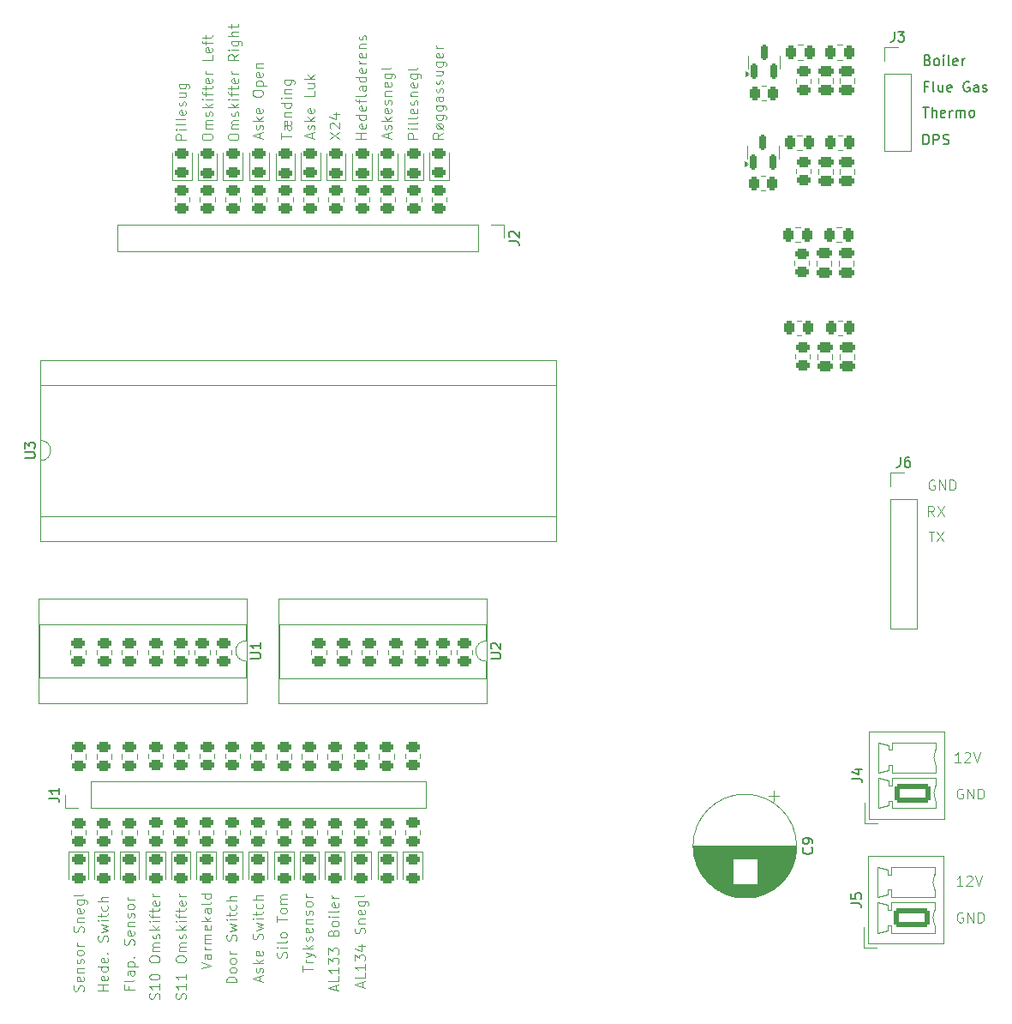
<source format=gto>
G04 #@! TF.GenerationSoftware,KiCad,Pcbnew,8.0.6*
G04 #@! TF.CreationDate,2024-12-02T12:53:20+01:00*
G04 #@! TF.ProjectId,PCB_Tester,5043425f-5465-4737-9465-722e6b696361,rev?*
G04 #@! TF.SameCoordinates,Original*
G04 #@! TF.FileFunction,Legend,Top*
G04 #@! TF.FilePolarity,Positive*
%FSLAX46Y46*%
G04 Gerber Fmt 4.6, Leading zero omitted, Abs format (unit mm)*
G04 Created by KiCad (PCBNEW 8.0.6) date 2024-12-02 12:53:20*
%MOMM*%
%LPD*%
G01*
G04 APERTURE LIST*
G04 Aperture macros list*
%AMRoundRect*
0 Rectangle with rounded corners*
0 $1 Rounding radius*
0 $2 $3 $4 $5 $6 $7 $8 $9 X,Y pos of 4 corners*
0 Add a 4 corners polygon primitive as box body*
4,1,4,$2,$3,$4,$5,$6,$7,$8,$9,$2,$3,0*
0 Add four circle primitives for the rounded corners*
1,1,$1+$1,$2,$3*
1,1,$1+$1,$4,$5*
1,1,$1+$1,$6,$7*
1,1,$1+$1,$8,$9*
0 Add four rect primitives between the rounded corners*
20,1,$1+$1,$2,$3,$4,$5,0*
20,1,$1+$1,$4,$5,$6,$7,0*
20,1,$1+$1,$6,$7,$8,$9,0*
20,1,$1+$1,$8,$9,$2,$3,0*%
G04 Aperture macros list end*
%ADD10C,0.100000*%
%ADD11C,0.150000*%
%ADD12C,0.120000*%
%ADD13R,1.700000X1.700000*%
%ADD14O,1.700000X1.700000*%
%ADD15R,2.000000X2.000000*%
%ADD16C,2.000000*%
%ADD17RoundRect,0.250000X1.550000X-0.650000X1.550000X0.650000X-1.550000X0.650000X-1.550000X-0.650000X0*%
%ADD18O,3.600000X1.800000*%
%ADD19RoundRect,0.250000X-0.450000X0.262500X-0.450000X-0.262500X0.450000X-0.262500X0.450000X0.262500X0*%
%ADD20RoundRect,0.250000X0.450000X-0.262500X0.450000X0.262500X-0.450000X0.262500X-0.450000X-0.262500X0*%
%ADD21RoundRect,0.243750X-0.456250X0.243750X-0.456250X-0.243750X0.456250X-0.243750X0.456250X0.243750X0*%
%ADD22RoundRect,0.250000X0.262500X0.450000X-0.262500X0.450000X-0.262500X-0.450000X0.262500X-0.450000X0*%
%ADD23RoundRect,0.243750X0.456250X-0.243750X0.456250X0.243750X-0.456250X0.243750X-0.456250X-0.243750X0*%
%ADD24RoundRect,0.250000X-0.475000X0.250000X-0.475000X-0.250000X0.475000X-0.250000X0.475000X0.250000X0*%
%ADD25O,1.600000X1.600000*%
%ADD26R,1.600000X1.600000*%
%ADD27RoundRect,0.150000X0.150000X-0.587500X0.150000X0.587500X-0.150000X0.587500X-0.150000X-0.587500X0*%
G04 APERTURE END LIST*
D10*
X183527693Y-86820038D02*
X183432455Y-86772419D01*
X183432455Y-86772419D02*
X183289598Y-86772419D01*
X183289598Y-86772419D02*
X183146741Y-86820038D01*
X183146741Y-86820038D02*
X183051503Y-86915276D01*
X183051503Y-86915276D02*
X183003884Y-87010514D01*
X183003884Y-87010514D02*
X182956265Y-87200990D01*
X182956265Y-87200990D02*
X182956265Y-87343847D01*
X182956265Y-87343847D02*
X183003884Y-87534323D01*
X183003884Y-87534323D02*
X183051503Y-87629561D01*
X183051503Y-87629561D02*
X183146741Y-87724800D01*
X183146741Y-87724800D02*
X183289598Y-87772419D01*
X183289598Y-87772419D02*
X183384836Y-87772419D01*
X183384836Y-87772419D02*
X183527693Y-87724800D01*
X183527693Y-87724800D02*
X183575312Y-87677180D01*
X183575312Y-87677180D02*
X183575312Y-87343847D01*
X183575312Y-87343847D02*
X183384836Y-87343847D01*
X184003884Y-87772419D02*
X184003884Y-86772419D01*
X184003884Y-86772419D02*
X184575312Y-87772419D01*
X184575312Y-87772419D02*
X184575312Y-86772419D01*
X185051503Y-87772419D02*
X185051503Y-86772419D01*
X185051503Y-86772419D02*
X185289598Y-86772419D01*
X185289598Y-86772419D02*
X185432455Y-86820038D01*
X185432455Y-86820038D02*
X185527693Y-86915276D01*
X185527693Y-86915276D02*
X185575312Y-87010514D01*
X185575312Y-87010514D02*
X185622931Y-87200990D01*
X185622931Y-87200990D02*
X185622931Y-87343847D01*
X185622931Y-87343847D02*
X185575312Y-87534323D01*
X185575312Y-87534323D02*
X185527693Y-87629561D01*
X185527693Y-87629561D02*
X185432455Y-87724800D01*
X185432455Y-87724800D02*
X185289598Y-87772419D01*
X185289598Y-87772419D02*
X185051503Y-87772419D01*
X126986704Y-136843734D02*
X126986704Y-136367544D01*
X127272419Y-136938972D02*
X126272419Y-136605639D01*
X126272419Y-136605639D02*
X127272419Y-136272306D01*
X127272419Y-135462782D02*
X127272419Y-135938972D01*
X127272419Y-135938972D02*
X126272419Y-135938972D01*
X127272419Y-134605639D02*
X127272419Y-135177067D01*
X127272419Y-134891353D02*
X126272419Y-134891353D01*
X126272419Y-134891353D02*
X126415276Y-134986591D01*
X126415276Y-134986591D02*
X126510514Y-135081829D01*
X126510514Y-135081829D02*
X126558133Y-135177067D01*
X126272419Y-134272305D02*
X126272419Y-133653258D01*
X126272419Y-133653258D02*
X126653371Y-133986591D01*
X126653371Y-133986591D02*
X126653371Y-133843734D01*
X126653371Y-133843734D02*
X126700990Y-133748496D01*
X126700990Y-133748496D02*
X126748609Y-133700877D01*
X126748609Y-133700877D02*
X126843847Y-133653258D01*
X126843847Y-133653258D02*
X127081942Y-133653258D01*
X127081942Y-133653258D02*
X127177180Y-133700877D01*
X127177180Y-133700877D02*
X127224800Y-133748496D01*
X127224800Y-133748496D02*
X127272419Y-133843734D01*
X127272419Y-133843734D02*
X127272419Y-134129448D01*
X127272419Y-134129448D02*
X127224800Y-134224686D01*
X127224800Y-134224686D02*
X127177180Y-134272305D01*
X126605752Y-132796115D02*
X127272419Y-132796115D01*
X126224800Y-133034210D02*
X126939085Y-133272305D01*
X126939085Y-133272305D02*
X126939085Y-132653258D01*
X127224800Y-131558019D02*
X127272419Y-131415162D01*
X127272419Y-131415162D02*
X127272419Y-131177067D01*
X127272419Y-131177067D02*
X127224800Y-131081829D01*
X127224800Y-131081829D02*
X127177180Y-131034210D01*
X127177180Y-131034210D02*
X127081942Y-130986591D01*
X127081942Y-130986591D02*
X126986704Y-130986591D01*
X126986704Y-130986591D02*
X126891466Y-131034210D01*
X126891466Y-131034210D02*
X126843847Y-131081829D01*
X126843847Y-131081829D02*
X126796228Y-131177067D01*
X126796228Y-131177067D02*
X126748609Y-131367543D01*
X126748609Y-131367543D02*
X126700990Y-131462781D01*
X126700990Y-131462781D02*
X126653371Y-131510400D01*
X126653371Y-131510400D02*
X126558133Y-131558019D01*
X126558133Y-131558019D02*
X126462895Y-131558019D01*
X126462895Y-131558019D02*
X126367657Y-131510400D01*
X126367657Y-131510400D02*
X126320038Y-131462781D01*
X126320038Y-131462781D02*
X126272419Y-131367543D01*
X126272419Y-131367543D02*
X126272419Y-131129448D01*
X126272419Y-131129448D02*
X126320038Y-130986591D01*
X126605752Y-130558019D02*
X127272419Y-130558019D01*
X126700990Y-130558019D02*
X126653371Y-130510400D01*
X126653371Y-130510400D02*
X126605752Y-130415162D01*
X126605752Y-130415162D02*
X126605752Y-130272305D01*
X126605752Y-130272305D02*
X126653371Y-130177067D01*
X126653371Y-130177067D02*
X126748609Y-130129448D01*
X126748609Y-130129448D02*
X127272419Y-130129448D01*
X127224800Y-129272305D02*
X127272419Y-129367543D01*
X127272419Y-129367543D02*
X127272419Y-129558019D01*
X127272419Y-129558019D02*
X127224800Y-129653257D01*
X127224800Y-129653257D02*
X127129561Y-129700876D01*
X127129561Y-129700876D02*
X126748609Y-129700876D01*
X126748609Y-129700876D02*
X126653371Y-129653257D01*
X126653371Y-129653257D02*
X126605752Y-129558019D01*
X126605752Y-129558019D02*
X126605752Y-129367543D01*
X126605752Y-129367543D02*
X126653371Y-129272305D01*
X126653371Y-129272305D02*
X126748609Y-129224686D01*
X126748609Y-129224686D02*
X126843847Y-129224686D01*
X126843847Y-129224686D02*
X126939085Y-129700876D01*
X126605752Y-128367543D02*
X127415276Y-128367543D01*
X127415276Y-128367543D02*
X127510514Y-128415162D01*
X127510514Y-128415162D02*
X127558133Y-128462781D01*
X127558133Y-128462781D02*
X127605752Y-128558019D01*
X127605752Y-128558019D02*
X127605752Y-128700876D01*
X127605752Y-128700876D02*
X127558133Y-128796114D01*
X127224800Y-128367543D02*
X127272419Y-128462781D01*
X127272419Y-128462781D02*
X127272419Y-128653257D01*
X127272419Y-128653257D02*
X127224800Y-128748495D01*
X127224800Y-128748495D02*
X127177180Y-128796114D01*
X127177180Y-128796114D02*
X127081942Y-128843733D01*
X127081942Y-128843733D02*
X126796228Y-128843733D01*
X126796228Y-128843733D02*
X126700990Y-128796114D01*
X126700990Y-128796114D02*
X126653371Y-128748495D01*
X126653371Y-128748495D02*
X126605752Y-128653257D01*
X126605752Y-128653257D02*
X126605752Y-128462781D01*
X126605752Y-128462781D02*
X126653371Y-128367543D01*
X127272419Y-127748495D02*
X127224800Y-127843733D01*
X127224800Y-127843733D02*
X127129561Y-127891352D01*
X127129561Y-127891352D02*
X126272419Y-127891352D01*
X124386704Y-137143734D02*
X124386704Y-136667544D01*
X124672419Y-137238972D02*
X123672419Y-136905639D01*
X123672419Y-136905639D02*
X124672419Y-136572306D01*
X124672419Y-135762782D02*
X124672419Y-136238972D01*
X124672419Y-136238972D02*
X123672419Y-136238972D01*
X124672419Y-134905639D02*
X124672419Y-135477067D01*
X124672419Y-135191353D02*
X123672419Y-135191353D01*
X123672419Y-135191353D02*
X123815276Y-135286591D01*
X123815276Y-135286591D02*
X123910514Y-135381829D01*
X123910514Y-135381829D02*
X123958133Y-135477067D01*
X123672419Y-134572305D02*
X123672419Y-133953258D01*
X123672419Y-133953258D02*
X124053371Y-134286591D01*
X124053371Y-134286591D02*
X124053371Y-134143734D01*
X124053371Y-134143734D02*
X124100990Y-134048496D01*
X124100990Y-134048496D02*
X124148609Y-134000877D01*
X124148609Y-134000877D02*
X124243847Y-133953258D01*
X124243847Y-133953258D02*
X124481942Y-133953258D01*
X124481942Y-133953258D02*
X124577180Y-134000877D01*
X124577180Y-134000877D02*
X124624800Y-134048496D01*
X124624800Y-134048496D02*
X124672419Y-134143734D01*
X124672419Y-134143734D02*
X124672419Y-134429448D01*
X124672419Y-134429448D02*
X124624800Y-134524686D01*
X124624800Y-134524686D02*
X124577180Y-134572305D01*
X123672419Y-133619924D02*
X123672419Y-133000877D01*
X123672419Y-133000877D02*
X124053371Y-133334210D01*
X124053371Y-133334210D02*
X124053371Y-133191353D01*
X124053371Y-133191353D02*
X124100990Y-133096115D01*
X124100990Y-133096115D02*
X124148609Y-133048496D01*
X124148609Y-133048496D02*
X124243847Y-133000877D01*
X124243847Y-133000877D02*
X124481942Y-133000877D01*
X124481942Y-133000877D02*
X124577180Y-133048496D01*
X124577180Y-133048496D02*
X124624800Y-133096115D01*
X124624800Y-133096115D02*
X124672419Y-133191353D01*
X124672419Y-133191353D02*
X124672419Y-133477067D01*
X124672419Y-133477067D02*
X124624800Y-133572305D01*
X124624800Y-133572305D02*
X124577180Y-133619924D01*
X124148609Y-131477067D02*
X124196228Y-131334210D01*
X124196228Y-131334210D02*
X124243847Y-131286591D01*
X124243847Y-131286591D02*
X124339085Y-131238972D01*
X124339085Y-131238972D02*
X124481942Y-131238972D01*
X124481942Y-131238972D02*
X124577180Y-131286591D01*
X124577180Y-131286591D02*
X124624800Y-131334210D01*
X124624800Y-131334210D02*
X124672419Y-131429448D01*
X124672419Y-131429448D02*
X124672419Y-131810400D01*
X124672419Y-131810400D02*
X123672419Y-131810400D01*
X123672419Y-131810400D02*
X123672419Y-131477067D01*
X123672419Y-131477067D02*
X123720038Y-131381829D01*
X123720038Y-131381829D02*
X123767657Y-131334210D01*
X123767657Y-131334210D02*
X123862895Y-131286591D01*
X123862895Y-131286591D02*
X123958133Y-131286591D01*
X123958133Y-131286591D02*
X124053371Y-131334210D01*
X124053371Y-131334210D02*
X124100990Y-131381829D01*
X124100990Y-131381829D02*
X124148609Y-131477067D01*
X124148609Y-131477067D02*
X124148609Y-131810400D01*
X124672419Y-130667543D02*
X124624800Y-130762781D01*
X124624800Y-130762781D02*
X124577180Y-130810400D01*
X124577180Y-130810400D02*
X124481942Y-130858019D01*
X124481942Y-130858019D02*
X124196228Y-130858019D01*
X124196228Y-130858019D02*
X124100990Y-130810400D01*
X124100990Y-130810400D02*
X124053371Y-130762781D01*
X124053371Y-130762781D02*
X124005752Y-130667543D01*
X124005752Y-130667543D02*
X124005752Y-130524686D01*
X124005752Y-130524686D02*
X124053371Y-130429448D01*
X124053371Y-130429448D02*
X124100990Y-130381829D01*
X124100990Y-130381829D02*
X124196228Y-130334210D01*
X124196228Y-130334210D02*
X124481942Y-130334210D01*
X124481942Y-130334210D02*
X124577180Y-130381829D01*
X124577180Y-130381829D02*
X124624800Y-130429448D01*
X124624800Y-130429448D02*
X124672419Y-130524686D01*
X124672419Y-130524686D02*
X124672419Y-130667543D01*
X124672419Y-129905638D02*
X124005752Y-129905638D01*
X123672419Y-129905638D02*
X123720038Y-129953257D01*
X123720038Y-129953257D02*
X123767657Y-129905638D01*
X123767657Y-129905638D02*
X123720038Y-129858019D01*
X123720038Y-129858019D02*
X123672419Y-129905638D01*
X123672419Y-129905638D02*
X123767657Y-129905638D01*
X124672419Y-129286591D02*
X124624800Y-129381829D01*
X124624800Y-129381829D02*
X124529561Y-129429448D01*
X124529561Y-129429448D02*
X123672419Y-129429448D01*
X124624800Y-128524686D02*
X124672419Y-128619924D01*
X124672419Y-128619924D02*
X124672419Y-128810400D01*
X124672419Y-128810400D02*
X124624800Y-128905638D01*
X124624800Y-128905638D02*
X124529561Y-128953257D01*
X124529561Y-128953257D02*
X124148609Y-128953257D01*
X124148609Y-128953257D02*
X124053371Y-128905638D01*
X124053371Y-128905638D02*
X124005752Y-128810400D01*
X124005752Y-128810400D02*
X124005752Y-128619924D01*
X124005752Y-128619924D02*
X124053371Y-128524686D01*
X124053371Y-128524686D02*
X124148609Y-128477067D01*
X124148609Y-128477067D02*
X124243847Y-128477067D01*
X124243847Y-128477067D02*
X124339085Y-128953257D01*
X124672419Y-128048495D02*
X124005752Y-128048495D01*
X124196228Y-128048495D02*
X124100990Y-128000876D01*
X124100990Y-128000876D02*
X124053371Y-127953257D01*
X124053371Y-127953257D02*
X124005752Y-127858019D01*
X124005752Y-127858019D02*
X124005752Y-127762781D01*
X186327693Y-117320038D02*
X186232455Y-117272419D01*
X186232455Y-117272419D02*
X186089598Y-117272419D01*
X186089598Y-117272419D02*
X185946741Y-117320038D01*
X185946741Y-117320038D02*
X185851503Y-117415276D01*
X185851503Y-117415276D02*
X185803884Y-117510514D01*
X185803884Y-117510514D02*
X185756265Y-117700990D01*
X185756265Y-117700990D02*
X185756265Y-117843847D01*
X185756265Y-117843847D02*
X185803884Y-118034323D01*
X185803884Y-118034323D02*
X185851503Y-118129561D01*
X185851503Y-118129561D02*
X185946741Y-118224800D01*
X185946741Y-118224800D02*
X186089598Y-118272419D01*
X186089598Y-118272419D02*
X186184836Y-118272419D01*
X186184836Y-118272419D02*
X186327693Y-118224800D01*
X186327693Y-118224800D02*
X186375312Y-118177180D01*
X186375312Y-118177180D02*
X186375312Y-117843847D01*
X186375312Y-117843847D02*
X186184836Y-117843847D01*
X186803884Y-118272419D02*
X186803884Y-117272419D01*
X186803884Y-117272419D02*
X187375312Y-118272419D01*
X187375312Y-118272419D02*
X187375312Y-117272419D01*
X187851503Y-118272419D02*
X187851503Y-117272419D01*
X187851503Y-117272419D02*
X188089598Y-117272419D01*
X188089598Y-117272419D02*
X188232455Y-117320038D01*
X188232455Y-117320038D02*
X188327693Y-117415276D01*
X188327693Y-117415276D02*
X188375312Y-117510514D01*
X188375312Y-117510514D02*
X188422931Y-117700990D01*
X188422931Y-117700990D02*
X188422931Y-117843847D01*
X188422931Y-117843847D02*
X188375312Y-118034323D01*
X188375312Y-118034323D02*
X188327693Y-118129561D01*
X188327693Y-118129561D02*
X188232455Y-118224800D01*
X188232455Y-118224800D02*
X188089598Y-118272419D01*
X188089598Y-118272419D02*
X187851503Y-118272419D01*
X186327693Y-129520038D02*
X186232455Y-129472419D01*
X186232455Y-129472419D02*
X186089598Y-129472419D01*
X186089598Y-129472419D02*
X185946741Y-129520038D01*
X185946741Y-129520038D02*
X185851503Y-129615276D01*
X185851503Y-129615276D02*
X185803884Y-129710514D01*
X185803884Y-129710514D02*
X185756265Y-129900990D01*
X185756265Y-129900990D02*
X185756265Y-130043847D01*
X185756265Y-130043847D02*
X185803884Y-130234323D01*
X185803884Y-130234323D02*
X185851503Y-130329561D01*
X185851503Y-130329561D02*
X185946741Y-130424800D01*
X185946741Y-130424800D02*
X186089598Y-130472419D01*
X186089598Y-130472419D02*
X186184836Y-130472419D01*
X186184836Y-130472419D02*
X186327693Y-130424800D01*
X186327693Y-130424800D02*
X186375312Y-130377180D01*
X186375312Y-130377180D02*
X186375312Y-130043847D01*
X186375312Y-130043847D02*
X186184836Y-130043847D01*
X186803884Y-130472419D02*
X186803884Y-129472419D01*
X186803884Y-129472419D02*
X187375312Y-130472419D01*
X187375312Y-130472419D02*
X187375312Y-129472419D01*
X187851503Y-130472419D02*
X187851503Y-129472419D01*
X187851503Y-129472419D02*
X188089598Y-129472419D01*
X188089598Y-129472419D02*
X188232455Y-129520038D01*
X188232455Y-129520038D02*
X188327693Y-129615276D01*
X188327693Y-129615276D02*
X188375312Y-129710514D01*
X188375312Y-129710514D02*
X188422931Y-129900990D01*
X188422931Y-129900990D02*
X188422931Y-130043847D01*
X188422931Y-130043847D02*
X188375312Y-130234323D01*
X188375312Y-130234323D02*
X188327693Y-130329561D01*
X188327693Y-130329561D02*
X188232455Y-130424800D01*
X188232455Y-130424800D02*
X188089598Y-130472419D01*
X188089598Y-130472419D02*
X187851503Y-130472419D01*
X186127693Y-114672419D02*
X185556265Y-114672419D01*
X185841979Y-114672419D02*
X185841979Y-113672419D01*
X185841979Y-113672419D02*
X185746741Y-113815276D01*
X185746741Y-113815276D02*
X185651503Y-113910514D01*
X185651503Y-113910514D02*
X185556265Y-113958133D01*
X186508646Y-113767657D02*
X186556265Y-113720038D01*
X186556265Y-113720038D02*
X186651503Y-113672419D01*
X186651503Y-113672419D02*
X186889598Y-113672419D01*
X186889598Y-113672419D02*
X186984836Y-113720038D01*
X186984836Y-113720038D02*
X187032455Y-113767657D01*
X187032455Y-113767657D02*
X187080074Y-113862895D01*
X187080074Y-113862895D02*
X187080074Y-113958133D01*
X187080074Y-113958133D02*
X187032455Y-114100990D01*
X187032455Y-114100990D02*
X186461027Y-114672419D01*
X186461027Y-114672419D02*
X187080074Y-114672419D01*
X187365789Y-113672419D02*
X187699122Y-114672419D01*
X187699122Y-114672419D02*
X188032455Y-113672419D01*
X186327693Y-126872419D02*
X185756265Y-126872419D01*
X186041979Y-126872419D02*
X186041979Y-125872419D01*
X186041979Y-125872419D02*
X185946741Y-126015276D01*
X185946741Y-126015276D02*
X185851503Y-126110514D01*
X185851503Y-126110514D02*
X185756265Y-126158133D01*
X186708646Y-125967657D02*
X186756265Y-125920038D01*
X186756265Y-125920038D02*
X186851503Y-125872419D01*
X186851503Y-125872419D02*
X187089598Y-125872419D01*
X187089598Y-125872419D02*
X187184836Y-125920038D01*
X187184836Y-125920038D02*
X187232455Y-125967657D01*
X187232455Y-125967657D02*
X187280074Y-126062895D01*
X187280074Y-126062895D02*
X187280074Y-126158133D01*
X187280074Y-126158133D02*
X187232455Y-126300990D01*
X187232455Y-126300990D02*
X186661027Y-126872419D01*
X186661027Y-126872419D02*
X187280074Y-126872419D01*
X187565789Y-125872419D02*
X187899122Y-126872419D01*
X187899122Y-126872419D02*
X188232455Y-125872419D01*
X182961027Y-91872419D02*
X183532455Y-91872419D01*
X183246741Y-92872419D02*
X183246741Y-91872419D01*
X183770551Y-91872419D02*
X184437217Y-92872419D01*
X184437217Y-91872419D02*
X183770551Y-92872419D01*
X183475312Y-90372419D02*
X183141979Y-89896228D01*
X182903884Y-90372419D02*
X182903884Y-89372419D01*
X182903884Y-89372419D02*
X183284836Y-89372419D01*
X183284836Y-89372419D02*
X183380074Y-89420038D01*
X183380074Y-89420038D02*
X183427693Y-89467657D01*
X183427693Y-89467657D02*
X183475312Y-89562895D01*
X183475312Y-89562895D02*
X183475312Y-89705752D01*
X183475312Y-89705752D02*
X183427693Y-89800990D01*
X183427693Y-89800990D02*
X183380074Y-89848609D01*
X183380074Y-89848609D02*
X183284836Y-89896228D01*
X183284836Y-89896228D02*
X182903884Y-89896228D01*
X183808646Y-89372419D02*
X184475312Y-90372419D01*
X184475312Y-89372419D02*
X183808646Y-90372419D01*
D11*
X182436779Y-53669819D02*
X182436779Y-52669819D01*
X182436779Y-52669819D02*
X182674874Y-52669819D01*
X182674874Y-52669819D02*
X182817731Y-52717438D01*
X182817731Y-52717438D02*
X182912969Y-52812676D01*
X182912969Y-52812676D02*
X182960588Y-52907914D01*
X182960588Y-52907914D02*
X183008207Y-53098390D01*
X183008207Y-53098390D02*
X183008207Y-53241247D01*
X183008207Y-53241247D02*
X182960588Y-53431723D01*
X182960588Y-53431723D02*
X182912969Y-53526961D01*
X182912969Y-53526961D02*
X182817731Y-53622200D01*
X182817731Y-53622200D02*
X182674874Y-53669819D01*
X182674874Y-53669819D02*
X182436779Y-53669819D01*
X183436779Y-53669819D02*
X183436779Y-52669819D01*
X183436779Y-52669819D02*
X183817731Y-52669819D01*
X183817731Y-52669819D02*
X183912969Y-52717438D01*
X183912969Y-52717438D02*
X183960588Y-52765057D01*
X183960588Y-52765057D02*
X184008207Y-52860295D01*
X184008207Y-52860295D02*
X184008207Y-53003152D01*
X184008207Y-53003152D02*
X183960588Y-53098390D01*
X183960588Y-53098390D02*
X183912969Y-53146009D01*
X183912969Y-53146009D02*
X183817731Y-53193628D01*
X183817731Y-53193628D02*
X183436779Y-53193628D01*
X184389160Y-53622200D02*
X184532017Y-53669819D01*
X184532017Y-53669819D02*
X184770112Y-53669819D01*
X184770112Y-53669819D02*
X184865350Y-53622200D01*
X184865350Y-53622200D02*
X184912969Y-53574580D01*
X184912969Y-53574580D02*
X184960588Y-53479342D01*
X184960588Y-53479342D02*
X184960588Y-53384104D01*
X184960588Y-53384104D02*
X184912969Y-53288866D01*
X184912969Y-53288866D02*
X184865350Y-53241247D01*
X184865350Y-53241247D02*
X184770112Y-53193628D01*
X184770112Y-53193628D02*
X184579636Y-53146009D01*
X184579636Y-53146009D02*
X184484398Y-53098390D01*
X184484398Y-53098390D02*
X184436779Y-53050771D01*
X184436779Y-53050771D02*
X184389160Y-52955533D01*
X184389160Y-52955533D02*
X184389160Y-52860295D01*
X184389160Y-52860295D02*
X184436779Y-52765057D01*
X184436779Y-52765057D02*
X184484398Y-52717438D01*
X184484398Y-52717438D02*
X184579636Y-52669819D01*
X184579636Y-52669819D02*
X184817731Y-52669819D01*
X184817731Y-52669819D02*
X184960588Y-52717438D01*
D10*
X103948609Y-136762782D02*
X103948609Y-137096115D01*
X104472419Y-137096115D02*
X103472419Y-137096115D01*
X103472419Y-137096115D02*
X103472419Y-136619925D01*
X104472419Y-136096115D02*
X104424800Y-136191353D01*
X104424800Y-136191353D02*
X104329561Y-136238972D01*
X104329561Y-136238972D02*
X103472419Y-136238972D01*
X104472419Y-135286591D02*
X103948609Y-135286591D01*
X103948609Y-135286591D02*
X103853371Y-135334210D01*
X103853371Y-135334210D02*
X103805752Y-135429448D01*
X103805752Y-135429448D02*
X103805752Y-135619924D01*
X103805752Y-135619924D02*
X103853371Y-135715162D01*
X104424800Y-135286591D02*
X104472419Y-135381829D01*
X104472419Y-135381829D02*
X104472419Y-135619924D01*
X104472419Y-135619924D02*
X104424800Y-135715162D01*
X104424800Y-135715162D02*
X104329561Y-135762781D01*
X104329561Y-135762781D02*
X104234323Y-135762781D01*
X104234323Y-135762781D02*
X104139085Y-135715162D01*
X104139085Y-135715162D02*
X104091466Y-135619924D01*
X104091466Y-135619924D02*
X104091466Y-135381829D01*
X104091466Y-135381829D02*
X104043847Y-135286591D01*
X103805752Y-134810400D02*
X104805752Y-134810400D01*
X103853371Y-134810400D02*
X103805752Y-134715162D01*
X103805752Y-134715162D02*
X103805752Y-134524686D01*
X103805752Y-134524686D02*
X103853371Y-134429448D01*
X103853371Y-134429448D02*
X103900990Y-134381829D01*
X103900990Y-134381829D02*
X103996228Y-134334210D01*
X103996228Y-134334210D02*
X104281942Y-134334210D01*
X104281942Y-134334210D02*
X104377180Y-134381829D01*
X104377180Y-134381829D02*
X104424800Y-134429448D01*
X104424800Y-134429448D02*
X104472419Y-134524686D01*
X104472419Y-134524686D02*
X104472419Y-134715162D01*
X104472419Y-134715162D02*
X104424800Y-134810400D01*
X104377180Y-133905638D02*
X104424800Y-133858019D01*
X104424800Y-133858019D02*
X104472419Y-133905638D01*
X104472419Y-133905638D02*
X104424800Y-133953257D01*
X104424800Y-133953257D02*
X104377180Y-133905638D01*
X104377180Y-133905638D02*
X104472419Y-133905638D01*
X104424800Y-132715162D02*
X104472419Y-132572305D01*
X104472419Y-132572305D02*
X104472419Y-132334210D01*
X104472419Y-132334210D02*
X104424800Y-132238972D01*
X104424800Y-132238972D02*
X104377180Y-132191353D01*
X104377180Y-132191353D02*
X104281942Y-132143734D01*
X104281942Y-132143734D02*
X104186704Y-132143734D01*
X104186704Y-132143734D02*
X104091466Y-132191353D01*
X104091466Y-132191353D02*
X104043847Y-132238972D01*
X104043847Y-132238972D02*
X103996228Y-132334210D01*
X103996228Y-132334210D02*
X103948609Y-132524686D01*
X103948609Y-132524686D02*
X103900990Y-132619924D01*
X103900990Y-132619924D02*
X103853371Y-132667543D01*
X103853371Y-132667543D02*
X103758133Y-132715162D01*
X103758133Y-132715162D02*
X103662895Y-132715162D01*
X103662895Y-132715162D02*
X103567657Y-132667543D01*
X103567657Y-132667543D02*
X103520038Y-132619924D01*
X103520038Y-132619924D02*
X103472419Y-132524686D01*
X103472419Y-132524686D02*
X103472419Y-132286591D01*
X103472419Y-132286591D02*
X103520038Y-132143734D01*
X104424800Y-131334210D02*
X104472419Y-131429448D01*
X104472419Y-131429448D02*
X104472419Y-131619924D01*
X104472419Y-131619924D02*
X104424800Y-131715162D01*
X104424800Y-131715162D02*
X104329561Y-131762781D01*
X104329561Y-131762781D02*
X103948609Y-131762781D01*
X103948609Y-131762781D02*
X103853371Y-131715162D01*
X103853371Y-131715162D02*
X103805752Y-131619924D01*
X103805752Y-131619924D02*
X103805752Y-131429448D01*
X103805752Y-131429448D02*
X103853371Y-131334210D01*
X103853371Y-131334210D02*
X103948609Y-131286591D01*
X103948609Y-131286591D02*
X104043847Y-131286591D01*
X104043847Y-131286591D02*
X104139085Y-131762781D01*
X103805752Y-130858019D02*
X104472419Y-130858019D01*
X103900990Y-130858019D02*
X103853371Y-130810400D01*
X103853371Y-130810400D02*
X103805752Y-130715162D01*
X103805752Y-130715162D02*
X103805752Y-130572305D01*
X103805752Y-130572305D02*
X103853371Y-130477067D01*
X103853371Y-130477067D02*
X103948609Y-130429448D01*
X103948609Y-130429448D02*
X104472419Y-130429448D01*
X104424800Y-130000876D02*
X104472419Y-129905638D01*
X104472419Y-129905638D02*
X104472419Y-129715162D01*
X104472419Y-129715162D02*
X104424800Y-129619924D01*
X104424800Y-129619924D02*
X104329561Y-129572305D01*
X104329561Y-129572305D02*
X104281942Y-129572305D01*
X104281942Y-129572305D02*
X104186704Y-129619924D01*
X104186704Y-129619924D02*
X104139085Y-129715162D01*
X104139085Y-129715162D02*
X104139085Y-129858019D01*
X104139085Y-129858019D02*
X104091466Y-129953257D01*
X104091466Y-129953257D02*
X103996228Y-130000876D01*
X103996228Y-130000876D02*
X103948609Y-130000876D01*
X103948609Y-130000876D02*
X103853371Y-129953257D01*
X103853371Y-129953257D02*
X103805752Y-129858019D01*
X103805752Y-129858019D02*
X103805752Y-129715162D01*
X103805752Y-129715162D02*
X103853371Y-129619924D01*
X104472419Y-129000876D02*
X104424800Y-129096114D01*
X104424800Y-129096114D02*
X104377180Y-129143733D01*
X104377180Y-129143733D02*
X104281942Y-129191352D01*
X104281942Y-129191352D02*
X103996228Y-129191352D01*
X103996228Y-129191352D02*
X103900990Y-129143733D01*
X103900990Y-129143733D02*
X103853371Y-129096114D01*
X103853371Y-129096114D02*
X103805752Y-129000876D01*
X103805752Y-129000876D02*
X103805752Y-128858019D01*
X103805752Y-128858019D02*
X103853371Y-128762781D01*
X103853371Y-128762781D02*
X103900990Y-128715162D01*
X103900990Y-128715162D02*
X103996228Y-128667543D01*
X103996228Y-128667543D02*
X104281942Y-128667543D01*
X104281942Y-128667543D02*
X104377180Y-128715162D01*
X104377180Y-128715162D02*
X104424800Y-128762781D01*
X104424800Y-128762781D02*
X104472419Y-128858019D01*
X104472419Y-128858019D02*
X104472419Y-129000876D01*
X104472419Y-128238971D02*
X103805752Y-128238971D01*
X103996228Y-128238971D02*
X103900990Y-128191352D01*
X103900990Y-128191352D02*
X103853371Y-128143733D01*
X103853371Y-128143733D02*
X103805752Y-128048495D01*
X103805752Y-128048495D02*
X103805752Y-127953257D01*
X113772419Y-53005639D02*
X113772419Y-52815163D01*
X113772419Y-52815163D02*
X113820038Y-52719925D01*
X113820038Y-52719925D02*
X113915276Y-52624687D01*
X113915276Y-52624687D02*
X114105752Y-52577068D01*
X114105752Y-52577068D02*
X114439085Y-52577068D01*
X114439085Y-52577068D02*
X114629561Y-52624687D01*
X114629561Y-52624687D02*
X114724800Y-52719925D01*
X114724800Y-52719925D02*
X114772419Y-52815163D01*
X114772419Y-52815163D02*
X114772419Y-53005639D01*
X114772419Y-53005639D02*
X114724800Y-53100877D01*
X114724800Y-53100877D02*
X114629561Y-53196115D01*
X114629561Y-53196115D02*
X114439085Y-53243734D01*
X114439085Y-53243734D02*
X114105752Y-53243734D01*
X114105752Y-53243734D02*
X113915276Y-53196115D01*
X113915276Y-53196115D02*
X113820038Y-53100877D01*
X113820038Y-53100877D02*
X113772419Y-53005639D01*
X114772419Y-52148496D02*
X114105752Y-52148496D01*
X114200990Y-52148496D02*
X114153371Y-52100877D01*
X114153371Y-52100877D02*
X114105752Y-52005639D01*
X114105752Y-52005639D02*
X114105752Y-51862782D01*
X114105752Y-51862782D02*
X114153371Y-51767544D01*
X114153371Y-51767544D02*
X114248609Y-51719925D01*
X114248609Y-51719925D02*
X114772419Y-51719925D01*
X114248609Y-51719925D02*
X114153371Y-51672306D01*
X114153371Y-51672306D02*
X114105752Y-51577068D01*
X114105752Y-51577068D02*
X114105752Y-51434211D01*
X114105752Y-51434211D02*
X114153371Y-51338972D01*
X114153371Y-51338972D02*
X114248609Y-51291353D01*
X114248609Y-51291353D02*
X114772419Y-51291353D01*
X114724800Y-50862782D02*
X114772419Y-50767544D01*
X114772419Y-50767544D02*
X114772419Y-50577068D01*
X114772419Y-50577068D02*
X114724800Y-50481830D01*
X114724800Y-50481830D02*
X114629561Y-50434211D01*
X114629561Y-50434211D02*
X114581942Y-50434211D01*
X114581942Y-50434211D02*
X114486704Y-50481830D01*
X114486704Y-50481830D02*
X114439085Y-50577068D01*
X114439085Y-50577068D02*
X114439085Y-50719925D01*
X114439085Y-50719925D02*
X114391466Y-50815163D01*
X114391466Y-50815163D02*
X114296228Y-50862782D01*
X114296228Y-50862782D02*
X114248609Y-50862782D01*
X114248609Y-50862782D02*
X114153371Y-50815163D01*
X114153371Y-50815163D02*
X114105752Y-50719925D01*
X114105752Y-50719925D02*
X114105752Y-50577068D01*
X114105752Y-50577068D02*
X114153371Y-50481830D01*
X114772419Y-50005639D02*
X113772419Y-50005639D01*
X114391466Y-49910401D02*
X114772419Y-49624687D01*
X114105752Y-49624687D02*
X114486704Y-50005639D01*
X114772419Y-49196115D02*
X114105752Y-49196115D01*
X113772419Y-49196115D02*
X113820038Y-49243734D01*
X113820038Y-49243734D02*
X113867657Y-49196115D01*
X113867657Y-49196115D02*
X113820038Y-49148496D01*
X113820038Y-49148496D02*
X113772419Y-49196115D01*
X113772419Y-49196115D02*
X113867657Y-49196115D01*
X114105752Y-48862782D02*
X114105752Y-48481830D01*
X114772419Y-48719925D02*
X113915276Y-48719925D01*
X113915276Y-48719925D02*
X113820038Y-48672306D01*
X113820038Y-48672306D02*
X113772419Y-48577068D01*
X113772419Y-48577068D02*
X113772419Y-48481830D01*
X114105752Y-48291353D02*
X114105752Y-47910401D01*
X113772419Y-48148496D02*
X114629561Y-48148496D01*
X114629561Y-48148496D02*
X114724800Y-48100877D01*
X114724800Y-48100877D02*
X114772419Y-48005639D01*
X114772419Y-48005639D02*
X114772419Y-47910401D01*
X114724800Y-47196115D02*
X114772419Y-47291353D01*
X114772419Y-47291353D02*
X114772419Y-47481829D01*
X114772419Y-47481829D02*
X114724800Y-47577067D01*
X114724800Y-47577067D02*
X114629561Y-47624686D01*
X114629561Y-47624686D02*
X114248609Y-47624686D01*
X114248609Y-47624686D02*
X114153371Y-47577067D01*
X114153371Y-47577067D02*
X114105752Y-47481829D01*
X114105752Y-47481829D02*
X114105752Y-47291353D01*
X114105752Y-47291353D02*
X114153371Y-47196115D01*
X114153371Y-47196115D02*
X114248609Y-47148496D01*
X114248609Y-47148496D02*
X114343847Y-47148496D01*
X114343847Y-47148496D02*
X114439085Y-47624686D01*
X114772419Y-46719924D02*
X114105752Y-46719924D01*
X114296228Y-46719924D02*
X114200990Y-46672305D01*
X114200990Y-46672305D02*
X114153371Y-46624686D01*
X114153371Y-46624686D02*
X114105752Y-46529448D01*
X114105752Y-46529448D02*
X114105752Y-46434210D01*
X114772419Y-44767543D02*
X114296228Y-45100876D01*
X114772419Y-45338971D02*
X113772419Y-45338971D01*
X113772419Y-45338971D02*
X113772419Y-44958019D01*
X113772419Y-44958019D02*
X113820038Y-44862781D01*
X113820038Y-44862781D02*
X113867657Y-44815162D01*
X113867657Y-44815162D02*
X113962895Y-44767543D01*
X113962895Y-44767543D02*
X114105752Y-44767543D01*
X114105752Y-44767543D02*
X114200990Y-44815162D01*
X114200990Y-44815162D02*
X114248609Y-44862781D01*
X114248609Y-44862781D02*
X114296228Y-44958019D01*
X114296228Y-44958019D02*
X114296228Y-45338971D01*
X114772419Y-44338971D02*
X114105752Y-44338971D01*
X113772419Y-44338971D02*
X113820038Y-44386590D01*
X113820038Y-44386590D02*
X113867657Y-44338971D01*
X113867657Y-44338971D02*
X113820038Y-44291352D01*
X113820038Y-44291352D02*
X113772419Y-44338971D01*
X113772419Y-44338971D02*
X113867657Y-44338971D01*
X114105752Y-43434210D02*
X114915276Y-43434210D01*
X114915276Y-43434210D02*
X115010514Y-43481829D01*
X115010514Y-43481829D02*
X115058133Y-43529448D01*
X115058133Y-43529448D02*
X115105752Y-43624686D01*
X115105752Y-43624686D02*
X115105752Y-43767543D01*
X115105752Y-43767543D02*
X115058133Y-43862781D01*
X114724800Y-43434210D02*
X114772419Y-43529448D01*
X114772419Y-43529448D02*
X114772419Y-43719924D01*
X114772419Y-43719924D02*
X114724800Y-43815162D01*
X114724800Y-43815162D02*
X114677180Y-43862781D01*
X114677180Y-43862781D02*
X114581942Y-43910400D01*
X114581942Y-43910400D02*
X114296228Y-43910400D01*
X114296228Y-43910400D02*
X114200990Y-43862781D01*
X114200990Y-43862781D02*
X114153371Y-43815162D01*
X114153371Y-43815162D02*
X114105752Y-43719924D01*
X114105752Y-43719924D02*
X114105752Y-43529448D01*
X114105752Y-43529448D02*
X114153371Y-43434210D01*
X114772419Y-42958019D02*
X113772419Y-42958019D01*
X114772419Y-42529448D02*
X114248609Y-42529448D01*
X114248609Y-42529448D02*
X114153371Y-42577067D01*
X114153371Y-42577067D02*
X114105752Y-42672305D01*
X114105752Y-42672305D02*
X114105752Y-42815162D01*
X114105752Y-42815162D02*
X114153371Y-42910400D01*
X114153371Y-42910400D02*
X114200990Y-42958019D01*
X114105752Y-42196114D02*
X114105752Y-41815162D01*
X113772419Y-42053257D02*
X114629561Y-42053257D01*
X114629561Y-42053257D02*
X114724800Y-42005638D01*
X114724800Y-42005638D02*
X114772419Y-41910400D01*
X114772419Y-41910400D02*
X114772419Y-41815162D01*
X111172419Y-53005639D02*
X111172419Y-52815163D01*
X111172419Y-52815163D02*
X111220038Y-52719925D01*
X111220038Y-52719925D02*
X111315276Y-52624687D01*
X111315276Y-52624687D02*
X111505752Y-52577068D01*
X111505752Y-52577068D02*
X111839085Y-52577068D01*
X111839085Y-52577068D02*
X112029561Y-52624687D01*
X112029561Y-52624687D02*
X112124800Y-52719925D01*
X112124800Y-52719925D02*
X112172419Y-52815163D01*
X112172419Y-52815163D02*
X112172419Y-53005639D01*
X112172419Y-53005639D02*
X112124800Y-53100877D01*
X112124800Y-53100877D02*
X112029561Y-53196115D01*
X112029561Y-53196115D02*
X111839085Y-53243734D01*
X111839085Y-53243734D02*
X111505752Y-53243734D01*
X111505752Y-53243734D02*
X111315276Y-53196115D01*
X111315276Y-53196115D02*
X111220038Y-53100877D01*
X111220038Y-53100877D02*
X111172419Y-53005639D01*
X112172419Y-52148496D02*
X111505752Y-52148496D01*
X111600990Y-52148496D02*
X111553371Y-52100877D01*
X111553371Y-52100877D02*
X111505752Y-52005639D01*
X111505752Y-52005639D02*
X111505752Y-51862782D01*
X111505752Y-51862782D02*
X111553371Y-51767544D01*
X111553371Y-51767544D02*
X111648609Y-51719925D01*
X111648609Y-51719925D02*
X112172419Y-51719925D01*
X111648609Y-51719925D02*
X111553371Y-51672306D01*
X111553371Y-51672306D02*
X111505752Y-51577068D01*
X111505752Y-51577068D02*
X111505752Y-51434211D01*
X111505752Y-51434211D02*
X111553371Y-51338972D01*
X111553371Y-51338972D02*
X111648609Y-51291353D01*
X111648609Y-51291353D02*
X112172419Y-51291353D01*
X112124800Y-50862782D02*
X112172419Y-50767544D01*
X112172419Y-50767544D02*
X112172419Y-50577068D01*
X112172419Y-50577068D02*
X112124800Y-50481830D01*
X112124800Y-50481830D02*
X112029561Y-50434211D01*
X112029561Y-50434211D02*
X111981942Y-50434211D01*
X111981942Y-50434211D02*
X111886704Y-50481830D01*
X111886704Y-50481830D02*
X111839085Y-50577068D01*
X111839085Y-50577068D02*
X111839085Y-50719925D01*
X111839085Y-50719925D02*
X111791466Y-50815163D01*
X111791466Y-50815163D02*
X111696228Y-50862782D01*
X111696228Y-50862782D02*
X111648609Y-50862782D01*
X111648609Y-50862782D02*
X111553371Y-50815163D01*
X111553371Y-50815163D02*
X111505752Y-50719925D01*
X111505752Y-50719925D02*
X111505752Y-50577068D01*
X111505752Y-50577068D02*
X111553371Y-50481830D01*
X112172419Y-50005639D02*
X111172419Y-50005639D01*
X111791466Y-49910401D02*
X112172419Y-49624687D01*
X111505752Y-49624687D02*
X111886704Y-50005639D01*
X112172419Y-49196115D02*
X111505752Y-49196115D01*
X111172419Y-49196115D02*
X111220038Y-49243734D01*
X111220038Y-49243734D02*
X111267657Y-49196115D01*
X111267657Y-49196115D02*
X111220038Y-49148496D01*
X111220038Y-49148496D02*
X111172419Y-49196115D01*
X111172419Y-49196115D02*
X111267657Y-49196115D01*
X111505752Y-48862782D02*
X111505752Y-48481830D01*
X112172419Y-48719925D02*
X111315276Y-48719925D01*
X111315276Y-48719925D02*
X111220038Y-48672306D01*
X111220038Y-48672306D02*
X111172419Y-48577068D01*
X111172419Y-48577068D02*
X111172419Y-48481830D01*
X111505752Y-48291353D02*
X111505752Y-47910401D01*
X111172419Y-48148496D02*
X112029561Y-48148496D01*
X112029561Y-48148496D02*
X112124800Y-48100877D01*
X112124800Y-48100877D02*
X112172419Y-48005639D01*
X112172419Y-48005639D02*
X112172419Y-47910401D01*
X112124800Y-47196115D02*
X112172419Y-47291353D01*
X112172419Y-47291353D02*
X112172419Y-47481829D01*
X112172419Y-47481829D02*
X112124800Y-47577067D01*
X112124800Y-47577067D02*
X112029561Y-47624686D01*
X112029561Y-47624686D02*
X111648609Y-47624686D01*
X111648609Y-47624686D02*
X111553371Y-47577067D01*
X111553371Y-47577067D02*
X111505752Y-47481829D01*
X111505752Y-47481829D02*
X111505752Y-47291353D01*
X111505752Y-47291353D02*
X111553371Y-47196115D01*
X111553371Y-47196115D02*
X111648609Y-47148496D01*
X111648609Y-47148496D02*
X111743847Y-47148496D01*
X111743847Y-47148496D02*
X111839085Y-47624686D01*
X112172419Y-46719924D02*
X111505752Y-46719924D01*
X111696228Y-46719924D02*
X111600990Y-46672305D01*
X111600990Y-46672305D02*
X111553371Y-46624686D01*
X111553371Y-46624686D02*
X111505752Y-46529448D01*
X111505752Y-46529448D02*
X111505752Y-46434210D01*
X112172419Y-44862781D02*
X112172419Y-45338971D01*
X112172419Y-45338971D02*
X111172419Y-45338971D01*
X112124800Y-44148495D02*
X112172419Y-44243733D01*
X112172419Y-44243733D02*
X112172419Y-44434209D01*
X112172419Y-44434209D02*
X112124800Y-44529447D01*
X112124800Y-44529447D02*
X112029561Y-44577066D01*
X112029561Y-44577066D02*
X111648609Y-44577066D01*
X111648609Y-44577066D02*
X111553371Y-44529447D01*
X111553371Y-44529447D02*
X111505752Y-44434209D01*
X111505752Y-44434209D02*
X111505752Y-44243733D01*
X111505752Y-44243733D02*
X111553371Y-44148495D01*
X111553371Y-44148495D02*
X111648609Y-44100876D01*
X111648609Y-44100876D02*
X111743847Y-44100876D01*
X111743847Y-44100876D02*
X111839085Y-44577066D01*
X111505752Y-43815161D02*
X111505752Y-43434209D01*
X112172419Y-43672304D02*
X111315276Y-43672304D01*
X111315276Y-43672304D02*
X111220038Y-43624685D01*
X111220038Y-43624685D02*
X111172419Y-43529447D01*
X111172419Y-43529447D02*
X111172419Y-43434209D01*
X111505752Y-43243732D02*
X111505752Y-42862780D01*
X111172419Y-43100875D02*
X112029561Y-43100875D01*
X112029561Y-43100875D02*
X112124800Y-43053256D01*
X112124800Y-43053256D02*
X112172419Y-42958018D01*
X112172419Y-42958018D02*
X112172419Y-42862780D01*
D11*
X182870112Y-47946009D02*
X182536779Y-47946009D01*
X182536779Y-48469819D02*
X182536779Y-47469819D01*
X182536779Y-47469819D02*
X183012969Y-47469819D01*
X183536779Y-48469819D02*
X183441541Y-48422200D01*
X183441541Y-48422200D02*
X183393922Y-48326961D01*
X183393922Y-48326961D02*
X183393922Y-47469819D01*
X184346303Y-47803152D02*
X184346303Y-48469819D01*
X183917732Y-47803152D02*
X183917732Y-48326961D01*
X183917732Y-48326961D02*
X183965351Y-48422200D01*
X183965351Y-48422200D02*
X184060589Y-48469819D01*
X184060589Y-48469819D02*
X184203446Y-48469819D01*
X184203446Y-48469819D02*
X184298684Y-48422200D01*
X184298684Y-48422200D02*
X184346303Y-48374580D01*
X185203446Y-48422200D02*
X185108208Y-48469819D01*
X185108208Y-48469819D02*
X184917732Y-48469819D01*
X184917732Y-48469819D02*
X184822494Y-48422200D01*
X184822494Y-48422200D02*
X184774875Y-48326961D01*
X184774875Y-48326961D02*
X184774875Y-47946009D01*
X184774875Y-47946009D02*
X184822494Y-47850771D01*
X184822494Y-47850771D02*
X184917732Y-47803152D01*
X184917732Y-47803152D02*
X185108208Y-47803152D01*
X185108208Y-47803152D02*
X185203446Y-47850771D01*
X185203446Y-47850771D02*
X185251065Y-47946009D01*
X185251065Y-47946009D02*
X185251065Y-48041247D01*
X185251065Y-48041247D02*
X184774875Y-48136485D01*
X186965351Y-47517438D02*
X186870113Y-47469819D01*
X186870113Y-47469819D02*
X186727256Y-47469819D01*
X186727256Y-47469819D02*
X186584399Y-47517438D01*
X186584399Y-47517438D02*
X186489161Y-47612676D01*
X186489161Y-47612676D02*
X186441542Y-47707914D01*
X186441542Y-47707914D02*
X186393923Y-47898390D01*
X186393923Y-47898390D02*
X186393923Y-48041247D01*
X186393923Y-48041247D02*
X186441542Y-48231723D01*
X186441542Y-48231723D02*
X186489161Y-48326961D01*
X186489161Y-48326961D02*
X186584399Y-48422200D01*
X186584399Y-48422200D02*
X186727256Y-48469819D01*
X186727256Y-48469819D02*
X186822494Y-48469819D01*
X186822494Y-48469819D02*
X186965351Y-48422200D01*
X186965351Y-48422200D02*
X187012970Y-48374580D01*
X187012970Y-48374580D02*
X187012970Y-48041247D01*
X187012970Y-48041247D02*
X186822494Y-48041247D01*
X187870113Y-48469819D02*
X187870113Y-47946009D01*
X187870113Y-47946009D02*
X187822494Y-47850771D01*
X187822494Y-47850771D02*
X187727256Y-47803152D01*
X187727256Y-47803152D02*
X187536780Y-47803152D01*
X187536780Y-47803152D02*
X187441542Y-47850771D01*
X187870113Y-48422200D02*
X187774875Y-48469819D01*
X187774875Y-48469819D02*
X187536780Y-48469819D01*
X187536780Y-48469819D02*
X187441542Y-48422200D01*
X187441542Y-48422200D02*
X187393923Y-48326961D01*
X187393923Y-48326961D02*
X187393923Y-48231723D01*
X187393923Y-48231723D02*
X187441542Y-48136485D01*
X187441542Y-48136485D02*
X187536780Y-48088866D01*
X187536780Y-48088866D02*
X187774875Y-48088866D01*
X187774875Y-48088866D02*
X187870113Y-48041247D01*
X188298685Y-48422200D02*
X188393923Y-48469819D01*
X188393923Y-48469819D02*
X188584399Y-48469819D01*
X188584399Y-48469819D02*
X188679637Y-48422200D01*
X188679637Y-48422200D02*
X188727256Y-48326961D01*
X188727256Y-48326961D02*
X188727256Y-48279342D01*
X188727256Y-48279342D02*
X188679637Y-48184104D01*
X188679637Y-48184104D02*
X188584399Y-48136485D01*
X188584399Y-48136485D02*
X188441542Y-48136485D01*
X188441542Y-48136485D02*
X188346304Y-48088866D01*
X188346304Y-48088866D02*
X188298685Y-47993628D01*
X188298685Y-47993628D02*
X188298685Y-47946009D01*
X188298685Y-47946009D02*
X188346304Y-47850771D01*
X188346304Y-47850771D02*
X188441542Y-47803152D01*
X188441542Y-47803152D02*
X188584399Y-47803152D01*
X188584399Y-47803152D02*
X188679637Y-47850771D01*
D10*
X101872419Y-137196115D02*
X100872419Y-137196115D01*
X101348609Y-137196115D02*
X101348609Y-136624687D01*
X101872419Y-136624687D02*
X100872419Y-136624687D01*
X101824800Y-135767544D02*
X101872419Y-135862782D01*
X101872419Y-135862782D02*
X101872419Y-136053258D01*
X101872419Y-136053258D02*
X101824800Y-136148496D01*
X101824800Y-136148496D02*
X101729561Y-136196115D01*
X101729561Y-136196115D02*
X101348609Y-136196115D01*
X101348609Y-136196115D02*
X101253371Y-136148496D01*
X101253371Y-136148496D02*
X101205752Y-136053258D01*
X101205752Y-136053258D02*
X101205752Y-135862782D01*
X101205752Y-135862782D02*
X101253371Y-135767544D01*
X101253371Y-135767544D02*
X101348609Y-135719925D01*
X101348609Y-135719925D02*
X101443847Y-135719925D01*
X101443847Y-135719925D02*
X101539085Y-136196115D01*
X101872419Y-134862782D02*
X100872419Y-134862782D01*
X101824800Y-134862782D02*
X101872419Y-134958020D01*
X101872419Y-134958020D02*
X101872419Y-135148496D01*
X101872419Y-135148496D02*
X101824800Y-135243734D01*
X101824800Y-135243734D02*
X101777180Y-135291353D01*
X101777180Y-135291353D02*
X101681942Y-135338972D01*
X101681942Y-135338972D02*
X101396228Y-135338972D01*
X101396228Y-135338972D02*
X101300990Y-135291353D01*
X101300990Y-135291353D02*
X101253371Y-135243734D01*
X101253371Y-135243734D02*
X101205752Y-135148496D01*
X101205752Y-135148496D02*
X101205752Y-134958020D01*
X101205752Y-134958020D02*
X101253371Y-134862782D01*
X101824800Y-134005639D02*
X101872419Y-134100877D01*
X101872419Y-134100877D02*
X101872419Y-134291353D01*
X101872419Y-134291353D02*
X101824800Y-134386591D01*
X101824800Y-134386591D02*
X101729561Y-134434210D01*
X101729561Y-134434210D02*
X101348609Y-134434210D01*
X101348609Y-134434210D02*
X101253371Y-134386591D01*
X101253371Y-134386591D02*
X101205752Y-134291353D01*
X101205752Y-134291353D02*
X101205752Y-134100877D01*
X101205752Y-134100877D02*
X101253371Y-134005639D01*
X101253371Y-134005639D02*
X101348609Y-133958020D01*
X101348609Y-133958020D02*
X101443847Y-133958020D01*
X101443847Y-133958020D02*
X101539085Y-134434210D01*
X101777180Y-133529448D02*
X101824800Y-133481829D01*
X101824800Y-133481829D02*
X101872419Y-133529448D01*
X101872419Y-133529448D02*
X101824800Y-133577067D01*
X101824800Y-133577067D02*
X101777180Y-133529448D01*
X101777180Y-133529448D02*
X101872419Y-133529448D01*
X101824800Y-132338972D02*
X101872419Y-132196115D01*
X101872419Y-132196115D02*
X101872419Y-131958020D01*
X101872419Y-131958020D02*
X101824800Y-131862782D01*
X101824800Y-131862782D02*
X101777180Y-131815163D01*
X101777180Y-131815163D02*
X101681942Y-131767544D01*
X101681942Y-131767544D02*
X101586704Y-131767544D01*
X101586704Y-131767544D02*
X101491466Y-131815163D01*
X101491466Y-131815163D02*
X101443847Y-131862782D01*
X101443847Y-131862782D02*
X101396228Y-131958020D01*
X101396228Y-131958020D02*
X101348609Y-132148496D01*
X101348609Y-132148496D02*
X101300990Y-132243734D01*
X101300990Y-132243734D02*
X101253371Y-132291353D01*
X101253371Y-132291353D02*
X101158133Y-132338972D01*
X101158133Y-132338972D02*
X101062895Y-132338972D01*
X101062895Y-132338972D02*
X100967657Y-132291353D01*
X100967657Y-132291353D02*
X100920038Y-132243734D01*
X100920038Y-132243734D02*
X100872419Y-132148496D01*
X100872419Y-132148496D02*
X100872419Y-131910401D01*
X100872419Y-131910401D02*
X100920038Y-131767544D01*
X101205752Y-131434210D02*
X101872419Y-131243734D01*
X101872419Y-131243734D02*
X101396228Y-131053258D01*
X101396228Y-131053258D02*
X101872419Y-130862782D01*
X101872419Y-130862782D02*
X101205752Y-130672306D01*
X101872419Y-130291353D02*
X101205752Y-130291353D01*
X100872419Y-130291353D02*
X100920038Y-130338972D01*
X100920038Y-130338972D02*
X100967657Y-130291353D01*
X100967657Y-130291353D02*
X100920038Y-130243734D01*
X100920038Y-130243734D02*
X100872419Y-130291353D01*
X100872419Y-130291353D02*
X100967657Y-130291353D01*
X101205752Y-129958020D02*
X101205752Y-129577068D01*
X100872419Y-129815163D02*
X101729561Y-129815163D01*
X101729561Y-129815163D02*
X101824800Y-129767544D01*
X101824800Y-129767544D02*
X101872419Y-129672306D01*
X101872419Y-129672306D02*
X101872419Y-129577068D01*
X101824800Y-128815163D02*
X101872419Y-128910401D01*
X101872419Y-128910401D02*
X101872419Y-129100877D01*
X101872419Y-129100877D02*
X101824800Y-129196115D01*
X101824800Y-129196115D02*
X101777180Y-129243734D01*
X101777180Y-129243734D02*
X101681942Y-129291353D01*
X101681942Y-129291353D02*
X101396228Y-129291353D01*
X101396228Y-129291353D02*
X101300990Y-129243734D01*
X101300990Y-129243734D02*
X101253371Y-129196115D01*
X101253371Y-129196115D02*
X101205752Y-129100877D01*
X101205752Y-129100877D02*
X101205752Y-128910401D01*
X101205752Y-128910401D02*
X101253371Y-128815163D01*
X101872419Y-128386591D02*
X100872419Y-128386591D01*
X101872419Y-127958020D02*
X101348609Y-127958020D01*
X101348609Y-127958020D02*
X101253371Y-128005639D01*
X101253371Y-128005639D02*
X101205752Y-128100877D01*
X101205752Y-128100877D02*
X101205752Y-128243734D01*
X101205752Y-128243734D02*
X101253371Y-128338972D01*
X101253371Y-128338972D02*
X101300990Y-128386591D01*
X134972419Y-52524687D02*
X134496228Y-52858020D01*
X134972419Y-53096115D02*
X133972419Y-53096115D01*
X133972419Y-53096115D02*
X133972419Y-52715163D01*
X133972419Y-52715163D02*
X134020038Y-52619925D01*
X134020038Y-52619925D02*
X134067657Y-52572306D01*
X134067657Y-52572306D02*
X134162895Y-52524687D01*
X134162895Y-52524687D02*
X134305752Y-52524687D01*
X134305752Y-52524687D02*
X134400990Y-52572306D01*
X134400990Y-52572306D02*
X134448609Y-52619925D01*
X134448609Y-52619925D02*
X134496228Y-52715163D01*
X134496228Y-52715163D02*
X134496228Y-53096115D01*
X134305752Y-51572306D02*
X134972419Y-52191353D01*
X134972419Y-51953258D02*
X134924800Y-52048496D01*
X134924800Y-52048496D02*
X134877180Y-52096115D01*
X134877180Y-52096115D02*
X134781942Y-52143734D01*
X134781942Y-52143734D02*
X134496228Y-52143734D01*
X134496228Y-52143734D02*
X134400990Y-52096115D01*
X134400990Y-52096115D02*
X134353371Y-52048496D01*
X134353371Y-52048496D02*
X134305752Y-51953258D01*
X134305752Y-51953258D02*
X134305752Y-51810401D01*
X134305752Y-51810401D02*
X134353371Y-51715163D01*
X134353371Y-51715163D02*
X134400990Y-51667544D01*
X134400990Y-51667544D02*
X134496228Y-51619925D01*
X134496228Y-51619925D02*
X134781942Y-51619925D01*
X134781942Y-51619925D02*
X134877180Y-51667544D01*
X134877180Y-51667544D02*
X134924800Y-51715163D01*
X134924800Y-51715163D02*
X134972419Y-51810401D01*
X134972419Y-51810401D02*
X134972419Y-51953258D01*
X134305752Y-50762782D02*
X135115276Y-50762782D01*
X135115276Y-50762782D02*
X135210514Y-50810401D01*
X135210514Y-50810401D02*
X135258133Y-50858020D01*
X135258133Y-50858020D02*
X135305752Y-50953258D01*
X135305752Y-50953258D02*
X135305752Y-51096115D01*
X135305752Y-51096115D02*
X135258133Y-51191353D01*
X134924800Y-50762782D02*
X134972419Y-50858020D01*
X134972419Y-50858020D02*
X134972419Y-51048496D01*
X134972419Y-51048496D02*
X134924800Y-51143734D01*
X134924800Y-51143734D02*
X134877180Y-51191353D01*
X134877180Y-51191353D02*
X134781942Y-51238972D01*
X134781942Y-51238972D02*
X134496228Y-51238972D01*
X134496228Y-51238972D02*
X134400990Y-51191353D01*
X134400990Y-51191353D02*
X134353371Y-51143734D01*
X134353371Y-51143734D02*
X134305752Y-51048496D01*
X134305752Y-51048496D02*
X134305752Y-50858020D01*
X134305752Y-50858020D02*
X134353371Y-50762782D01*
X134305752Y-49858020D02*
X135115276Y-49858020D01*
X135115276Y-49858020D02*
X135210514Y-49905639D01*
X135210514Y-49905639D02*
X135258133Y-49953258D01*
X135258133Y-49953258D02*
X135305752Y-50048496D01*
X135305752Y-50048496D02*
X135305752Y-50191353D01*
X135305752Y-50191353D02*
X135258133Y-50286591D01*
X134924800Y-49858020D02*
X134972419Y-49953258D01*
X134972419Y-49953258D02*
X134972419Y-50143734D01*
X134972419Y-50143734D02*
X134924800Y-50238972D01*
X134924800Y-50238972D02*
X134877180Y-50286591D01*
X134877180Y-50286591D02*
X134781942Y-50334210D01*
X134781942Y-50334210D02*
X134496228Y-50334210D01*
X134496228Y-50334210D02*
X134400990Y-50286591D01*
X134400990Y-50286591D02*
X134353371Y-50238972D01*
X134353371Y-50238972D02*
X134305752Y-50143734D01*
X134305752Y-50143734D02*
X134305752Y-49953258D01*
X134305752Y-49953258D02*
X134353371Y-49858020D01*
X134972419Y-48953258D02*
X134448609Y-48953258D01*
X134448609Y-48953258D02*
X134353371Y-49000877D01*
X134353371Y-49000877D02*
X134305752Y-49096115D01*
X134305752Y-49096115D02*
X134305752Y-49286591D01*
X134305752Y-49286591D02*
X134353371Y-49381829D01*
X134924800Y-48953258D02*
X134972419Y-49048496D01*
X134972419Y-49048496D02*
X134972419Y-49286591D01*
X134972419Y-49286591D02*
X134924800Y-49381829D01*
X134924800Y-49381829D02*
X134829561Y-49429448D01*
X134829561Y-49429448D02*
X134734323Y-49429448D01*
X134734323Y-49429448D02*
X134639085Y-49381829D01*
X134639085Y-49381829D02*
X134591466Y-49286591D01*
X134591466Y-49286591D02*
X134591466Y-49048496D01*
X134591466Y-49048496D02*
X134543847Y-48953258D01*
X134924800Y-48524686D02*
X134972419Y-48429448D01*
X134972419Y-48429448D02*
X134972419Y-48238972D01*
X134972419Y-48238972D02*
X134924800Y-48143734D01*
X134924800Y-48143734D02*
X134829561Y-48096115D01*
X134829561Y-48096115D02*
X134781942Y-48096115D01*
X134781942Y-48096115D02*
X134686704Y-48143734D01*
X134686704Y-48143734D02*
X134639085Y-48238972D01*
X134639085Y-48238972D02*
X134639085Y-48381829D01*
X134639085Y-48381829D02*
X134591466Y-48477067D01*
X134591466Y-48477067D02*
X134496228Y-48524686D01*
X134496228Y-48524686D02*
X134448609Y-48524686D01*
X134448609Y-48524686D02*
X134353371Y-48477067D01*
X134353371Y-48477067D02*
X134305752Y-48381829D01*
X134305752Y-48381829D02*
X134305752Y-48238972D01*
X134305752Y-48238972D02*
X134353371Y-48143734D01*
X134924800Y-47715162D02*
X134972419Y-47619924D01*
X134972419Y-47619924D02*
X134972419Y-47429448D01*
X134972419Y-47429448D02*
X134924800Y-47334210D01*
X134924800Y-47334210D02*
X134829561Y-47286591D01*
X134829561Y-47286591D02*
X134781942Y-47286591D01*
X134781942Y-47286591D02*
X134686704Y-47334210D01*
X134686704Y-47334210D02*
X134639085Y-47429448D01*
X134639085Y-47429448D02*
X134639085Y-47572305D01*
X134639085Y-47572305D02*
X134591466Y-47667543D01*
X134591466Y-47667543D02*
X134496228Y-47715162D01*
X134496228Y-47715162D02*
X134448609Y-47715162D01*
X134448609Y-47715162D02*
X134353371Y-47667543D01*
X134353371Y-47667543D02*
X134305752Y-47572305D01*
X134305752Y-47572305D02*
X134305752Y-47429448D01*
X134305752Y-47429448D02*
X134353371Y-47334210D01*
X134305752Y-46429448D02*
X134972419Y-46429448D01*
X134305752Y-46858019D02*
X134829561Y-46858019D01*
X134829561Y-46858019D02*
X134924800Y-46810400D01*
X134924800Y-46810400D02*
X134972419Y-46715162D01*
X134972419Y-46715162D02*
X134972419Y-46572305D01*
X134972419Y-46572305D02*
X134924800Y-46477067D01*
X134924800Y-46477067D02*
X134877180Y-46429448D01*
X134305752Y-45524686D02*
X135115276Y-45524686D01*
X135115276Y-45524686D02*
X135210514Y-45572305D01*
X135210514Y-45572305D02*
X135258133Y-45619924D01*
X135258133Y-45619924D02*
X135305752Y-45715162D01*
X135305752Y-45715162D02*
X135305752Y-45858019D01*
X135305752Y-45858019D02*
X135258133Y-45953257D01*
X134924800Y-45524686D02*
X134972419Y-45619924D01*
X134972419Y-45619924D02*
X134972419Y-45810400D01*
X134972419Y-45810400D02*
X134924800Y-45905638D01*
X134924800Y-45905638D02*
X134877180Y-45953257D01*
X134877180Y-45953257D02*
X134781942Y-46000876D01*
X134781942Y-46000876D02*
X134496228Y-46000876D01*
X134496228Y-46000876D02*
X134400990Y-45953257D01*
X134400990Y-45953257D02*
X134353371Y-45905638D01*
X134353371Y-45905638D02*
X134305752Y-45810400D01*
X134305752Y-45810400D02*
X134305752Y-45619924D01*
X134305752Y-45619924D02*
X134353371Y-45524686D01*
X134924800Y-44667543D02*
X134972419Y-44762781D01*
X134972419Y-44762781D02*
X134972419Y-44953257D01*
X134972419Y-44953257D02*
X134924800Y-45048495D01*
X134924800Y-45048495D02*
X134829561Y-45096114D01*
X134829561Y-45096114D02*
X134448609Y-45096114D01*
X134448609Y-45096114D02*
X134353371Y-45048495D01*
X134353371Y-45048495D02*
X134305752Y-44953257D01*
X134305752Y-44953257D02*
X134305752Y-44762781D01*
X134305752Y-44762781D02*
X134353371Y-44667543D01*
X134353371Y-44667543D02*
X134448609Y-44619924D01*
X134448609Y-44619924D02*
X134543847Y-44619924D01*
X134543847Y-44619924D02*
X134639085Y-45096114D01*
X134972419Y-44191352D02*
X134305752Y-44191352D01*
X134496228Y-44191352D02*
X134400990Y-44143733D01*
X134400990Y-44143733D02*
X134353371Y-44096114D01*
X134353371Y-44096114D02*
X134305752Y-44000876D01*
X134305752Y-44000876D02*
X134305752Y-43905638D01*
X118972419Y-53138972D02*
X118972419Y-52567544D01*
X119972419Y-52853258D02*
X118972419Y-52853258D01*
X119353371Y-52234210D02*
X119305752Y-52138972D01*
X119305752Y-52138972D02*
X119305752Y-51948496D01*
X119305752Y-51948496D02*
X119353371Y-51853258D01*
X119353371Y-51853258D02*
X119448609Y-51805639D01*
X119924800Y-51377067D02*
X119972419Y-51472306D01*
X119972419Y-51472306D02*
X119972419Y-51662782D01*
X119972419Y-51662782D02*
X119924800Y-51758020D01*
X119924800Y-51758020D02*
X119829561Y-51805639D01*
X119829561Y-51805639D02*
X119448609Y-51805639D01*
X119448609Y-51805639D02*
X119353371Y-51758020D01*
X119353371Y-51758020D02*
X119305752Y-51662782D01*
X119305752Y-51662782D02*
X119305752Y-51472306D01*
X119305752Y-51472306D02*
X119353371Y-51377067D01*
X119353371Y-51377067D02*
X119448609Y-51329448D01*
X119448609Y-51329448D02*
X119543847Y-51329448D01*
X119543847Y-51329448D02*
X119591466Y-51805639D01*
X119591466Y-51805639D02*
X119591466Y-52138972D01*
X119591466Y-52138972D02*
X119639085Y-52234210D01*
X119639085Y-52234210D02*
X119734323Y-52281829D01*
X119734323Y-52281829D02*
X119829561Y-52281829D01*
X119829561Y-52281829D02*
X119924800Y-52234210D01*
X119924800Y-52234210D02*
X119972419Y-52138972D01*
X119972419Y-52138972D02*
X119972419Y-51948496D01*
X119972419Y-51948496D02*
X119924800Y-51853258D01*
X119924800Y-51853258D02*
X119829561Y-51805639D01*
X119305752Y-50900877D02*
X119972419Y-50900877D01*
X119400990Y-50900877D02*
X119353371Y-50853258D01*
X119353371Y-50853258D02*
X119305752Y-50758020D01*
X119305752Y-50758020D02*
X119305752Y-50615163D01*
X119305752Y-50615163D02*
X119353371Y-50519925D01*
X119353371Y-50519925D02*
X119448609Y-50472306D01*
X119448609Y-50472306D02*
X119972419Y-50472306D01*
X119972419Y-49567544D02*
X118972419Y-49567544D01*
X119924800Y-49567544D02*
X119972419Y-49662782D01*
X119972419Y-49662782D02*
X119972419Y-49853258D01*
X119972419Y-49853258D02*
X119924800Y-49948496D01*
X119924800Y-49948496D02*
X119877180Y-49996115D01*
X119877180Y-49996115D02*
X119781942Y-50043734D01*
X119781942Y-50043734D02*
X119496228Y-50043734D01*
X119496228Y-50043734D02*
X119400990Y-49996115D01*
X119400990Y-49996115D02*
X119353371Y-49948496D01*
X119353371Y-49948496D02*
X119305752Y-49853258D01*
X119305752Y-49853258D02*
X119305752Y-49662782D01*
X119305752Y-49662782D02*
X119353371Y-49567544D01*
X119972419Y-49091353D02*
X119305752Y-49091353D01*
X118972419Y-49091353D02*
X119020038Y-49138972D01*
X119020038Y-49138972D02*
X119067657Y-49091353D01*
X119067657Y-49091353D02*
X119020038Y-49043734D01*
X119020038Y-49043734D02*
X118972419Y-49091353D01*
X118972419Y-49091353D02*
X119067657Y-49091353D01*
X119305752Y-48615163D02*
X119972419Y-48615163D01*
X119400990Y-48615163D02*
X119353371Y-48567544D01*
X119353371Y-48567544D02*
X119305752Y-48472306D01*
X119305752Y-48472306D02*
X119305752Y-48329449D01*
X119305752Y-48329449D02*
X119353371Y-48234211D01*
X119353371Y-48234211D02*
X119448609Y-48186592D01*
X119448609Y-48186592D02*
X119972419Y-48186592D01*
X119305752Y-47281830D02*
X120115276Y-47281830D01*
X120115276Y-47281830D02*
X120210514Y-47329449D01*
X120210514Y-47329449D02*
X120258133Y-47377068D01*
X120258133Y-47377068D02*
X120305752Y-47472306D01*
X120305752Y-47472306D02*
X120305752Y-47615163D01*
X120305752Y-47615163D02*
X120258133Y-47710401D01*
X119924800Y-47281830D02*
X119972419Y-47377068D01*
X119972419Y-47377068D02*
X119972419Y-47567544D01*
X119972419Y-47567544D02*
X119924800Y-47662782D01*
X119924800Y-47662782D02*
X119877180Y-47710401D01*
X119877180Y-47710401D02*
X119781942Y-47758020D01*
X119781942Y-47758020D02*
X119496228Y-47758020D01*
X119496228Y-47758020D02*
X119400990Y-47710401D01*
X119400990Y-47710401D02*
X119353371Y-47662782D01*
X119353371Y-47662782D02*
X119305752Y-47567544D01*
X119305752Y-47567544D02*
X119305752Y-47377068D01*
X119305752Y-47377068D02*
X119353371Y-47281830D01*
X116886704Y-53043734D02*
X116886704Y-52567544D01*
X117172419Y-53138972D02*
X116172419Y-52805639D01*
X116172419Y-52805639D02*
X117172419Y-52472306D01*
X117124800Y-52186591D02*
X117172419Y-52091353D01*
X117172419Y-52091353D02*
X117172419Y-51900877D01*
X117172419Y-51900877D02*
X117124800Y-51805639D01*
X117124800Y-51805639D02*
X117029561Y-51758020D01*
X117029561Y-51758020D02*
X116981942Y-51758020D01*
X116981942Y-51758020D02*
X116886704Y-51805639D01*
X116886704Y-51805639D02*
X116839085Y-51900877D01*
X116839085Y-51900877D02*
X116839085Y-52043734D01*
X116839085Y-52043734D02*
X116791466Y-52138972D01*
X116791466Y-52138972D02*
X116696228Y-52186591D01*
X116696228Y-52186591D02*
X116648609Y-52186591D01*
X116648609Y-52186591D02*
X116553371Y-52138972D01*
X116553371Y-52138972D02*
X116505752Y-52043734D01*
X116505752Y-52043734D02*
X116505752Y-51900877D01*
X116505752Y-51900877D02*
X116553371Y-51805639D01*
X117172419Y-51329448D02*
X116172419Y-51329448D01*
X116791466Y-51234210D02*
X117172419Y-50948496D01*
X116505752Y-50948496D02*
X116886704Y-51329448D01*
X117124800Y-50138972D02*
X117172419Y-50234210D01*
X117172419Y-50234210D02*
X117172419Y-50424686D01*
X117172419Y-50424686D02*
X117124800Y-50519924D01*
X117124800Y-50519924D02*
X117029561Y-50567543D01*
X117029561Y-50567543D02*
X116648609Y-50567543D01*
X116648609Y-50567543D02*
X116553371Y-50519924D01*
X116553371Y-50519924D02*
X116505752Y-50424686D01*
X116505752Y-50424686D02*
X116505752Y-50234210D01*
X116505752Y-50234210D02*
X116553371Y-50138972D01*
X116553371Y-50138972D02*
X116648609Y-50091353D01*
X116648609Y-50091353D02*
X116743847Y-50091353D01*
X116743847Y-50091353D02*
X116839085Y-50567543D01*
X116172419Y-48710400D02*
X116172419Y-48519924D01*
X116172419Y-48519924D02*
X116220038Y-48424686D01*
X116220038Y-48424686D02*
X116315276Y-48329448D01*
X116315276Y-48329448D02*
X116505752Y-48281829D01*
X116505752Y-48281829D02*
X116839085Y-48281829D01*
X116839085Y-48281829D02*
X117029561Y-48329448D01*
X117029561Y-48329448D02*
X117124800Y-48424686D01*
X117124800Y-48424686D02*
X117172419Y-48519924D01*
X117172419Y-48519924D02*
X117172419Y-48710400D01*
X117172419Y-48710400D02*
X117124800Y-48805638D01*
X117124800Y-48805638D02*
X117029561Y-48900876D01*
X117029561Y-48900876D02*
X116839085Y-48948495D01*
X116839085Y-48948495D02*
X116505752Y-48948495D01*
X116505752Y-48948495D02*
X116315276Y-48900876D01*
X116315276Y-48900876D02*
X116220038Y-48805638D01*
X116220038Y-48805638D02*
X116172419Y-48710400D01*
X116505752Y-47853257D02*
X117505752Y-47853257D01*
X116553371Y-47853257D02*
X116505752Y-47758019D01*
X116505752Y-47758019D02*
X116505752Y-47567543D01*
X116505752Y-47567543D02*
X116553371Y-47472305D01*
X116553371Y-47472305D02*
X116600990Y-47424686D01*
X116600990Y-47424686D02*
X116696228Y-47377067D01*
X116696228Y-47377067D02*
X116981942Y-47377067D01*
X116981942Y-47377067D02*
X117077180Y-47424686D01*
X117077180Y-47424686D02*
X117124800Y-47472305D01*
X117124800Y-47472305D02*
X117172419Y-47567543D01*
X117172419Y-47567543D02*
X117172419Y-47758019D01*
X117172419Y-47758019D02*
X117124800Y-47853257D01*
X117124800Y-46567543D02*
X117172419Y-46662781D01*
X117172419Y-46662781D02*
X117172419Y-46853257D01*
X117172419Y-46853257D02*
X117124800Y-46948495D01*
X117124800Y-46948495D02*
X117029561Y-46996114D01*
X117029561Y-46996114D02*
X116648609Y-46996114D01*
X116648609Y-46996114D02*
X116553371Y-46948495D01*
X116553371Y-46948495D02*
X116505752Y-46853257D01*
X116505752Y-46853257D02*
X116505752Y-46662781D01*
X116505752Y-46662781D02*
X116553371Y-46567543D01*
X116553371Y-46567543D02*
X116648609Y-46519924D01*
X116648609Y-46519924D02*
X116743847Y-46519924D01*
X116743847Y-46519924D02*
X116839085Y-46996114D01*
X116505752Y-46091352D02*
X117172419Y-46091352D01*
X116600990Y-46091352D02*
X116553371Y-46043733D01*
X116553371Y-46043733D02*
X116505752Y-45948495D01*
X116505752Y-45948495D02*
X116505752Y-45805638D01*
X116505752Y-45805638D02*
X116553371Y-45710400D01*
X116553371Y-45710400D02*
X116648609Y-45662781D01*
X116648609Y-45662781D02*
X117172419Y-45662781D01*
X116886704Y-136243734D02*
X116886704Y-135767544D01*
X117172419Y-136338972D02*
X116172419Y-136005639D01*
X116172419Y-136005639D02*
X117172419Y-135672306D01*
X117124800Y-135386591D02*
X117172419Y-135291353D01*
X117172419Y-135291353D02*
X117172419Y-135100877D01*
X117172419Y-135100877D02*
X117124800Y-135005639D01*
X117124800Y-135005639D02*
X117029561Y-134958020D01*
X117029561Y-134958020D02*
X116981942Y-134958020D01*
X116981942Y-134958020D02*
X116886704Y-135005639D01*
X116886704Y-135005639D02*
X116839085Y-135100877D01*
X116839085Y-135100877D02*
X116839085Y-135243734D01*
X116839085Y-135243734D02*
X116791466Y-135338972D01*
X116791466Y-135338972D02*
X116696228Y-135386591D01*
X116696228Y-135386591D02*
X116648609Y-135386591D01*
X116648609Y-135386591D02*
X116553371Y-135338972D01*
X116553371Y-135338972D02*
X116505752Y-135243734D01*
X116505752Y-135243734D02*
X116505752Y-135100877D01*
X116505752Y-135100877D02*
X116553371Y-135005639D01*
X117172419Y-134529448D02*
X116172419Y-134529448D01*
X116791466Y-134434210D02*
X117172419Y-134148496D01*
X116505752Y-134148496D02*
X116886704Y-134529448D01*
X117124800Y-133338972D02*
X117172419Y-133434210D01*
X117172419Y-133434210D02*
X117172419Y-133624686D01*
X117172419Y-133624686D02*
X117124800Y-133719924D01*
X117124800Y-133719924D02*
X117029561Y-133767543D01*
X117029561Y-133767543D02*
X116648609Y-133767543D01*
X116648609Y-133767543D02*
X116553371Y-133719924D01*
X116553371Y-133719924D02*
X116505752Y-133624686D01*
X116505752Y-133624686D02*
X116505752Y-133434210D01*
X116505752Y-133434210D02*
X116553371Y-133338972D01*
X116553371Y-133338972D02*
X116648609Y-133291353D01*
X116648609Y-133291353D02*
X116743847Y-133291353D01*
X116743847Y-133291353D02*
X116839085Y-133767543D01*
X117124800Y-132148495D02*
X117172419Y-132005638D01*
X117172419Y-132005638D02*
X117172419Y-131767543D01*
X117172419Y-131767543D02*
X117124800Y-131672305D01*
X117124800Y-131672305D02*
X117077180Y-131624686D01*
X117077180Y-131624686D02*
X116981942Y-131577067D01*
X116981942Y-131577067D02*
X116886704Y-131577067D01*
X116886704Y-131577067D02*
X116791466Y-131624686D01*
X116791466Y-131624686D02*
X116743847Y-131672305D01*
X116743847Y-131672305D02*
X116696228Y-131767543D01*
X116696228Y-131767543D02*
X116648609Y-131958019D01*
X116648609Y-131958019D02*
X116600990Y-132053257D01*
X116600990Y-132053257D02*
X116553371Y-132100876D01*
X116553371Y-132100876D02*
X116458133Y-132148495D01*
X116458133Y-132148495D02*
X116362895Y-132148495D01*
X116362895Y-132148495D02*
X116267657Y-132100876D01*
X116267657Y-132100876D02*
X116220038Y-132053257D01*
X116220038Y-132053257D02*
X116172419Y-131958019D01*
X116172419Y-131958019D02*
X116172419Y-131719924D01*
X116172419Y-131719924D02*
X116220038Y-131577067D01*
X116505752Y-131243733D02*
X117172419Y-131053257D01*
X117172419Y-131053257D02*
X116696228Y-130862781D01*
X116696228Y-130862781D02*
X117172419Y-130672305D01*
X117172419Y-130672305D02*
X116505752Y-130481829D01*
X117172419Y-130100876D02*
X116505752Y-130100876D01*
X116172419Y-130100876D02*
X116220038Y-130148495D01*
X116220038Y-130148495D02*
X116267657Y-130100876D01*
X116267657Y-130100876D02*
X116220038Y-130053257D01*
X116220038Y-130053257D02*
X116172419Y-130100876D01*
X116172419Y-130100876D02*
X116267657Y-130100876D01*
X116505752Y-129767543D02*
X116505752Y-129386591D01*
X116172419Y-129624686D02*
X117029561Y-129624686D01*
X117029561Y-129624686D02*
X117124800Y-129577067D01*
X117124800Y-129577067D02*
X117172419Y-129481829D01*
X117172419Y-129481829D02*
X117172419Y-129386591D01*
X117124800Y-128624686D02*
X117172419Y-128719924D01*
X117172419Y-128719924D02*
X117172419Y-128910400D01*
X117172419Y-128910400D02*
X117124800Y-129005638D01*
X117124800Y-129005638D02*
X117077180Y-129053257D01*
X117077180Y-129053257D02*
X116981942Y-129100876D01*
X116981942Y-129100876D02*
X116696228Y-129100876D01*
X116696228Y-129100876D02*
X116600990Y-129053257D01*
X116600990Y-129053257D02*
X116553371Y-129005638D01*
X116553371Y-129005638D02*
X116505752Y-128910400D01*
X116505752Y-128910400D02*
X116505752Y-128719924D01*
X116505752Y-128719924D02*
X116553371Y-128624686D01*
X117172419Y-128196114D02*
X116172419Y-128196114D01*
X117172419Y-127767543D02*
X116648609Y-127767543D01*
X116648609Y-127767543D02*
X116553371Y-127815162D01*
X116553371Y-127815162D02*
X116505752Y-127910400D01*
X116505752Y-127910400D02*
X116505752Y-128053257D01*
X116505752Y-128053257D02*
X116553371Y-128148495D01*
X116553371Y-128148495D02*
X116600990Y-128196114D01*
X109524800Y-138043734D02*
X109572419Y-137900877D01*
X109572419Y-137900877D02*
X109572419Y-137662782D01*
X109572419Y-137662782D02*
X109524800Y-137567544D01*
X109524800Y-137567544D02*
X109477180Y-137519925D01*
X109477180Y-137519925D02*
X109381942Y-137472306D01*
X109381942Y-137472306D02*
X109286704Y-137472306D01*
X109286704Y-137472306D02*
X109191466Y-137519925D01*
X109191466Y-137519925D02*
X109143847Y-137567544D01*
X109143847Y-137567544D02*
X109096228Y-137662782D01*
X109096228Y-137662782D02*
X109048609Y-137853258D01*
X109048609Y-137853258D02*
X109000990Y-137948496D01*
X109000990Y-137948496D02*
X108953371Y-137996115D01*
X108953371Y-137996115D02*
X108858133Y-138043734D01*
X108858133Y-138043734D02*
X108762895Y-138043734D01*
X108762895Y-138043734D02*
X108667657Y-137996115D01*
X108667657Y-137996115D02*
X108620038Y-137948496D01*
X108620038Y-137948496D02*
X108572419Y-137853258D01*
X108572419Y-137853258D02*
X108572419Y-137615163D01*
X108572419Y-137615163D02*
X108620038Y-137472306D01*
X109572419Y-136519925D02*
X109572419Y-137091353D01*
X109572419Y-136805639D02*
X108572419Y-136805639D01*
X108572419Y-136805639D02*
X108715276Y-136900877D01*
X108715276Y-136900877D02*
X108810514Y-136996115D01*
X108810514Y-136996115D02*
X108858133Y-137091353D01*
X109572419Y-135567544D02*
X109572419Y-136138972D01*
X109572419Y-135853258D02*
X108572419Y-135853258D01*
X108572419Y-135853258D02*
X108715276Y-135948496D01*
X108715276Y-135948496D02*
X108810514Y-136043734D01*
X108810514Y-136043734D02*
X108858133Y-136138972D01*
X108572419Y-134186591D02*
X108572419Y-133996115D01*
X108572419Y-133996115D02*
X108620038Y-133900877D01*
X108620038Y-133900877D02*
X108715276Y-133805639D01*
X108715276Y-133805639D02*
X108905752Y-133758020D01*
X108905752Y-133758020D02*
X109239085Y-133758020D01*
X109239085Y-133758020D02*
X109429561Y-133805639D01*
X109429561Y-133805639D02*
X109524800Y-133900877D01*
X109524800Y-133900877D02*
X109572419Y-133996115D01*
X109572419Y-133996115D02*
X109572419Y-134186591D01*
X109572419Y-134186591D02*
X109524800Y-134281829D01*
X109524800Y-134281829D02*
X109429561Y-134377067D01*
X109429561Y-134377067D02*
X109239085Y-134424686D01*
X109239085Y-134424686D02*
X108905752Y-134424686D01*
X108905752Y-134424686D02*
X108715276Y-134377067D01*
X108715276Y-134377067D02*
X108620038Y-134281829D01*
X108620038Y-134281829D02*
X108572419Y-134186591D01*
X109572419Y-133329448D02*
X108905752Y-133329448D01*
X109000990Y-133329448D02*
X108953371Y-133281829D01*
X108953371Y-133281829D02*
X108905752Y-133186591D01*
X108905752Y-133186591D02*
X108905752Y-133043734D01*
X108905752Y-133043734D02*
X108953371Y-132948496D01*
X108953371Y-132948496D02*
X109048609Y-132900877D01*
X109048609Y-132900877D02*
X109572419Y-132900877D01*
X109048609Y-132900877D02*
X108953371Y-132853258D01*
X108953371Y-132853258D02*
X108905752Y-132758020D01*
X108905752Y-132758020D02*
X108905752Y-132615163D01*
X108905752Y-132615163D02*
X108953371Y-132519924D01*
X108953371Y-132519924D02*
X109048609Y-132472305D01*
X109048609Y-132472305D02*
X109572419Y-132472305D01*
X109524800Y-132043734D02*
X109572419Y-131948496D01*
X109572419Y-131948496D02*
X109572419Y-131758020D01*
X109572419Y-131758020D02*
X109524800Y-131662782D01*
X109524800Y-131662782D02*
X109429561Y-131615163D01*
X109429561Y-131615163D02*
X109381942Y-131615163D01*
X109381942Y-131615163D02*
X109286704Y-131662782D01*
X109286704Y-131662782D02*
X109239085Y-131758020D01*
X109239085Y-131758020D02*
X109239085Y-131900877D01*
X109239085Y-131900877D02*
X109191466Y-131996115D01*
X109191466Y-131996115D02*
X109096228Y-132043734D01*
X109096228Y-132043734D02*
X109048609Y-132043734D01*
X109048609Y-132043734D02*
X108953371Y-131996115D01*
X108953371Y-131996115D02*
X108905752Y-131900877D01*
X108905752Y-131900877D02*
X108905752Y-131758020D01*
X108905752Y-131758020D02*
X108953371Y-131662782D01*
X109572419Y-131186591D02*
X108572419Y-131186591D01*
X109191466Y-131091353D02*
X109572419Y-130805639D01*
X108905752Y-130805639D02*
X109286704Y-131186591D01*
X109572419Y-130377067D02*
X108905752Y-130377067D01*
X108572419Y-130377067D02*
X108620038Y-130424686D01*
X108620038Y-130424686D02*
X108667657Y-130377067D01*
X108667657Y-130377067D02*
X108620038Y-130329448D01*
X108620038Y-130329448D02*
X108572419Y-130377067D01*
X108572419Y-130377067D02*
X108667657Y-130377067D01*
X108905752Y-130043734D02*
X108905752Y-129662782D01*
X109572419Y-129900877D02*
X108715276Y-129900877D01*
X108715276Y-129900877D02*
X108620038Y-129853258D01*
X108620038Y-129853258D02*
X108572419Y-129758020D01*
X108572419Y-129758020D02*
X108572419Y-129662782D01*
X108905752Y-129472305D02*
X108905752Y-129091353D01*
X108572419Y-129329448D02*
X109429561Y-129329448D01*
X109429561Y-129329448D02*
X109524800Y-129281829D01*
X109524800Y-129281829D02*
X109572419Y-129186591D01*
X109572419Y-129186591D02*
X109572419Y-129091353D01*
X109524800Y-128377067D02*
X109572419Y-128472305D01*
X109572419Y-128472305D02*
X109572419Y-128662781D01*
X109572419Y-128662781D02*
X109524800Y-128758019D01*
X109524800Y-128758019D02*
X109429561Y-128805638D01*
X109429561Y-128805638D02*
X109048609Y-128805638D01*
X109048609Y-128805638D02*
X108953371Y-128758019D01*
X108953371Y-128758019D02*
X108905752Y-128662781D01*
X108905752Y-128662781D02*
X108905752Y-128472305D01*
X108905752Y-128472305D02*
X108953371Y-128377067D01*
X108953371Y-128377067D02*
X109048609Y-128329448D01*
X109048609Y-128329448D02*
X109143847Y-128329448D01*
X109143847Y-128329448D02*
X109239085Y-128805638D01*
X109572419Y-127900876D02*
X108905752Y-127900876D01*
X109096228Y-127900876D02*
X109000990Y-127853257D01*
X109000990Y-127853257D02*
X108953371Y-127805638D01*
X108953371Y-127805638D02*
X108905752Y-127710400D01*
X108905752Y-127710400D02*
X108905752Y-127615162D01*
D11*
X182393922Y-49969819D02*
X182965350Y-49969819D01*
X182679636Y-50969819D02*
X182679636Y-49969819D01*
X183298684Y-50969819D02*
X183298684Y-49969819D01*
X183727255Y-50969819D02*
X183727255Y-50446009D01*
X183727255Y-50446009D02*
X183679636Y-50350771D01*
X183679636Y-50350771D02*
X183584398Y-50303152D01*
X183584398Y-50303152D02*
X183441541Y-50303152D01*
X183441541Y-50303152D02*
X183346303Y-50350771D01*
X183346303Y-50350771D02*
X183298684Y-50398390D01*
X184584398Y-50922200D02*
X184489160Y-50969819D01*
X184489160Y-50969819D02*
X184298684Y-50969819D01*
X184298684Y-50969819D02*
X184203446Y-50922200D01*
X184203446Y-50922200D02*
X184155827Y-50826961D01*
X184155827Y-50826961D02*
X184155827Y-50446009D01*
X184155827Y-50446009D02*
X184203446Y-50350771D01*
X184203446Y-50350771D02*
X184298684Y-50303152D01*
X184298684Y-50303152D02*
X184489160Y-50303152D01*
X184489160Y-50303152D02*
X184584398Y-50350771D01*
X184584398Y-50350771D02*
X184632017Y-50446009D01*
X184632017Y-50446009D02*
X184632017Y-50541247D01*
X184632017Y-50541247D02*
X184155827Y-50636485D01*
X185060589Y-50969819D02*
X185060589Y-50303152D01*
X185060589Y-50493628D02*
X185108208Y-50398390D01*
X185108208Y-50398390D02*
X185155827Y-50350771D01*
X185155827Y-50350771D02*
X185251065Y-50303152D01*
X185251065Y-50303152D02*
X185346303Y-50303152D01*
X185679637Y-50969819D02*
X185679637Y-50303152D01*
X185679637Y-50398390D02*
X185727256Y-50350771D01*
X185727256Y-50350771D02*
X185822494Y-50303152D01*
X185822494Y-50303152D02*
X185965351Y-50303152D01*
X185965351Y-50303152D02*
X186060589Y-50350771D01*
X186060589Y-50350771D02*
X186108208Y-50446009D01*
X186108208Y-50446009D02*
X186108208Y-50969819D01*
X186108208Y-50446009D02*
X186155827Y-50350771D01*
X186155827Y-50350771D02*
X186251065Y-50303152D01*
X186251065Y-50303152D02*
X186393922Y-50303152D01*
X186393922Y-50303152D02*
X186489161Y-50350771D01*
X186489161Y-50350771D02*
X186536780Y-50446009D01*
X186536780Y-50446009D02*
X186536780Y-50969819D01*
X187155827Y-50969819D02*
X187060589Y-50922200D01*
X187060589Y-50922200D02*
X187012970Y-50874580D01*
X187012970Y-50874580D02*
X186965351Y-50779342D01*
X186965351Y-50779342D02*
X186965351Y-50493628D01*
X186965351Y-50493628D02*
X187012970Y-50398390D01*
X187012970Y-50398390D02*
X187060589Y-50350771D01*
X187060589Y-50350771D02*
X187155827Y-50303152D01*
X187155827Y-50303152D02*
X187298684Y-50303152D01*
X187298684Y-50303152D02*
X187393922Y-50350771D01*
X187393922Y-50350771D02*
X187441541Y-50398390D01*
X187441541Y-50398390D02*
X187489160Y-50493628D01*
X187489160Y-50493628D02*
X187489160Y-50779342D01*
X187489160Y-50779342D02*
X187441541Y-50874580D01*
X187441541Y-50874580D02*
X187393922Y-50922200D01*
X187393922Y-50922200D02*
X187298684Y-50969819D01*
X187298684Y-50969819D02*
X187155827Y-50969819D01*
D10*
X99424800Y-137243734D02*
X99472419Y-137100877D01*
X99472419Y-137100877D02*
X99472419Y-136862782D01*
X99472419Y-136862782D02*
X99424800Y-136767544D01*
X99424800Y-136767544D02*
X99377180Y-136719925D01*
X99377180Y-136719925D02*
X99281942Y-136672306D01*
X99281942Y-136672306D02*
X99186704Y-136672306D01*
X99186704Y-136672306D02*
X99091466Y-136719925D01*
X99091466Y-136719925D02*
X99043847Y-136767544D01*
X99043847Y-136767544D02*
X98996228Y-136862782D01*
X98996228Y-136862782D02*
X98948609Y-137053258D01*
X98948609Y-137053258D02*
X98900990Y-137148496D01*
X98900990Y-137148496D02*
X98853371Y-137196115D01*
X98853371Y-137196115D02*
X98758133Y-137243734D01*
X98758133Y-137243734D02*
X98662895Y-137243734D01*
X98662895Y-137243734D02*
X98567657Y-137196115D01*
X98567657Y-137196115D02*
X98520038Y-137148496D01*
X98520038Y-137148496D02*
X98472419Y-137053258D01*
X98472419Y-137053258D02*
X98472419Y-136815163D01*
X98472419Y-136815163D02*
X98520038Y-136672306D01*
X99424800Y-135862782D02*
X99472419Y-135958020D01*
X99472419Y-135958020D02*
X99472419Y-136148496D01*
X99472419Y-136148496D02*
X99424800Y-136243734D01*
X99424800Y-136243734D02*
X99329561Y-136291353D01*
X99329561Y-136291353D02*
X98948609Y-136291353D01*
X98948609Y-136291353D02*
X98853371Y-136243734D01*
X98853371Y-136243734D02*
X98805752Y-136148496D01*
X98805752Y-136148496D02*
X98805752Y-135958020D01*
X98805752Y-135958020D02*
X98853371Y-135862782D01*
X98853371Y-135862782D02*
X98948609Y-135815163D01*
X98948609Y-135815163D02*
X99043847Y-135815163D01*
X99043847Y-135815163D02*
X99139085Y-136291353D01*
X98805752Y-135386591D02*
X99472419Y-135386591D01*
X98900990Y-135386591D02*
X98853371Y-135338972D01*
X98853371Y-135338972D02*
X98805752Y-135243734D01*
X98805752Y-135243734D02*
X98805752Y-135100877D01*
X98805752Y-135100877D02*
X98853371Y-135005639D01*
X98853371Y-135005639D02*
X98948609Y-134958020D01*
X98948609Y-134958020D02*
X99472419Y-134958020D01*
X99424800Y-134529448D02*
X99472419Y-134434210D01*
X99472419Y-134434210D02*
X99472419Y-134243734D01*
X99472419Y-134243734D02*
X99424800Y-134148496D01*
X99424800Y-134148496D02*
X99329561Y-134100877D01*
X99329561Y-134100877D02*
X99281942Y-134100877D01*
X99281942Y-134100877D02*
X99186704Y-134148496D01*
X99186704Y-134148496D02*
X99139085Y-134243734D01*
X99139085Y-134243734D02*
X99139085Y-134386591D01*
X99139085Y-134386591D02*
X99091466Y-134481829D01*
X99091466Y-134481829D02*
X98996228Y-134529448D01*
X98996228Y-134529448D02*
X98948609Y-134529448D01*
X98948609Y-134529448D02*
X98853371Y-134481829D01*
X98853371Y-134481829D02*
X98805752Y-134386591D01*
X98805752Y-134386591D02*
X98805752Y-134243734D01*
X98805752Y-134243734D02*
X98853371Y-134148496D01*
X99472419Y-133529448D02*
X99424800Y-133624686D01*
X99424800Y-133624686D02*
X99377180Y-133672305D01*
X99377180Y-133672305D02*
X99281942Y-133719924D01*
X99281942Y-133719924D02*
X98996228Y-133719924D01*
X98996228Y-133719924D02*
X98900990Y-133672305D01*
X98900990Y-133672305D02*
X98853371Y-133624686D01*
X98853371Y-133624686D02*
X98805752Y-133529448D01*
X98805752Y-133529448D02*
X98805752Y-133386591D01*
X98805752Y-133386591D02*
X98853371Y-133291353D01*
X98853371Y-133291353D02*
X98900990Y-133243734D01*
X98900990Y-133243734D02*
X98996228Y-133196115D01*
X98996228Y-133196115D02*
X99281942Y-133196115D01*
X99281942Y-133196115D02*
X99377180Y-133243734D01*
X99377180Y-133243734D02*
X99424800Y-133291353D01*
X99424800Y-133291353D02*
X99472419Y-133386591D01*
X99472419Y-133386591D02*
X99472419Y-133529448D01*
X99472419Y-132767543D02*
X98805752Y-132767543D01*
X98996228Y-132767543D02*
X98900990Y-132719924D01*
X98900990Y-132719924D02*
X98853371Y-132672305D01*
X98853371Y-132672305D02*
X98805752Y-132577067D01*
X98805752Y-132577067D02*
X98805752Y-132481829D01*
X99424800Y-131434209D02*
X99472419Y-131291352D01*
X99472419Y-131291352D02*
X99472419Y-131053257D01*
X99472419Y-131053257D02*
X99424800Y-130958019D01*
X99424800Y-130958019D02*
X99377180Y-130910400D01*
X99377180Y-130910400D02*
X99281942Y-130862781D01*
X99281942Y-130862781D02*
X99186704Y-130862781D01*
X99186704Y-130862781D02*
X99091466Y-130910400D01*
X99091466Y-130910400D02*
X99043847Y-130958019D01*
X99043847Y-130958019D02*
X98996228Y-131053257D01*
X98996228Y-131053257D02*
X98948609Y-131243733D01*
X98948609Y-131243733D02*
X98900990Y-131338971D01*
X98900990Y-131338971D02*
X98853371Y-131386590D01*
X98853371Y-131386590D02*
X98758133Y-131434209D01*
X98758133Y-131434209D02*
X98662895Y-131434209D01*
X98662895Y-131434209D02*
X98567657Y-131386590D01*
X98567657Y-131386590D02*
X98520038Y-131338971D01*
X98520038Y-131338971D02*
X98472419Y-131243733D01*
X98472419Y-131243733D02*
X98472419Y-131005638D01*
X98472419Y-131005638D02*
X98520038Y-130862781D01*
X98805752Y-130434209D02*
X99472419Y-130434209D01*
X98900990Y-130434209D02*
X98853371Y-130386590D01*
X98853371Y-130386590D02*
X98805752Y-130291352D01*
X98805752Y-130291352D02*
X98805752Y-130148495D01*
X98805752Y-130148495D02*
X98853371Y-130053257D01*
X98853371Y-130053257D02*
X98948609Y-130005638D01*
X98948609Y-130005638D02*
X99472419Y-130005638D01*
X99424800Y-129148495D02*
X99472419Y-129243733D01*
X99472419Y-129243733D02*
X99472419Y-129434209D01*
X99472419Y-129434209D02*
X99424800Y-129529447D01*
X99424800Y-129529447D02*
X99329561Y-129577066D01*
X99329561Y-129577066D02*
X98948609Y-129577066D01*
X98948609Y-129577066D02*
X98853371Y-129529447D01*
X98853371Y-129529447D02*
X98805752Y-129434209D01*
X98805752Y-129434209D02*
X98805752Y-129243733D01*
X98805752Y-129243733D02*
X98853371Y-129148495D01*
X98853371Y-129148495D02*
X98948609Y-129100876D01*
X98948609Y-129100876D02*
X99043847Y-129100876D01*
X99043847Y-129100876D02*
X99139085Y-129577066D01*
X98805752Y-128243733D02*
X99615276Y-128243733D01*
X99615276Y-128243733D02*
X99710514Y-128291352D01*
X99710514Y-128291352D02*
X99758133Y-128338971D01*
X99758133Y-128338971D02*
X99805752Y-128434209D01*
X99805752Y-128434209D02*
X99805752Y-128577066D01*
X99805752Y-128577066D02*
X99758133Y-128672304D01*
X99424800Y-128243733D02*
X99472419Y-128338971D01*
X99472419Y-128338971D02*
X99472419Y-128529447D01*
X99472419Y-128529447D02*
X99424800Y-128624685D01*
X99424800Y-128624685D02*
X99377180Y-128672304D01*
X99377180Y-128672304D02*
X99281942Y-128719923D01*
X99281942Y-128719923D02*
X98996228Y-128719923D01*
X98996228Y-128719923D02*
X98900990Y-128672304D01*
X98900990Y-128672304D02*
X98853371Y-128624685D01*
X98853371Y-128624685D02*
X98805752Y-128529447D01*
X98805752Y-128529447D02*
X98805752Y-128338971D01*
X98805752Y-128338971D02*
X98853371Y-128243733D01*
X99472419Y-127624685D02*
X99424800Y-127719923D01*
X99424800Y-127719923D02*
X99329561Y-127767542D01*
X99329561Y-127767542D02*
X98472419Y-127767542D01*
X114572419Y-136396115D02*
X113572419Y-136396115D01*
X113572419Y-136396115D02*
X113572419Y-136158020D01*
X113572419Y-136158020D02*
X113620038Y-136015163D01*
X113620038Y-136015163D02*
X113715276Y-135919925D01*
X113715276Y-135919925D02*
X113810514Y-135872306D01*
X113810514Y-135872306D02*
X114000990Y-135824687D01*
X114000990Y-135824687D02*
X114143847Y-135824687D01*
X114143847Y-135824687D02*
X114334323Y-135872306D01*
X114334323Y-135872306D02*
X114429561Y-135919925D01*
X114429561Y-135919925D02*
X114524800Y-136015163D01*
X114524800Y-136015163D02*
X114572419Y-136158020D01*
X114572419Y-136158020D02*
X114572419Y-136396115D01*
X114572419Y-135253258D02*
X114524800Y-135348496D01*
X114524800Y-135348496D02*
X114477180Y-135396115D01*
X114477180Y-135396115D02*
X114381942Y-135443734D01*
X114381942Y-135443734D02*
X114096228Y-135443734D01*
X114096228Y-135443734D02*
X114000990Y-135396115D01*
X114000990Y-135396115D02*
X113953371Y-135348496D01*
X113953371Y-135348496D02*
X113905752Y-135253258D01*
X113905752Y-135253258D02*
X113905752Y-135110401D01*
X113905752Y-135110401D02*
X113953371Y-135015163D01*
X113953371Y-135015163D02*
X114000990Y-134967544D01*
X114000990Y-134967544D02*
X114096228Y-134919925D01*
X114096228Y-134919925D02*
X114381942Y-134919925D01*
X114381942Y-134919925D02*
X114477180Y-134967544D01*
X114477180Y-134967544D02*
X114524800Y-135015163D01*
X114524800Y-135015163D02*
X114572419Y-135110401D01*
X114572419Y-135110401D02*
X114572419Y-135253258D01*
X114572419Y-134348496D02*
X114524800Y-134443734D01*
X114524800Y-134443734D02*
X114477180Y-134491353D01*
X114477180Y-134491353D02*
X114381942Y-134538972D01*
X114381942Y-134538972D02*
X114096228Y-134538972D01*
X114096228Y-134538972D02*
X114000990Y-134491353D01*
X114000990Y-134491353D02*
X113953371Y-134443734D01*
X113953371Y-134443734D02*
X113905752Y-134348496D01*
X113905752Y-134348496D02*
X113905752Y-134205639D01*
X113905752Y-134205639D02*
X113953371Y-134110401D01*
X113953371Y-134110401D02*
X114000990Y-134062782D01*
X114000990Y-134062782D02*
X114096228Y-134015163D01*
X114096228Y-134015163D02*
X114381942Y-134015163D01*
X114381942Y-134015163D02*
X114477180Y-134062782D01*
X114477180Y-134062782D02*
X114524800Y-134110401D01*
X114524800Y-134110401D02*
X114572419Y-134205639D01*
X114572419Y-134205639D02*
X114572419Y-134348496D01*
X114572419Y-133586591D02*
X113905752Y-133586591D01*
X114096228Y-133586591D02*
X114000990Y-133538972D01*
X114000990Y-133538972D02*
X113953371Y-133491353D01*
X113953371Y-133491353D02*
X113905752Y-133396115D01*
X113905752Y-133396115D02*
X113905752Y-133300877D01*
X114524800Y-132253257D02*
X114572419Y-132110400D01*
X114572419Y-132110400D02*
X114572419Y-131872305D01*
X114572419Y-131872305D02*
X114524800Y-131777067D01*
X114524800Y-131777067D02*
X114477180Y-131729448D01*
X114477180Y-131729448D02*
X114381942Y-131681829D01*
X114381942Y-131681829D02*
X114286704Y-131681829D01*
X114286704Y-131681829D02*
X114191466Y-131729448D01*
X114191466Y-131729448D02*
X114143847Y-131777067D01*
X114143847Y-131777067D02*
X114096228Y-131872305D01*
X114096228Y-131872305D02*
X114048609Y-132062781D01*
X114048609Y-132062781D02*
X114000990Y-132158019D01*
X114000990Y-132158019D02*
X113953371Y-132205638D01*
X113953371Y-132205638D02*
X113858133Y-132253257D01*
X113858133Y-132253257D02*
X113762895Y-132253257D01*
X113762895Y-132253257D02*
X113667657Y-132205638D01*
X113667657Y-132205638D02*
X113620038Y-132158019D01*
X113620038Y-132158019D02*
X113572419Y-132062781D01*
X113572419Y-132062781D02*
X113572419Y-131824686D01*
X113572419Y-131824686D02*
X113620038Y-131681829D01*
X113905752Y-131348495D02*
X114572419Y-131158019D01*
X114572419Y-131158019D02*
X114096228Y-130967543D01*
X114096228Y-130967543D02*
X114572419Y-130777067D01*
X114572419Y-130777067D02*
X113905752Y-130586591D01*
X114572419Y-130205638D02*
X113905752Y-130205638D01*
X113572419Y-130205638D02*
X113620038Y-130253257D01*
X113620038Y-130253257D02*
X113667657Y-130205638D01*
X113667657Y-130205638D02*
X113620038Y-130158019D01*
X113620038Y-130158019D02*
X113572419Y-130205638D01*
X113572419Y-130205638D02*
X113667657Y-130205638D01*
X113905752Y-129872305D02*
X113905752Y-129491353D01*
X113572419Y-129729448D02*
X114429561Y-129729448D01*
X114429561Y-129729448D02*
X114524800Y-129681829D01*
X114524800Y-129681829D02*
X114572419Y-129586591D01*
X114572419Y-129586591D02*
X114572419Y-129491353D01*
X114524800Y-128729448D02*
X114572419Y-128824686D01*
X114572419Y-128824686D02*
X114572419Y-129015162D01*
X114572419Y-129015162D02*
X114524800Y-129110400D01*
X114524800Y-129110400D02*
X114477180Y-129158019D01*
X114477180Y-129158019D02*
X114381942Y-129205638D01*
X114381942Y-129205638D02*
X114096228Y-129205638D01*
X114096228Y-129205638D02*
X114000990Y-129158019D01*
X114000990Y-129158019D02*
X113953371Y-129110400D01*
X113953371Y-129110400D02*
X113905752Y-129015162D01*
X113905752Y-129015162D02*
X113905752Y-128824686D01*
X113905752Y-128824686D02*
X113953371Y-128729448D01*
X114572419Y-128300876D02*
X113572419Y-128300876D01*
X114572419Y-127872305D02*
X114048609Y-127872305D01*
X114048609Y-127872305D02*
X113953371Y-127919924D01*
X113953371Y-127919924D02*
X113905752Y-128015162D01*
X113905752Y-128015162D02*
X113905752Y-128158019D01*
X113905752Y-128158019D02*
X113953371Y-128253257D01*
X113953371Y-128253257D02*
X114000990Y-128300876D01*
X123772419Y-53091353D02*
X124772419Y-52424687D01*
X123772419Y-52424687D02*
X124772419Y-53091353D01*
X123867657Y-52091353D02*
X123820038Y-52043734D01*
X123820038Y-52043734D02*
X123772419Y-51948496D01*
X123772419Y-51948496D02*
X123772419Y-51710401D01*
X123772419Y-51710401D02*
X123820038Y-51615163D01*
X123820038Y-51615163D02*
X123867657Y-51567544D01*
X123867657Y-51567544D02*
X123962895Y-51519925D01*
X123962895Y-51519925D02*
X124058133Y-51519925D01*
X124058133Y-51519925D02*
X124200990Y-51567544D01*
X124200990Y-51567544D02*
X124772419Y-52138972D01*
X124772419Y-52138972D02*
X124772419Y-51519925D01*
X124105752Y-50662782D02*
X124772419Y-50662782D01*
X123724800Y-50900877D02*
X124439085Y-51138972D01*
X124439085Y-51138972D02*
X124439085Y-50519925D01*
D11*
X182870112Y-45346009D02*
X183012969Y-45393628D01*
X183012969Y-45393628D02*
X183060588Y-45441247D01*
X183060588Y-45441247D02*
X183108207Y-45536485D01*
X183108207Y-45536485D02*
X183108207Y-45679342D01*
X183108207Y-45679342D02*
X183060588Y-45774580D01*
X183060588Y-45774580D02*
X183012969Y-45822200D01*
X183012969Y-45822200D02*
X182917731Y-45869819D01*
X182917731Y-45869819D02*
X182536779Y-45869819D01*
X182536779Y-45869819D02*
X182536779Y-44869819D01*
X182536779Y-44869819D02*
X182870112Y-44869819D01*
X182870112Y-44869819D02*
X182965350Y-44917438D01*
X182965350Y-44917438D02*
X183012969Y-44965057D01*
X183012969Y-44965057D02*
X183060588Y-45060295D01*
X183060588Y-45060295D02*
X183060588Y-45155533D01*
X183060588Y-45155533D02*
X183012969Y-45250771D01*
X183012969Y-45250771D02*
X182965350Y-45298390D01*
X182965350Y-45298390D02*
X182870112Y-45346009D01*
X182870112Y-45346009D02*
X182536779Y-45346009D01*
X183679636Y-45869819D02*
X183584398Y-45822200D01*
X183584398Y-45822200D02*
X183536779Y-45774580D01*
X183536779Y-45774580D02*
X183489160Y-45679342D01*
X183489160Y-45679342D02*
X183489160Y-45393628D01*
X183489160Y-45393628D02*
X183536779Y-45298390D01*
X183536779Y-45298390D02*
X183584398Y-45250771D01*
X183584398Y-45250771D02*
X183679636Y-45203152D01*
X183679636Y-45203152D02*
X183822493Y-45203152D01*
X183822493Y-45203152D02*
X183917731Y-45250771D01*
X183917731Y-45250771D02*
X183965350Y-45298390D01*
X183965350Y-45298390D02*
X184012969Y-45393628D01*
X184012969Y-45393628D02*
X184012969Y-45679342D01*
X184012969Y-45679342D02*
X183965350Y-45774580D01*
X183965350Y-45774580D02*
X183917731Y-45822200D01*
X183917731Y-45822200D02*
X183822493Y-45869819D01*
X183822493Y-45869819D02*
X183679636Y-45869819D01*
X184441541Y-45869819D02*
X184441541Y-45203152D01*
X184441541Y-44869819D02*
X184393922Y-44917438D01*
X184393922Y-44917438D02*
X184441541Y-44965057D01*
X184441541Y-44965057D02*
X184489160Y-44917438D01*
X184489160Y-44917438D02*
X184441541Y-44869819D01*
X184441541Y-44869819D02*
X184441541Y-44965057D01*
X185060588Y-45869819D02*
X184965350Y-45822200D01*
X184965350Y-45822200D02*
X184917731Y-45726961D01*
X184917731Y-45726961D02*
X184917731Y-44869819D01*
X185822493Y-45822200D02*
X185727255Y-45869819D01*
X185727255Y-45869819D02*
X185536779Y-45869819D01*
X185536779Y-45869819D02*
X185441541Y-45822200D01*
X185441541Y-45822200D02*
X185393922Y-45726961D01*
X185393922Y-45726961D02*
X185393922Y-45346009D01*
X185393922Y-45346009D02*
X185441541Y-45250771D01*
X185441541Y-45250771D02*
X185536779Y-45203152D01*
X185536779Y-45203152D02*
X185727255Y-45203152D01*
X185727255Y-45203152D02*
X185822493Y-45250771D01*
X185822493Y-45250771D02*
X185870112Y-45346009D01*
X185870112Y-45346009D02*
X185870112Y-45441247D01*
X185870112Y-45441247D02*
X185393922Y-45536485D01*
X186298684Y-45869819D02*
X186298684Y-45203152D01*
X186298684Y-45393628D02*
X186346303Y-45298390D01*
X186346303Y-45298390D02*
X186393922Y-45250771D01*
X186393922Y-45250771D02*
X186489160Y-45203152D01*
X186489160Y-45203152D02*
X186584398Y-45203152D01*
D10*
X111072419Y-135038972D02*
X112072419Y-134705639D01*
X112072419Y-134705639D02*
X111072419Y-134372306D01*
X112072419Y-133610401D02*
X111548609Y-133610401D01*
X111548609Y-133610401D02*
X111453371Y-133658020D01*
X111453371Y-133658020D02*
X111405752Y-133753258D01*
X111405752Y-133753258D02*
X111405752Y-133943734D01*
X111405752Y-133943734D02*
X111453371Y-134038972D01*
X112024800Y-133610401D02*
X112072419Y-133705639D01*
X112072419Y-133705639D02*
X112072419Y-133943734D01*
X112072419Y-133943734D02*
X112024800Y-134038972D01*
X112024800Y-134038972D02*
X111929561Y-134086591D01*
X111929561Y-134086591D02*
X111834323Y-134086591D01*
X111834323Y-134086591D02*
X111739085Y-134038972D01*
X111739085Y-134038972D02*
X111691466Y-133943734D01*
X111691466Y-133943734D02*
X111691466Y-133705639D01*
X111691466Y-133705639D02*
X111643847Y-133610401D01*
X112072419Y-133134210D02*
X111405752Y-133134210D01*
X111596228Y-133134210D02*
X111500990Y-133086591D01*
X111500990Y-133086591D02*
X111453371Y-133038972D01*
X111453371Y-133038972D02*
X111405752Y-132943734D01*
X111405752Y-132943734D02*
X111405752Y-132848496D01*
X112072419Y-132515162D02*
X111405752Y-132515162D01*
X111500990Y-132515162D02*
X111453371Y-132467543D01*
X111453371Y-132467543D02*
X111405752Y-132372305D01*
X111405752Y-132372305D02*
X111405752Y-132229448D01*
X111405752Y-132229448D02*
X111453371Y-132134210D01*
X111453371Y-132134210D02*
X111548609Y-132086591D01*
X111548609Y-132086591D02*
X112072419Y-132086591D01*
X111548609Y-132086591D02*
X111453371Y-132038972D01*
X111453371Y-132038972D02*
X111405752Y-131943734D01*
X111405752Y-131943734D02*
X111405752Y-131800877D01*
X111405752Y-131800877D02*
X111453371Y-131705638D01*
X111453371Y-131705638D02*
X111548609Y-131658019D01*
X111548609Y-131658019D02*
X112072419Y-131658019D01*
X112024800Y-130800877D02*
X112072419Y-130896115D01*
X112072419Y-130896115D02*
X112072419Y-131086591D01*
X112072419Y-131086591D02*
X112024800Y-131181829D01*
X112024800Y-131181829D02*
X111929561Y-131229448D01*
X111929561Y-131229448D02*
X111548609Y-131229448D01*
X111548609Y-131229448D02*
X111453371Y-131181829D01*
X111453371Y-131181829D02*
X111405752Y-131086591D01*
X111405752Y-131086591D02*
X111405752Y-130896115D01*
X111405752Y-130896115D02*
X111453371Y-130800877D01*
X111453371Y-130800877D02*
X111548609Y-130753258D01*
X111548609Y-130753258D02*
X111643847Y-130753258D01*
X111643847Y-130753258D02*
X111739085Y-131229448D01*
X112072419Y-130324686D02*
X111072419Y-130324686D01*
X111691466Y-130229448D02*
X112072419Y-129943734D01*
X111405752Y-129943734D02*
X111786704Y-130324686D01*
X112072419Y-129086591D02*
X111548609Y-129086591D01*
X111548609Y-129086591D02*
X111453371Y-129134210D01*
X111453371Y-129134210D02*
X111405752Y-129229448D01*
X111405752Y-129229448D02*
X111405752Y-129419924D01*
X111405752Y-129419924D02*
X111453371Y-129515162D01*
X112024800Y-129086591D02*
X112072419Y-129181829D01*
X112072419Y-129181829D02*
X112072419Y-129419924D01*
X112072419Y-129419924D02*
X112024800Y-129515162D01*
X112024800Y-129515162D02*
X111929561Y-129562781D01*
X111929561Y-129562781D02*
X111834323Y-129562781D01*
X111834323Y-129562781D02*
X111739085Y-129515162D01*
X111739085Y-129515162D02*
X111691466Y-129419924D01*
X111691466Y-129419924D02*
X111691466Y-129181829D01*
X111691466Y-129181829D02*
X111643847Y-129086591D01*
X112072419Y-128467543D02*
X112024800Y-128562781D01*
X112024800Y-128562781D02*
X111929561Y-128610400D01*
X111929561Y-128610400D02*
X111072419Y-128610400D01*
X112072419Y-127658019D02*
X111072419Y-127658019D01*
X112024800Y-127658019D02*
X112072419Y-127753257D01*
X112072419Y-127753257D02*
X112072419Y-127943733D01*
X112072419Y-127943733D02*
X112024800Y-128038971D01*
X112024800Y-128038971D02*
X111977180Y-128086590D01*
X111977180Y-128086590D02*
X111881942Y-128134209D01*
X111881942Y-128134209D02*
X111596228Y-128134209D01*
X111596228Y-128134209D02*
X111500990Y-128086590D01*
X111500990Y-128086590D02*
X111453371Y-128038971D01*
X111453371Y-128038971D02*
X111405752Y-127943733D01*
X111405752Y-127943733D02*
X111405752Y-127753257D01*
X111405752Y-127753257D02*
X111453371Y-127658019D01*
X106924800Y-138043734D02*
X106972419Y-137900877D01*
X106972419Y-137900877D02*
X106972419Y-137662782D01*
X106972419Y-137662782D02*
X106924800Y-137567544D01*
X106924800Y-137567544D02*
X106877180Y-137519925D01*
X106877180Y-137519925D02*
X106781942Y-137472306D01*
X106781942Y-137472306D02*
X106686704Y-137472306D01*
X106686704Y-137472306D02*
X106591466Y-137519925D01*
X106591466Y-137519925D02*
X106543847Y-137567544D01*
X106543847Y-137567544D02*
X106496228Y-137662782D01*
X106496228Y-137662782D02*
X106448609Y-137853258D01*
X106448609Y-137853258D02*
X106400990Y-137948496D01*
X106400990Y-137948496D02*
X106353371Y-137996115D01*
X106353371Y-137996115D02*
X106258133Y-138043734D01*
X106258133Y-138043734D02*
X106162895Y-138043734D01*
X106162895Y-138043734D02*
X106067657Y-137996115D01*
X106067657Y-137996115D02*
X106020038Y-137948496D01*
X106020038Y-137948496D02*
X105972419Y-137853258D01*
X105972419Y-137853258D02*
X105972419Y-137615163D01*
X105972419Y-137615163D02*
X106020038Y-137472306D01*
X106972419Y-136519925D02*
X106972419Y-137091353D01*
X106972419Y-136805639D02*
X105972419Y-136805639D01*
X105972419Y-136805639D02*
X106115276Y-136900877D01*
X106115276Y-136900877D02*
X106210514Y-136996115D01*
X106210514Y-136996115D02*
X106258133Y-137091353D01*
X105972419Y-135900877D02*
X105972419Y-135805639D01*
X105972419Y-135805639D02*
X106020038Y-135710401D01*
X106020038Y-135710401D02*
X106067657Y-135662782D01*
X106067657Y-135662782D02*
X106162895Y-135615163D01*
X106162895Y-135615163D02*
X106353371Y-135567544D01*
X106353371Y-135567544D02*
X106591466Y-135567544D01*
X106591466Y-135567544D02*
X106781942Y-135615163D01*
X106781942Y-135615163D02*
X106877180Y-135662782D01*
X106877180Y-135662782D02*
X106924800Y-135710401D01*
X106924800Y-135710401D02*
X106972419Y-135805639D01*
X106972419Y-135805639D02*
X106972419Y-135900877D01*
X106972419Y-135900877D02*
X106924800Y-135996115D01*
X106924800Y-135996115D02*
X106877180Y-136043734D01*
X106877180Y-136043734D02*
X106781942Y-136091353D01*
X106781942Y-136091353D02*
X106591466Y-136138972D01*
X106591466Y-136138972D02*
X106353371Y-136138972D01*
X106353371Y-136138972D02*
X106162895Y-136091353D01*
X106162895Y-136091353D02*
X106067657Y-136043734D01*
X106067657Y-136043734D02*
X106020038Y-135996115D01*
X106020038Y-135996115D02*
X105972419Y-135900877D01*
X105972419Y-134186591D02*
X105972419Y-133996115D01*
X105972419Y-133996115D02*
X106020038Y-133900877D01*
X106020038Y-133900877D02*
X106115276Y-133805639D01*
X106115276Y-133805639D02*
X106305752Y-133758020D01*
X106305752Y-133758020D02*
X106639085Y-133758020D01*
X106639085Y-133758020D02*
X106829561Y-133805639D01*
X106829561Y-133805639D02*
X106924800Y-133900877D01*
X106924800Y-133900877D02*
X106972419Y-133996115D01*
X106972419Y-133996115D02*
X106972419Y-134186591D01*
X106972419Y-134186591D02*
X106924800Y-134281829D01*
X106924800Y-134281829D02*
X106829561Y-134377067D01*
X106829561Y-134377067D02*
X106639085Y-134424686D01*
X106639085Y-134424686D02*
X106305752Y-134424686D01*
X106305752Y-134424686D02*
X106115276Y-134377067D01*
X106115276Y-134377067D02*
X106020038Y-134281829D01*
X106020038Y-134281829D02*
X105972419Y-134186591D01*
X106972419Y-133329448D02*
X106305752Y-133329448D01*
X106400990Y-133329448D02*
X106353371Y-133281829D01*
X106353371Y-133281829D02*
X106305752Y-133186591D01*
X106305752Y-133186591D02*
X106305752Y-133043734D01*
X106305752Y-133043734D02*
X106353371Y-132948496D01*
X106353371Y-132948496D02*
X106448609Y-132900877D01*
X106448609Y-132900877D02*
X106972419Y-132900877D01*
X106448609Y-132900877D02*
X106353371Y-132853258D01*
X106353371Y-132853258D02*
X106305752Y-132758020D01*
X106305752Y-132758020D02*
X106305752Y-132615163D01*
X106305752Y-132615163D02*
X106353371Y-132519924D01*
X106353371Y-132519924D02*
X106448609Y-132472305D01*
X106448609Y-132472305D02*
X106972419Y-132472305D01*
X106924800Y-132043734D02*
X106972419Y-131948496D01*
X106972419Y-131948496D02*
X106972419Y-131758020D01*
X106972419Y-131758020D02*
X106924800Y-131662782D01*
X106924800Y-131662782D02*
X106829561Y-131615163D01*
X106829561Y-131615163D02*
X106781942Y-131615163D01*
X106781942Y-131615163D02*
X106686704Y-131662782D01*
X106686704Y-131662782D02*
X106639085Y-131758020D01*
X106639085Y-131758020D02*
X106639085Y-131900877D01*
X106639085Y-131900877D02*
X106591466Y-131996115D01*
X106591466Y-131996115D02*
X106496228Y-132043734D01*
X106496228Y-132043734D02*
X106448609Y-132043734D01*
X106448609Y-132043734D02*
X106353371Y-131996115D01*
X106353371Y-131996115D02*
X106305752Y-131900877D01*
X106305752Y-131900877D02*
X106305752Y-131758020D01*
X106305752Y-131758020D02*
X106353371Y-131662782D01*
X106972419Y-131186591D02*
X105972419Y-131186591D01*
X106591466Y-131091353D02*
X106972419Y-130805639D01*
X106305752Y-130805639D02*
X106686704Y-131186591D01*
X106972419Y-130377067D02*
X106305752Y-130377067D01*
X105972419Y-130377067D02*
X106020038Y-130424686D01*
X106020038Y-130424686D02*
X106067657Y-130377067D01*
X106067657Y-130377067D02*
X106020038Y-130329448D01*
X106020038Y-130329448D02*
X105972419Y-130377067D01*
X105972419Y-130377067D02*
X106067657Y-130377067D01*
X106305752Y-130043734D02*
X106305752Y-129662782D01*
X106972419Y-129900877D02*
X106115276Y-129900877D01*
X106115276Y-129900877D02*
X106020038Y-129853258D01*
X106020038Y-129853258D02*
X105972419Y-129758020D01*
X105972419Y-129758020D02*
X105972419Y-129662782D01*
X106305752Y-129472305D02*
X106305752Y-129091353D01*
X105972419Y-129329448D02*
X106829561Y-129329448D01*
X106829561Y-129329448D02*
X106924800Y-129281829D01*
X106924800Y-129281829D02*
X106972419Y-129186591D01*
X106972419Y-129186591D02*
X106972419Y-129091353D01*
X106924800Y-128377067D02*
X106972419Y-128472305D01*
X106972419Y-128472305D02*
X106972419Y-128662781D01*
X106972419Y-128662781D02*
X106924800Y-128758019D01*
X106924800Y-128758019D02*
X106829561Y-128805638D01*
X106829561Y-128805638D02*
X106448609Y-128805638D01*
X106448609Y-128805638D02*
X106353371Y-128758019D01*
X106353371Y-128758019D02*
X106305752Y-128662781D01*
X106305752Y-128662781D02*
X106305752Y-128472305D01*
X106305752Y-128472305D02*
X106353371Y-128377067D01*
X106353371Y-128377067D02*
X106448609Y-128329448D01*
X106448609Y-128329448D02*
X106543847Y-128329448D01*
X106543847Y-128329448D02*
X106639085Y-128805638D01*
X106972419Y-127900876D02*
X106305752Y-127900876D01*
X106496228Y-127900876D02*
X106400990Y-127853257D01*
X106400990Y-127853257D02*
X106353371Y-127805638D01*
X106353371Y-127805638D02*
X106305752Y-127710400D01*
X106305752Y-127710400D02*
X106305752Y-127615162D01*
X127372419Y-53096115D02*
X126372419Y-53096115D01*
X126848609Y-53096115D02*
X126848609Y-52524687D01*
X127372419Y-52524687D02*
X126372419Y-52524687D01*
X127324800Y-51667544D02*
X127372419Y-51762782D01*
X127372419Y-51762782D02*
X127372419Y-51953258D01*
X127372419Y-51953258D02*
X127324800Y-52048496D01*
X127324800Y-52048496D02*
X127229561Y-52096115D01*
X127229561Y-52096115D02*
X126848609Y-52096115D01*
X126848609Y-52096115D02*
X126753371Y-52048496D01*
X126753371Y-52048496D02*
X126705752Y-51953258D01*
X126705752Y-51953258D02*
X126705752Y-51762782D01*
X126705752Y-51762782D02*
X126753371Y-51667544D01*
X126753371Y-51667544D02*
X126848609Y-51619925D01*
X126848609Y-51619925D02*
X126943847Y-51619925D01*
X126943847Y-51619925D02*
X127039085Y-52096115D01*
X127372419Y-50762782D02*
X126372419Y-50762782D01*
X127324800Y-50762782D02*
X127372419Y-50858020D01*
X127372419Y-50858020D02*
X127372419Y-51048496D01*
X127372419Y-51048496D02*
X127324800Y-51143734D01*
X127324800Y-51143734D02*
X127277180Y-51191353D01*
X127277180Y-51191353D02*
X127181942Y-51238972D01*
X127181942Y-51238972D02*
X126896228Y-51238972D01*
X126896228Y-51238972D02*
X126800990Y-51191353D01*
X126800990Y-51191353D02*
X126753371Y-51143734D01*
X126753371Y-51143734D02*
X126705752Y-51048496D01*
X126705752Y-51048496D02*
X126705752Y-50858020D01*
X126705752Y-50858020D02*
X126753371Y-50762782D01*
X127324800Y-49905639D02*
X127372419Y-50000877D01*
X127372419Y-50000877D02*
X127372419Y-50191353D01*
X127372419Y-50191353D02*
X127324800Y-50286591D01*
X127324800Y-50286591D02*
X127229561Y-50334210D01*
X127229561Y-50334210D02*
X126848609Y-50334210D01*
X126848609Y-50334210D02*
X126753371Y-50286591D01*
X126753371Y-50286591D02*
X126705752Y-50191353D01*
X126705752Y-50191353D02*
X126705752Y-50000877D01*
X126705752Y-50000877D02*
X126753371Y-49905639D01*
X126753371Y-49905639D02*
X126848609Y-49858020D01*
X126848609Y-49858020D02*
X126943847Y-49858020D01*
X126943847Y-49858020D02*
X127039085Y-50334210D01*
X126705752Y-49572305D02*
X126705752Y-49191353D01*
X127372419Y-49429448D02*
X126515276Y-49429448D01*
X126515276Y-49429448D02*
X126420038Y-49381829D01*
X126420038Y-49381829D02*
X126372419Y-49286591D01*
X126372419Y-49286591D02*
X126372419Y-49191353D01*
X127372419Y-48715162D02*
X127324800Y-48810400D01*
X127324800Y-48810400D02*
X127229561Y-48858019D01*
X127229561Y-48858019D02*
X126372419Y-48858019D01*
X127372419Y-47905638D02*
X126848609Y-47905638D01*
X126848609Y-47905638D02*
X126753371Y-47953257D01*
X126753371Y-47953257D02*
X126705752Y-48048495D01*
X126705752Y-48048495D02*
X126705752Y-48238971D01*
X126705752Y-48238971D02*
X126753371Y-48334209D01*
X127324800Y-47905638D02*
X127372419Y-48000876D01*
X127372419Y-48000876D02*
X127372419Y-48238971D01*
X127372419Y-48238971D02*
X127324800Y-48334209D01*
X127324800Y-48334209D02*
X127229561Y-48381828D01*
X127229561Y-48381828D02*
X127134323Y-48381828D01*
X127134323Y-48381828D02*
X127039085Y-48334209D01*
X127039085Y-48334209D02*
X126991466Y-48238971D01*
X126991466Y-48238971D02*
X126991466Y-48000876D01*
X126991466Y-48000876D02*
X126943847Y-47905638D01*
X127372419Y-47000876D02*
X126372419Y-47000876D01*
X127324800Y-47000876D02*
X127372419Y-47096114D01*
X127372419Y-47096114D02*
X127372419Y-47286590D01*
X127372419Y-47286590D02*
X127324800Y-47381828D01*
X127324800Y-47381828D02*
X127277180Y-47429447D01*
X127277180Y-47429447D02*
X127181942Y-47477066D01*
X127181942Y-47477066D02*
X126896228Y-47477066D01*
X126896228Y-47477066D02*
X126800990Y-47429447D01*
X126800990Y-47429447D02*
X126753371Y-47381828D01*
X126753371Y-47381828D02*
X126705752Y-47286590D01*
X126705752Y-47286590D02*
X126705752Y-47096114D01*
X126705752Y-47096114D02*
X126753371Y-47000876D01*
X127324800Y-46143733D02*
X127372419Y-46238971D01*
X127372419Y-46238971D02*
X127372419Y-46429447D01*
X127372419Y-46429447D02*
X127324800Y-46524685D01*
X127324800Y-46524685D02*
X127229561Y-46572304D01*
X127229561Y-46572304D02*
X126848609Y-46572304D01*
X126848609Y-46572304D02*
X126753371Y-46524685D01*
X126753371Y-46524685D02*
X126705752Y-46429447D01*
X126705752Y-46429447D02*
X126705752Y-46238971D01*
X126705752Y-46238971D02*
X126753371Y-46143733D01*
X126753371Y-46143733D02*
X126848609Y-46096114D01*
X126848609Y-46096114D02*
X126943847Y-46096114D01*
X126943847Y-46096114D02*
X127039085Y-46572304D01*
X127372419Y-45667542D02*
X126705752Y-45667542D01*
X126896228Y-45667542D02*
X126800990Y-45619923D01*
X126800990Y-45619923D02*
X126753371Y-45572304D01*
X126753371Y-45572304D02*
X126705752Y-45477066D01*
X126705752Y-45477066D02*
X126705752Y-45381828D01*
X127324800Y-44667542D02*
X127372419Y-44762780D01*
X127372419Y-44762780D02*
X127372419Y-44953256D01*
X127372419Y-44953256D02*
X127324800Y-45048494D01*
X127324800Y-45048494D02*
X127229561Y-45096113D01*
X127229561Y-45096113D02*
X126848609Y-45096113D01*
X126848609Y-45096113D02*
X126753371Y-45048494D01*
X126753371Y-45048494D02*
X126705752Y-44953256D01*
X126705752Y-44953256D02*
X126705752Y-44762780D01*
X126705752Y-44762780D02*
X126753371Y-44667542D01*
X126753371Y-44667542D02*
X126848609Y-44619923D01*
X126848609Y-44619923D02*
X126943847Y-44619923D01*
X126943847Y-44619923D02*
X127039085Y-45096113D01*
X126705752Y-44191351D02*
X127372419Y-44191351D01*
X126800990Y-44191351D02*
X126753371Y-44143732D01*
X126753371Y-44143732D02*
X126705752Y-44048494D01*
X126705752Y-44048494D02*
X126705752Y-43905637D01*
X126705752Y-43905637D02*
X126753371Y-43810399D01*
X126753371Y-43810399D02*
X126848609Y-43762780D01*
X126848609Y-43762780D02*
X127372419Y-43762780D01*
X127324800Y-43334208D02*
X127372419Y-43238970D01*
X127372419Y-43238970D02*
X127372419Y-43048494D01*
X127372419Y-43048494D02*
X127324800Y-42953256D01*
X127324800Y-42953256D02*
X127229561Y-42905637D01*
X127229561Y-42905637D02*
X127181942Y-42905637D01*
X127181942Y-42905637D02*
X127086704Y-42953256D01*
X127086704Y-42953256D02*
X127039085Y-43048494D01*
X127039085Y-43048494D02*
X127039085Y-43191351D01*
X127039085Y-43191351D02*
X126991466Y-43286589D01*
X126991466Y-43286589D02*
X126896228Y-43334208D01*
X126896228Y-43334208D02*
X126848609Y-43334208D01*
X126848609Y-43334208D02*
X126753371Y-43286589D01*
X126753371Y-43286589D02*
X126705752Y-43191351D01*
X126705752Y-43191351D02*
X126705752Y-43048494D01*
X126705752Y-43048494D02*
X126753371Y-42953256D01*
X121072419Y-135338972D02*
X121072419Y-134767544D01*
X122072419Y-135053258D02*
X121072419Y-135053258D01*
X122072419Y-134434210D02*
X121405752Y-134434210D01*
X121596228Y-134434210D02*
X121500990Y-134386591D01*
X121500990Y-134386591D02*
X121453371Y-134338972D01*
X121453371Y-134338972D02*
X121405752Y-134243734D01*
X121405752Y-134243734D02*
X121405752Y-134148496D01*
X121405752Y-133910400D02*
X122072419Y-133672305D01*
X121405752Y-133434210D02*
X122072419Y-133672305D01*
X122072419Y-133672305D02*
X122310514Y-133767543D01*
X122310514Y-133767543D02*
X122358133Y-133815162D01*
X122358133Y-133815162D02*
X122405752Y-133910400D01*
X122072419Y-133053257D02*
X121072419Y-133053257D01*
X121691466Y-132958019D02*
X122072419Y-132672305D01*
X121405752Y-132672305D02*
X121786704Y-133053257D01*
X122024800Y-132291352D02*
X122072419Y-132196114D01*
X122072419Y-132196114D02*
X122072419Y-132005638D01*
X122072419Y-132005638D02*
X122024800Y-131910400D01*
X122024800Y-131910400D02*
X121929561Y-131862781D01*
X121929561Y-131862781D02*
X121881942Y-131862781D01*
X121881942Y-131862781D02*
X121786704Y-131910400D01*
X121786704Y-131910400D02*
X121739085Y-132005638D01*
X121739085Y-132005638D02*
X121739085Y-132148495D01*
X121739085Y-132148495D02*
X121691466Y-132243733D01*
X121691466Y-132243733D02*
X121596228Y-132291352D01*
X121596228Y-132291352D02*
X121548609Y-132291352D01*
X121548609Y-132291352D02*
X121453371Y-132243733D01*
X121453371Y-132243733D02*
X121405752Y-132148495D01*
X121405752Y-132148495D02*
X121405752Y-132005638D01*
X121405752Y-132005638D02*
X121453371Y-131910400D01*
X122024800Y-131053257D02*
X122072419Y-131148495D01*
X122072419Y-131148495D02*
X122072419Y-131338971D01*
X122072419Y-131338971D02*
X122024800Y-131434209D01*
X122024800Y-131434209D02*
X121929561Y-131481828D01*
X121929561Y-131481828D02*
X121548609Y-131481828D01*
X121548609Y-131481828D02*
X121453371Y-131434209D01*
X121453371Y-131434209D02*
X121405752Y-131338971D01*
X121405752Y-131338971D02*
X121405752Y-131148495D01*
X121405752Y-131148495D02*
X121453371Y-131053257D01*
X121453371Y-131053257D02*
X121548609Y-131005638D01*
X121548609Y-131005638D02*
X121643847Y-131005638D01*
X121643847Y-131005638D02*
X121739085Y-131481828D01*
X121405752Y-130577066D02*
X122072419Y-130577066D01*
X121500990Y-130577066D02*
X121453371Y-130529447D01*
X121453371Y-130529447D02*
X121405752Y-130434209D01*
X121405752Y-130434209D02*
X121405752Y-130291352D01*
X121405752Y-130291352D02*
X121453371Y-130196114D01*
X121453371Y-130196114D02*
X121548609Y-130148495D01*
X121548609Y-130148495D02*
X122072419Y-130148495D01*
X122024800Y-129719923D02*
X122072419Y-129624685D01*
X122072419Y-129624685D02*
X122072419Y-129434209D01*
X122072419Y-129434209D02*
X122024800Y-129338971D01*
X122024800Y-129338971D02*
X121929561Y-129291352D01*
X121929561Y-129291352D02*
X121881942Y-129291352D01*
X121881942Y-129291352D02*
X121786704Y-129338971D01*
X121786704Y-129338971D02*
X121739085Y-129434209D01*
X121739085Y-129434209D02*
X121739085Y-129577066D01*
X121739085Y-129577066D02*
X121691466Y-129672304D01*
X121691466Y-129672304D02*
X121596228Y-129719923D01*
X121596228Y-129719923D02*
X121548609Y-129719923D01*
X121548609Y-129719923D02*
X121453371Y-129672304D01*
X121453371Y-129672304D02*
X121405752Y-129577066D01*
X121405752Y-129577066D02*
X121405752Y-129434209D01*
X121405752Y-129434209D02*
X121453371Y-129338971D01*
X122072419Y-128719923D02*
X122024800Y-128815161D01*
X122024800Y-128815161D02*
X121977180Y-128862780D01*
X121977180Y-128862780D02*
X121881942Y-128910399D01*
X121881942Y-128910399D02*
X121596228Y-128910399D01*
X121596228Y-128910399D02*
X121500990Y-128862780D01*
X121500990Y-128862780D02*
X121453371Y-128815161D01*
X121453371Y-128815161D02*
X121405752Y-128719923D01*
X121405752Y-128719923D02*
X121405752Y-128577066D01*
X121405752Y-128577066D02*
X121453371Y-128481828D01*
X121453371Y-128481828D02*
X121500990Y-128434209D01*
X121500990Y-128434209D02*
X121596228Y-128386590D01*
X121596228Y-128386590D02*
X121881942Y-128386590D01*
X121881942Y-128386590D02*
X121977180Y-128434209D01*
X121977180Y-128434209D02*
X122024800Y-128481828D01*
X122024800Y-128481828D02*
X122072419Y-128577066D01*
X122072419Y-128577066D02*
X122072419Y-128719923D01*
X122072419Y-127958018D02*
X121405752Y-127958018D01*
X121596228Y-127958018D02*
X121500990Y-127910399D01*
X121500990Y-127910399D02*
X121453371Y-127862780D01*
X121453371Y-127862780D02*
X121405752Y-127767542D01*
X121405752Y-127767542D02*
X121405752Y-127672304D01*
X129586704Y-53043734D02*
X129586704Y-52567544D01*
X129872419Y-53138972D02*
X128872419Y-52805639D01*
X128872419Y-52805639D02*
X129872419Y-52472306D01*
X129824800Y-52186591D02*
X129872419Y-52091353D01*
X129872419Y-52091353D02*
X129872419Y-51900877D01*
X129872419Y-51900877D02*
X129824800Y-51805639D01*
X129824800Y-51805639D02*
X129729561Y-51758020D01*
X129729561Y-51758020D02*
X129681942Y-51758020D01*
X129681942Y-51758020D02*
X129586704Y-51805639D01*
X129586704Y-51805639D02*
X129539085Y-51900877D01*
X129539085Y-51900877D02*
X129539085Y-52043734D01*
X129539085Y-52043734D02*
X129491466Y-52138972D01*
X129491466Y-52138972D02*
X129396228Y-52186591D01*
X129396228Y-52186591D02*
X129348609Y-52186591D01*
X129348609Y-52186591D02*
X129253371Y-52138972D01*
X129253371Y-52138972D02*
X129205752Y-52043734D01*
X129205752Y-52043734D02*
X129205752Y-51900877D01*
X129205752Y-51900877D02*
X129253371Y-51805639D01*
X129872419Y-51329448D02*
X128872419Y-51329448D01*
X129491466Y-51234210D02*
X129872419Y-50948496D01*
X129205752Y-50948496D02*
X129586704Y-51329448D01*
X129824800Y-50138972D02*
X129872419Y-50234210D01*
X129872419Y-50234210D02*
X129872419Y-50424686D01*
X129872419Y-50424686D02*
X129824800Y-50519924D01*
X129824800Y-50519924D02*
X129729561Y-50567543D01*
X129729561Y-50567543D02*
X129348609Y-50567543D01*
X129348609Y-50567543D02*
X129253371Y-50519924D01*
X129253371Y-50519924D02*
X129205752Y-50424686D01*
X129205752Y-50424686D02*
X129205752Y-50234210D01*
X129205752Y-50234210D02*
X129253371Y-50138972D01*
X129253371Y-50138972D02*
X129348609Y-50091353D01*
X129348609Y-50091353D02*
X129443847Y-50091353D01*
X129443847Y-50091353D02*
X129539085Y-50567543D01*
X129824800Y-49710400D02*
X129872419Y-49615162D01*
X129872419Y-49615162D02*
X129872419Y-49424686D01*
X129872419Y-49424686D02*
X129824800Y-49329448D01*
X129824800Y-49329448D02*
X129729561Y-49281829D01*
X129729561Y-49281829D02*
X129681942Y-49281829D01*
X129681942Y-49281829D02*
X129586704Y-49329448D01*
X129586704Y-49329448D02*
X129539085Y-49424686D01*
X129539085Y-49424686D02*
X129539085Y-49567543D01*
X129539085Y-49567543D02*
X129491466Y-49662781D01*
X129491466Y-49662781D02*
X129396228Y-49710400D01*
X129396228Y-49710400D02*
X129348609Y-49710400D01*
X129348609Y-49710400D02*
X129253371Y-49662781D01*
X129253371Y-49662781D02*
X129205752Y-49567543D01*
X129205752Y-49567543D02*
X129205752Y-49424686D01*
X129205752Y-49424686D02*
X129253371Y-49329448D01*
X129205752Y-48853257D02*
X129872419Y-48853257D01*
X129300990Y-48853257D02*
X129253371Y-48805638D01*
X129253371Y-48805638D02*
X129205752Y-48710400D01*
X129205752Y-48710400D02*
X129205752Y-48567543D01*
X129205752Y-48567543D02*
X129253371Y-48472305D01*
X129253371Y-48472305D02*
X129348609Y-48424686D01*
X129348609Y-48424686D02*
X129872419Y-48424686D01*
X129824800Y-47567543D02*
X129872419Y-47662781D01*
X129872419Y-47662781D02*
X129872419Y-47853257D01*
X129872419Y-47853257D02*
X129824800Y-47948495D01*
X129824800Y-47948495D02*
X129729561Y-47996114D01*
X129729561Y-47996114D02*
X129348609Y-47996114D01*
X129348609Y-47996114D02*
X129253371Y-47948495D01*
X129253371Y-47948495D02*
X129205752Y-47853257D01*
X129205752Y-47853257D02*
X129205752Y-47662781D01*
X129205752Y-47662781D02*
X129253371Y-47567543D01*
X129253371Y-47567543D02*
X129348609Y-47519924D01*
X129348609Y-47519924D02*
X129443847Y-47519924D01*
X129443847Y-47519924D02*
X129539085Y-47996114D01*
X129205752Y-46662781D02*
X130015276Y-46662781D01*
X130015276Y-46662781D02*
X130110514Y-46710400D01*
X130110514Y-46710400D02*
X130158133Y-46758019D01*
X130158133Y-46758019D02*
X130205752Y-46853257D01*
X130205752Y-46853257D02*
X130205752Y-46996114D01*
X130205752Y-46996114D02*
X130158133Y-47091352D01*
X129824800Y-46662781D02*
X129872419Y-46758019D01*
X129872419Y-46758019D02*
X129872419Y-46948495D01*
X129872419Y-46948495D02*
X129824800Y-47043733D01*
X129824800Y-47043733D02*
X129777180Y-47091352D01*
X129777180Y-47091352D02*
X129681942Y-47138971D01*
X129681942Y-47138971D02*
X129396228Y-47138971D01*
X129396228Y-47138971D02*
X129300990Y-47091352D01*
X129300990Y-47091352D02*
X129253371Y-47043733D01*
X129253371Y-47043733D02*
X129205752Y-46948495D01*
X129205752Y-46948495D02*
X129205752Y-46758019D01*
X129205752Y-46758019D02*
X129253371Y-46662781D01*
X129872419Y-46043733D02*
X129824800Y-46138971D01*
X129824800Y-46138971D02*
X129729561Y-46186590D01*
X129729561Y-46186590D02*
X128872419Y-46186590D01*
X109572419Y-53196115D02*
X108572419Y-53196115D01*
X108572419Y-53196115D02*
X108572419Y-52815163D01*
X108572419Y-52815163D02*
X108620038Y-52719925D01*
X108620038Y-52719925D02*
X108667657Y-52672306D01*
X108667657Y-52672306D02*
X108762895Y-52624687D01*
X108762895Y-52624687D02*
X108905752Y-52624687D01*
X108905752Y-52624687D02*
X109000990Y-52672306D01*
X109000990Y-52672306D02*
X109048609Y-52719925D01*
X109048609Y-52719925D02*
X109096228Y-52815163D01*
X109096228Y-52815163D02*
X109096228Y-53196115D01*
X109572419Y-52196115D02*
X108905752Y-52196115D01*
X108572419Y-52196115D02*
X108620038Y-52243734D01*
X108620038Y-52243734D02*
X108667657Y-52196115D01*
X108667657Y-52196115D02*
X108620038Y-52148496D01*
X108620038Y-52148496D02*
X108572419Y-52196115D01*
X108572419Y-52196115D02*
X108667657Y-52196115D01*
X109572419Y-51577068D02*
X109524800Y-51672306D01*
X109524800Y-51672306D02*
X109429561Y-51719925D01*
X109429561Y-51719925D02*
X108572419Y-51719925D01*
X109572419Y-51053258D02*
X109524800Y-51148496D01*
X109524800Y-51148496D02*
X109429561Y-51196115D01*
X109429561Y-51196115D02*
X108572419Y-51196115D01*
X109524800Y-50291353D02*
X109572419Y-50386591D01*
X109572419Y-50386591D02*
X109572419Y-50577067D01*
X109572419Y-50577067D02*
X109524800Y-50672305D01*
X109524800Y-50672305D02*
X109429561Y-50719924D01*
X109429561Y-50719924D02*
X109048609Y-50719924D01*
X109048609Y-50719924D02*
X108953371Y-50672305D01*
X108953371Y-50672305D02*
X108905752Y-50577067D01*
X108905752Y-50577067D02*
X108905752Y-50386591D01*
X108905752Y-50386591D02*
X108953371Y-50291353D01*
X108953371Y-50291353D02*
X109048609Y-50243734D01*
X109048609Y-50243734D02*
X109143847Y-50243734D01*
X109143847Y-50243734D02*
X109239085Y-50719924D01*
X109524800Y-49862781D02*
X109572419Y-49767543D01*
X109572419Y-49767543D02*
X109572419Y-49577067D01*
X109572419Y-49577067D02*
X109524800Y-49481829D01*
X109524800Y-49481829D02*
X109429561Y-49434210D01*
X109429561Y-49434210D02*
X109381942Y-49434210D01*
X109381942Y-49434210D02*
X109286704Y-49481829D01*
X109286704Y-49481829D02*
X109239085Y-49577067D01*
X109239085Y-49577067D02*
X109239085Y-49719924D01*
X109239085Y-49719924D02*
X109191466Y-49815162D01*
X109191466Y-49815162D02*
X109096228Y-49862781D01*
X109096228Y-49862781D02*
X109048609Y-49862781D01*
X109048609Y-49862781D02*
X108953371Y-49815162D01*
X108953371Y-49815162D02*
X108905752Y-49719924D01*
X108905752Y-49719924D02*
X108905752Y-49577067D01*
X108905752Y-49577067D02*
X108953371Y-49481829D01*
X108905752Y-48577067D02*
X109572419Y-48577067D01*
X108905752Y-49005638D02*
X109429561Y-49005638D01*
X109429561Y-49005638D02*
X109524800Y-48958019D01*
X109524800Y-48958019D02*
X109572419Y-48862781D01*
X109572419Y-48862781D02*
X109572419Y-48719924D01*
X109572419Y-48719924D02*
X109524800Y-48624686D01*
X109524800Y-48624686D02*
X109477180Y-48577067D01*
X108905752Y-47672305D02*
X109715276Y-47672305D01*
X109715276Y-47672305D02*
X109810514Y-47719924D01*
X109810514Y-47719924D02*
X109858133Y-47767543D01*
X109858133Y-47767543D02*
X109905752Y-47862781D01*
X109905752Y-47862781D02*
X109905752Y-48005638D01*
X109905752Y-48005638D02*
X109858133Y-48100876D01*
X109524800Y-47672305D02*
X109572419Y-47767543D01*
X109572419Y-47767543D02*
X109572419Y-47958019D01*
X109572419Y-47958019D02*
X109524800Y-48053257D01*
X109524800Y-48053257D02*
X109477180Y-48100876D01*
X109477180Y-48100876D02*
X109381942Y-48148495D01*
X109381942Y-48148495D02*
X109096228Y-48148495D01*
X109096228Y-48148495D02*
X109000990Y-48100876D01*
X109000990Y-48100876D02*
X108953371Y-48053257D01*
X108953371Y-48053257D02*
X108905752Y-47958019D01*
X108905752Y-47958019D02*
X108905752Y-47767543D01*
X108905752Y-47767543D02*
X108953371Y-47672305D01*
X121986704Y-53043734D02*
X121986704Y-52567544D01*
X122272419Y-53138972D02*
X121272419Y-52805639D01*
X121272419Y-52805639D02*
X122272419Y-52472306D01*
X122224800Y-52186591D02*
X122272419Y-52091353D01*
X122272419Y-52091353D02*
X122272419Y-51900877D01*
X122272419Y-51900877D02*
X122224800Y-51805639D01*
X122224800Y-51805639D02*
X122129561Y-51758020D01*
X122129561Y-51758020D02*
X122081942Y-51758020D01*
X122081942Y-51758020D02*
X121986704Y-51805639D01*
X121986704Y-51805639D02*
X121939085Y-51900877D01*
X121939085Y-51900877D02*
X121939085Y-52043734D01*
X121939085Y-52043734D02*
X121891466Y-52138972D01*
X121891466Y-52138972D02*
X121796228Y-52186591D01*
X121796228Y-52186591D02*
X121748609Y-52186591D01*
X121748609Y-52186591D02*
X121653371Y-52138972D01*
X121653371Y-52138972D02*
X121605752Y-52043734D01*
X121605752Y-52043734D02*
X121605752Y-51900877D01*
X121605752Y-51900877D02*
X121653371Y-51805639D01*
X122272419Y-51329448D02*
X121272419Y-51329448D01*
X121891466Y-51234210D02*
X122272419Y-50948496D01*
X121605752Y-50948496D02*
X121986704Y-51329448D01*
X122224800Y-50138972D02*
X122272419Y-50234210D01*
X122272419Y-50234210D02*
X122272419Y-50424686D01*
X122272419Y-50424686D02*
X122224800Y-50519924D01*
X122224800Y-50519924D02*
X122129561Y-50567543D01*
X122129561Y-50567543D02*
X121748609Y-50567543D01*
X121748609Y-50567543D02*
X121653371Y-50519924D01*
X121653371Y-50519924D02*
X121605752Y-50424686D01*
X121605752Y-50424686D02*
X121605752Y-50234210D01*
X121605752Y-50234210D02*
X121653371Y-50138972D01*
X121653371Y-50138972D02*
X121748609Y-50091353D01*
X121748609Y-50091353D02*
X121843847Y-50091353D01*
X121843847Y-50091353D02*
X121939085Y-50567543D01*
X122272419Y-48424686D02*
X122272419Y-48900876D01*
X122272419Y-48900876D02*
X121272419Y-48900876D01*
X121605752Y-47662781D02*
X122272419Y-47662781D01*
X121605752Y-48091352D02*
X122129561Y-48091352D01*
X122129561Y-48091352D02*
X122224800Y-48043733D01*
X122224800Y-48043733D02*
X122272419Y-47948495D01*
X122272419Y-47948495D02*
X122272419Y-47805638D01*
X122272419Y-47805638D02*
X122224800Y-47710400D01*
X122224800Y-47710400D02*
X122177180Y-47662781D01*
X122272419Y-47186590D02*
X121272419Y-47186590D01*
X121891466Y-47091352D02*
X122272419Y-46805638D01*
X121605752Y-46805638D02*
X121986704Y-47186590D01*
X119524800Y-133943734D02*
X119572419Y-133800877D01*
X119572419Y-133800877D02*
X119572419Y-133562782D01*
X119572419Y-133562782D02*
X119524800Y-133467544D01*
X119524800Y-133467544D02*
X119477180Y-133419925D01*
X119477180Y-133419925D02*
X119381942Y-133372306D01*
X119381942Y-133372306D02*
X119286704Y-133372306D01*
X119286704Y-133372306D02*
X119191466Y-133419925D01*
X119191466Y-133419925D02*
X119143847Y-133467544D01*
X119143847Y-133467544D02*
X119096228Y-133562782D01*
X119096228Y-133562782D02*
X119048609Y-133753258D01*
X119048609Y-133753258D02*
X119000990Y-133848496D01*
X119000990Y-133848496D02*
X118953371Y-133896115D01*
X118953371Y-133896115D02*
X118858133Y-133943734D01*
X118858133Y-133943734D02*
X118762895Y-133943734D01*
X118762895Y-133943734D02*
X118667657Y-133896115D01*
X118667657Y-133896115D02*
X118620038Y-133848496D01*
X118620038Y-133848496D02*
X118572419Y-133753258D01*
X118572419Y-133753258D02*
X118572419Y-133515163D01*
X118572419Y-133515163D02*
X118620038Y-133372306D01*
X119572419Y-132943734D02*
X118905752Y-132943734D01*
X118572419Y-132943734D02*
X118620038Y-132991353D01*
X118620038Y-132991353D02*
X118667657Y-132943734D01*
X118667657Y-132943734D02*
X118620038Y-132896115D01*
X118620038Y-132896115D02*
X118572419Y-132943734D01*
X118572419Y-132943734D02*
X118667657Y-132943734D01*
X119572419Y-132324687D02*
X119524800Y-132419925D01*
X119524800Y-132419925D02*
X119429561Y-132467544D01*
X119429561Y-132467544D02*
X118572419Y-132467544D01*
X119572419Y-131800877D02*
X119524800Y-131896115D01*
X119524800Y-131896115D02*
X119477180Y-131943734D01*
X119477180Y-131943734D02*
X119381942Y-131991353D01*
X119381942Y-131991353D02*
X119096228Y-131991353D01*
X119096228Y-131991353D02*
X119000990Y-131943734D01*
X119000990Y-131943734D02*
X118953371Y-131896115D01*
X118953371Y-131896115D02*
X118905752Y-131800877D01*
X118905752Y-131800877D02*
X118905752Y-131658020D01*
X118905752Y-131658020D02*
X118953371Y-131562782D01*
X118953371Y-131562782D02*
X119000990Y-131515163D01*
X119000990Y-131515163D02*
X119096228Y-131467544D01*
X119096228Y-131467544D02*
X119381942Y-131467544D01*
X119381942Y-131467544D02*
X119477180Y-131515163D01*
X119477180Y-131515163D02*
X119524800Y-131562782D01*
X119524800Y-131562782D02*
X119572419Y-131658020D01*
X119572419Y-131658020D02*
X119572419Y-131800877D01*
X118572419Y-130419924D02*
X118572419Y-129848496D01*
X119572419Y-130134210D02*
X118572419Y-130134210D01*
X119572419Y-129372305D02*
X119524800Y-129467543D01*
X119524800Y-129467543D02*
X119477180Y-129515162D01*
X119477180Y-129515162D02*
X119381942Y-129562781D01*
X119381942Y-129562781D02*
X119096228Y-129562781D01*
X119096228Y-129562781D02*
X119000990Y-129515162D01*
X119000990Y-129515162D02*
X118953371Y-129467543D01*
X118953371Y-129467543D02*
X118905752Y-129372305D01*
X118905752Y-129372305D02*
X118905752Y-129229448D01*
X118905752Y-129229448D02*
X118953371Y-129134210D01*
X118953371Y-129134210D02*
X119000990Y-129086591D01*
X119000990Y-129086591D02*
X119096228Y-129038972D01*
X119096228Y-129038972D02*
X119381942Y-129038972D01*
X119381942Y-129038972D02*
X119477180Y-129086591D01*
X119477180Y-129086591D02*
X119524800Y-129134210D01*
X119524800Y-129134210D02*
X119572419Y-129229448D01*
X119572419Y-129229448D02*
X119572419Y-129372305D01*
X119572419Y-128610400D02*
X118905752Y-128610400D01*
X119000990Y-128610400D02*
X118953371Y-128562781D01*
X118953371Y-128562781D02*
X118905752Y-128467543D01*
X118905752Y-128467543D02*
X118905752Y-128324686D01*
X118905752Y-128324686D02*
X118953371Y-128229448D01*
X118953371Y-128229448D02*
X119048609Y-128181829D01*
X119048609Y-128181829D02*
X119572419Y-128181829D01*
X119048609Y-128181829D02*
X118953371Y-128134210D01*
X118953371Y-128134210D02*
X118905752Y-128038972D01*
X118905752Y-128038972D02*
X118905752Y-127896115D01*
X118905752Y-127896115D02*
X118953371Y-127800876D01*
X118953371Y-127800876D02*
X119048609Y-127753257D01*
X119048609Y-127753257D02*
X119572419Y-127753257D01*
X132472419Y-53096115D02*
X131472419Y-53096115D01*
X131472419Y-53096115D02*
X131472419Y-52715163D01*
X131472419Y-52715163D02*
X131520038Y-52619925D01*
X131520038Y-52619925D02*
X131567657Y-52572306D01*
X131567657Y-52572306D02*
X131662895Y-52524687D01*
X131662895Y-52524687D02*
X131805752Y-52524687D01*
X131805752Y-52524687D02*
X131900990Y-52572306D01*
X131900990Y-52572306D02*
X131948609Y-52619925D01*
X131948609Y-52619925D02*
X131996228Y-52715163D01*
X131996228Y-52715163D02*
X131996228Y-53096115D01*
X132472419Y-52096115D02*
X131805752Y-52096115D01*
X131472419Y-52096115D02*
X131520038Y-52143734D01*
X131520038Y-52143734D02*
X131567657Y-52096115D01*
X131567657Y-52096115D02*
X131520038Y-52048496D01*
X131520038Y-52048496D02*
X131472419Y-52096115D01*
X131472419Y-52096115D02*
X131567657Y-52096115D01*
X132472419Y-51477068D02*
X132424800Y-51572306D01*
X132424800Y-51572306D02*
X132329561Y-51619925D01*
X132329561Y-51619925D02*
X131472419Y-51619925D01*
X132472419Y-50953258D02*
X132424800Y-51048496D01*
X132424800Y-51048496D02*
X132329561Y-51096115D01*
X132329561Y-51096115D02*
X131472419Y-51096115D01*
X132424800Y-50191353D02*
X132472419Y-50286591D01*
X132472419Y-50286591D02*
X132472419Y-50477067D01*
X132472419Y-50477067D02*
X132424800Y-50572305D01*
X132424800Y-50572305D02*
X132329561Y-50619924D01*
X132329561Y-50619924D02*
X131948609Y-50619924D01*
X131948609Y-50619924D02*
X131853371Y-50572305D01*
X131853371Y-50572305D02*
X131805752Y-50477067D01*
X131805752Y-50477067D02*
X131805752Y-50286591D01*
X131805752Y-50286591D02*
X131853371Y-50191353D01*
X131853371Y-50191353D02*
X131948609Y-50143734D01*
X131948609Y-50143734D02*
X132043847Y-50143734D01*
X132043847Y-50143734D02*
X132139085Y-50619924D01*
X132424800Y-49762781D02*
X132472419Y-49667543D01*
X132472419Y-49667543D02*
X132472419Y-49477067D01*
X132472419Y-49477067D02*
X132424800Y-49381829D01*
X132424800Y-49381829D02*
X132329561Y-49334210D01*
X132329561Y-49334210D02*
X132281942Y-49334210D01*
X132281942Y-49334210D02*
X132186704Y-49381829D01*
X132186704Y-49381829D02*
X132139085Y-49477067D01*
X132139085Y-49477067D02*
X132139085Y-49619924D01*
X132139085Y-49619924D02*
X132091466Y-49715162D01*
X132091466Y-49715162D02*
X131996228Y-49762781D01*
X131996228Y-49762781D02*
X131948609Y-49762781D01*
X131948609Y-49762781D02*
X131853371Y-49715162D01*
X131853371Y-49715162D02*
X131805752Y-49619924D01*
X131805752Y-49619924D02*
X131805752Y-49477067D01*
X131805752Y-49477067D02*
X131853371Y-49381829D01*
X131805752Y-48905638D02*
X132472419Y-48905638D01*
X131900990Y-48905638D02*
X131853371Y-48858019D01*
X131853371Y-48858019D02*
X131805752Y-48762781D01*
X131805752Y-48762781D02*
X131805752Y-48619924D01*
X131805752Y-48619924D02*
X131853371Y-48524686D01*
X131853371Y-48524686D02*
X131948609Y-48477067D01*
X131948609Y-48477067D02*
X132472419Y-48477067D01*
X132424800Y-47619924D02*
X132472419Y-47715162D01*
X132472419Y-47715162D02*
X132472419Y-47905638D01*
X132472419Y-47905638D02*
X132424800Y-48000876D01*
X132424800Y-48000876D02*
X132329561Y-48048495D01*
X132329561Y-48048495D02*
X131948609Y-48048495D01*
X131948609Y-48048495D02*
X131853371Y-48000876D01*
X131853371Y-48000876D02*
X131805752Y-47905638D01*
X131805752Y-47905638D02*
X131805752Y-47715162D01*
X131805752Y-47715162D02*
X131853371Y-47619924D01*
X131853371Y-47619924D02*
X131948609Y-47572305D01*
X131948609Y-47572305D02*
X132043847Y-47572305D01*
X132043847Y-47572305D02*
X132139085Y-48048495D01*
X131805752Y-46715162D02*
X132615276Y-46715162D01*
X132615276Y-46715162D02*
X132710514Y-46762781D01*
X132710514Y-46762781D02*
X132758133Y-46810400D01*
X132758133Y-46810400D02*
X132805752Y-46905638D01*
X132805752Y-46905638D02*
X132805752Y-47048495D01*
X132805752Y-47048495D02*
X132758133Y-47143733D01*
X132424800Y-46715162D02*
X132472419Y-46810400D01*
X132472419Y-46810400D02*
X132472419Y-47000876D01*
X132472419Y-47000876D02*
X132424800Y-47096114D01*
X132424800Y-47096114D02*
X132377180Y-47143733D01*
X132377180Y-47143733D02*
X132281942Y-47191352D01*
X132281942Y-47191352D02*
X131996228Y-47191352D01*
X131996228Y-47191352D02*
X131900990Y-47143733D01*
X131900990Y-47143733D02*
X131853371Y-47096114D01*
X131853371Y-47096114D02*
X131805752Y-47000876D01*
X131805752Y-47000876D02*
X131805752Y-46810400D01*
X131805752Y-46810400D02*
X131853371Y-46715162D01*
X132472419Y-46096114D02*
X132424800Y-46191352D01*
X132424800Y-46191352D02*
X132329561Y-46238971D01*
X132329561Y-46238971D02*
X131472419Y-46238971D01*
D11*
X180166666Y-84524819D02*
X180166666Y-85239104D01*
X180166666Y-85239104D02*
X180119047Y-85381961D01*
X180119047Y-85381961D02*
X180023809Y-85477200D01*
X180023809Y-85477200D02*
X179880952Y-85524819D01*
X179880952Y-85524819D02*
X179785714Y-85524819D01*
X181071428Y-84524819D02*
X180880952Y-84524819D01*
X180880952Y-84524819D02*
X180785714Y-84572438D01*
X180785714Y-84572438D02*
X180738095Y-84620057D01*
X180738095Y-84620057D02*
X180642857Y-84762914D01*
X180642857Y-84762914D02*
X180595238Y-84953390D01*
X180595238Y-84953390D02*
X180595238Y-85334342D01*
X180595238Y-85334342D02*
X180642857Y-85429580D01*
X180642857Y-85429580D02*
X180690476Y-85477200D01*
X180690476Y-85477200D02*
X180785714Y-85524819D01*
X180785714Y-85524819D02*
X180976190Y-85524819D01*
X180976190Y-85524819D02*
X181071428Y-85477200D01*
X181071428Y-85477200D02*
X181119047Y-85429580D01*
X181119047Y-85429580D02*
X181166666Y-85334342D01*
X181166666Y-85334342D02*
X181166666Y-85096247D01*
X181166666Y-85096247D02*
X181119047Y-85001009D01*
X181119047Y-85001009D02*
X181071428Y-84953390D01*
X181071428Y-84953390D02*
X180976190Y-84905771D01*
X180976190Y-84905771D02*
X180785714Y-84905771D01*
X180785714Y-84905771D02*
X180690476Y-84953390D01*
X180690476Y-84953390D02*
X180642857Y-85001009D01*
X180642857Y-85001009D02*
X180595238Y-85096247D01*
X171409580Y-123098989D02*
X171457200Y-123146608D01*
X171457200Y-123146608D02*
X171504819Y-123289465D01*
X171504819Y-123289465D02*
X171504819Y-123384703D01*
X171504819Y-123384703D02*
X171457200Y-123527560D01*
X171457200Y-123527560D02*
X171361961Y-123622798D01*
X171361961Y-123622798D02*
X171266723Y-123670417D01*
X171266723Y-123670417D02*
X171076247Y-123718036D01*
X171076247Y-123718036D02*
X170933390Y-123718036D01*
X170933390Y-123718036D02*
X170742914Y-123670417D01*
X170742914Y-123670417D02*
X170647676Y-123622798D01*
X170647676Y-123622798D02*
X170552438Y-123527560D01*
X170552438Y-123527560D02*
X170504819Y-123384703D01*
X170504819Y-123384703D02*
X170504819Y-123289465D01*
X170504819Y-123289465D02*
X170552438Y-123146608D01*
X170552438Y-123146608D02*
X170600057Y-123098989D01*
X171504819Y-122622798D02*
X171504819Y-122432322D01*
X171504819Y-122432322D02*
X171457200Y-122337084D01*
X171457200Y-122337084D02*
X171409580Y-122289465D01*
X171409580Y-122289465D02*
X171266723Y-122194227D01*
X171266723Y-122194227D02*
X171076247Y-122146608D01*
X171076247Y-122146608D02*
X170695295Y-122146608D01*
X170695295Y-122146608D02*
X170600057Y-122194227D01*
X170600057Y-122194227D02*
X170552438Y-122241846D01*
X170552438Y-122241846D02*
X170504819Y-122337084D01*
X170504819Y-122337084D02*
X170504819Y-122527560D01*
X170504819Y-122527560D02*
X170552438Y-122622798D01*
X170552438Y-122622798D02*
X170600057Y-122670417D01*
X170600057Y-122670417D02*
X170695295Y-122718036D01*
X170695295Y-122718036D02*
X170933390Y-122718036D01*
X170933390Y-122718036D02*
X171028628Y-122670417D01*
X171028628Y-122670417D02*
X171076247Y-122622798D01*
X171076247Y-122622798D02*
X171123866Y-122527560D01*
X171123866Y-122527560D02*
X171123866Y-122337084D01*
X171123866Y-122337084D02*
X171076247Y-122241846D01*
X171076247Y-122241846D02*
X171028628Y-122194227D01*
X171028628Y-122194227D02*
X170933390Y-122146608D01*
X175304819Y-128583333D02*
X176019104Y-128583333D01*
X176019104Y-128583333D02*
X176161961Y-128630952D01*
X176161961Y-128630952D02*
X176257200Y-128726190D01*
X176257200Y-128726190D02*
X176304819Y-128869047D01*
X176304819Y-128869047D02*
X176304819Y-128964285D01*
X175304819Y-127630952D02*
X175304819Y-128107142D01*
X175304819Y-128107142D02*
X175781009Y-128154761D01*
X175781009Y-128154761D02*
X175733390Y-128107142D01*
X175733390Y-128107142D02*
X175685771Y-128011904D01*
X175685771Y-128011904D02*
X175685771Y-127773809D01*
X175685771Y-127773809D02*
X175733390Y-127678571D01*
X175733390Y-127678571D02*
X175781009Y-127630952D01*
X175781009Y-127630952D02*
X175876247Y-127583333D01*
X175876247Y-127583333D02*
X176114342Y-127583333D01*
X176114342Y-127583333D02*
X176209580Y-127630952D01*
X176209580Y-127630952D02*
X176257200Y-127678571D01*
X176257200Y-127678571D02*
X176304819Y-127773809D01*
X176304819Y-127773809D02*
X176304819Y-128011904D01*
X176304819Y-128011904D02*
X176257200Y-128107142D01*
X176257200Y-128107142D02*
X176209580Y-128154761D01*
X175404819Y-116283333D02*
X176119104Y-116283333D01*
X176119104Y-116283333D02*
X176261961Y-116330952D01*
X176261961Y-116330952D02*
X176357200Y-116426190D01*
X176357200Y-116426190D02*
X176404819Y-116569047D01*
X176404819Y-116569047D02*
X176404819Y-116664285D01*
X175738152Y-115378571D02*
X176404819Y-115378571D01*
X175357200Y-115616666D02*
X176071485Y-115854761D01*
X176071485Y-115854761D02*
X176071485Y-115235714D01*
X141484819Y-63233333D02*
X142199104Y-63233333D01*
X142199104Y-63233333D02*
X142341961Y-63280952D01*
X142341961Y-63280952D02*
X142437200Y-63376190D01*
X142437200Y-63376190D02*
X142484819Y-63519047D01*
X142484819Y-63519047D02*
X142484819Y-63614285D01*
X141580057Y-62804761D02*
X141532438Y-62757142D01*
X141532438Y-62757142D02*
X141484819Y-62661904D01*
X141484819Y-62661904D02*
X141484819Y-62423809D01*
X141484819Y-62423809D02*
X141532438Y-62328571D01*
X141532438Y-62328571D02*
X141580057Y-62280952D01*
X141580057Y-62280952D02*
X141675295Y-62233333D01*
X141675295Y-62233333D02*
X141770533Y-62233333D01*
X141770533Y-62233333D02*
X141913390Y-62280952D01*
X141913390Y-62280952D02*
X142484819Y-62852380D01*
X142484819Y-62852380D02*
X142484819Y-62233333D01*
X96064819Y-118205833D02*
X96779104Y-118205833D01*
X96779104Y-118205833D02*
X96921961Y-118253452D01*
X96921961Y-118253452D02*
X97017200Y-118348690D01*
X97017200Y-118348690D02*
X97064819Y-118491547D01*
X97064819Y-118491547D02*
X97064819Y-118586785D01*
X97064819Y-117205833D02*
X97064819Y-117777261D01*
X97064819Y-117491547D02*
X96064819Y-117491547D01*
X96064819Y-117491547D02*
X96207676Y-117586785D01*
X96207676Y-117586785D02*
X96302914Y-117682023D01*
X96302914Y-117682023D02*
X96350533Y-117777261D01*
X93664819Y-84641904D02*
X94474342Y-84641904D01*
X94474342Y-84641904D02*
X94569580Y-84594285D01*
X94569580Y-84594285D02*
X94617200Y-84546666D01*
X94617200Y-84546666D02*
X94664819Y-84451428D01*
X94664819Y-84451428D02*
X94664819Y-84260952D01*
X94664819Y-84260952D02*
X94617200Y-84165714D01*
X94617200Y-84165714D02*
X94569580Y-84118095D01*
X94569580Y-84118095D02*
X94474342Y-84070476D01*
X94474342Y-84070476D02*
X93664819Y-84070476D01*
X93664819Y-83689523D02*
X93664819Y-83070476D01*
X93664819Y-83070476D02*
X94045771Y-83403809D01*
X94045771Y-83403809D02*
X94045771Y-83260952D01*
X94045771Y-83260952D02*
X94093390Y-83165714D01*
X94093390Y-83165714D02*
X94141009Y-83118095D01*
X94141009Y-83118095D02*
X94236247Y-83070476D01*
X94236247Y-83070476D02*
X94474342Y-83070476D01*
X94474342Y-83070476D02*
X94569580Y-83118095D01*
X94569580Y-83118095D02*
X94617200Y-83165714D01*
X94617200Y-83165714D02*
X94664819Y-83260952D01*
X94664819Y-83260952D02*
X94664819Y-83546666D01*
X94664819Y-83546666D02*
X94617200Y-83641904D01*
X94617200Y-83641904D02*
X94569580Y-83689523D01*
X139684819Y-104451904D02*
X140494342Y-104451904D01*
X140494342Y-104451904D02*
X140589580Y-104404285D01*
X140589580Y-104404285D02*
X140637200Y-104356666D01*
X140637200Y-104356666D02*
X140684819Y-104261428D01*
X140684819Y-104261428D02*
X140684819Y-104070952D01*
X140684819Y-104070952D02*
X140637200Y-103975714D01*
X140637200Y-103975714D02*
X140589580Y-103928095D01*
X140589580Y-103928095D02*
X140494342Y-103880476D01*
X140494342Y-103880476D02*
X139684819Y-103880476D01*
X139780057Y-103451904D02*
X139732438Y-103404285D01*
X139732438Y-103404285D02*
X139684819Y-103309047D01*
X139684819Y-103309047D02*
X139684819Y-103070952D01*
X139684819Y-103070952D02*
X139732438Y-102975714D01*
X139732438Y-102975714D02*
X139780057Y-102928095D01*
X139780057Y-102928095D02*
X139875295Y-102880476D01*
X139875295Y-102880476D02*
X139970533Y-102880476D01*
X139970533Y-102880476D02*
X140113390Y-102928095D01*
X140113390Y-102928095D02*
X140684819Y-103499523D01*
X140684819Y-103499523D02*
X140684819Y-102880476D01*
X179566666Y-42524819D02*
X179566666Y-43239104D01*
X179566666Y-43239104D02*
X179519047Y-43381961D01*
X179519047Y-43381961D02*
X179423809Y-43477200D01*
X179423809Y-43477200D02*
X179280952Y-43524819D01*
X179280952Y-43524819D02*
X179185714Y-43524819D01*
X179947619Y-42524819D02*
X180566666Y-42524819D01*
X180566666Y-42524819D02*
X180233333Y-42905771D01*
X180233333Y-42905771D02*
X180376190Y-42905771D01*
X180376190Y-42905771D02*
X180471428Y-42953390D01*
X180471428Y-42953390D02*
X180519047Y-43001009D01*
X180519047Y-43001009D02*
X180566666Y-43096247D01*
X180566666Y-43096247D02*
X180566666Y-43334342D01*
X180566666Y-43334342D02*
X180519047Y-43429580D01*
X180519047Y-43429580D02*
X180471428Y-43477200D01*
X180471428Y-43477200D02*
X180376190Y-43524819D01*
X180376190Y-43524819D02*
X180090476Y-43524819D01*
X180090476Y-43524819D02*
X179995238Y-43477200D01*
X179995238Y-43477200D02*
X179947619Y-43429580D01*
X115964819Y-104431904D02*
X116774342Y-104431904D01*
X116774342Y-104431904D02*
X116869580Y-104384285D01*
X116869580Y-104384285D02*
X116917200Y-104336666D01*
X116917200Y-104336666D02*
X116964819Y-104241428D01*
X116964819Y-104241428D02*
X116964819Y-104050952D01*
X116964819Y-104050952D02*
X116917200Y-103955714D01*
X116917200Y-103955714D02*
X116869580Y-103908095D01*
X116869580Y-103908095D02*
X116774342Y-103860476D01*
X116774342Y-103860476D02*
X115964819Y-103860476D01*
X116964819Y-102860476D02*
X116964819Y-103431904D01*
X116964819Y-103146190D02*
X115964819Y-103146190D01*
X115964819Y-103146190D02*
X116107676Y-103241428D01*
X116107676Y-103241428D02*
X116202914Y-103336666D01*
X116202914Y-103336666D02*
X116250533Y-103431904D01*
D12*
G04 #@! TO.C,J6*
X179170000Y-86070000D02*
X180500000Y-86070000D01*
X179170000Y-87400000D02*
X179170000Y-86070000D01*
X179170000Y-88670000D02*
X179170000Y-101430000D01*
X179170000Y-88670000D02*
X181830000Y-88670000D01*
X179170000Y-101430000D02*
X181830000Y-101430000D01*
X181830000Y-88670000D02*
X181830000Y-101430000D01*
G04 #@! TO.C,C9*
X167675000Y-117452677D02*
X167675000Y-118452677D01*
X168175000Y-117952677D02*
X167175000Y-117952677D01*
X169880000Y-122932323D02*
X159720000Y-122932323D01*
X169880000Y-122972323D02*
X159720000Y-122972323D01*
X169880000Y-123012323D02*
X159720000Y-123012323D01*
X169879000Y-123052323D02*
X159721000Y-123052323D01*
X169878000Y-123092323D02*
X159722000Y-123092323D01*
X169877000Y-123132323D02*
X159723000Y-123132323D01*
X169875000Y-123172323D02*
X159725000Y-123172323D01*
X169873000Y-123212323D02*
X159727000Y-123212323D01*
X169870000Y-123252323D02*
X159730000Y-123252323D01*
X169868000Y-123292323D02*
X159732000Y-123292323D01*
X169865000Y-123332323D02*
X159735000Y-123332323D01*
X169862000Y-123372323D02*
X159738000Y-123372323D01*
X169858000Y-123412323D02*
X159742000Y-123412323D01*
X169854000Y-123452323D02*
X159746000Y-123452323D01*
X169850000Y-123492323D02*
X159750000Y-123492323D01*
X169845000Y-123532323D02*
X159755000Y-123532323D01*
X169840000Y-123572323D02*
X159760000Y-123572323D01*
X169835000Y-123612323D02*
X159765000Y-123612323D01*
X169830000Y-123653323D02*
X159770000Y-123653323D01*
X169824000Y-123693323D02*
X159776000Y-123693323D01*
X169818000Y-123733323D02*
X159782000Y-123733323D01*
X169811000Y-123773323D02*
X159789000Y-123773323D01*
X169804000Y-123813323D02*
X159796000Y-123813323D01*
X169797000Y-123853323D02*
X159803000Y-123853323D01*
X169790000Y-123893323D02*
X159810000Y-123893323D01*
X169782000Y-123933323D02*
X159818000Y-123933323D01*
X169774000Y-123973323D02*
X159826000Y-123973323D01*
X169765000Y-124013323D02*
X159835000Y-124013323D01*
X169756000Y-124053323D02*
X159844000Y-124053323D01*
X169747000Y-124093323D02*
X159853000Y-124093323D01*
X169738000Y-124133323D02*
X159862000Y-124133323D01*
X169728000Y-124173323D02*
X159872000Y-124173323D01*
X169718000Y-124213323D02*
X166041000Y-124213323D01*
X163559000Y-124213323D02*
X159882000Y-124213323D01*
X169707000Y-124253323D02*
X166041000Y-124253323D01*
X163559000Y-124253323D02*
X159893000Y-124253323D01*
X169697000Y-124293323D02*
X166041000Y-124293323D01*
X163559000Y-124293323D02*
X159903000Y-124293323D01*
X169685000Y-124333323D02*
X166041000Y-124333323D01*
X163559000Y-124333323D02*
X159915000Y-124333323D01*
X169674000Y-124373323D02*
X166041000Y-124373323D01*
X163559000Y-124373323D02*
X159926000Y-124373323D01*
X169662000Y-124413323D02*
X166041000Y-124413323D01*
X163559000Y-124413323D02*
X159938000Y-124413323D01*
X169650000Y-124453323D02*
X166041000Y-124453323D01*
X163559000Y-124453323D02*
X159950000Y-124453323D01*
X169637000Y-124493323D02*
X166041000Y-124493323D01*
X163559000Y-124493323D02*
X159963000Y-124493323D01*
X169624000Y-124533323D02*
X166041000Y-124533323D01*
X163559000Y-124533323D02*
X159976000Y-124533323D01*
X169611000Y-124573323D02*
X166041000Y-124573323D01*
X163559000Y-124573323D02*
X159989000Y-124573323D01*
X169597000Y-124613323D02*
X166041000Y-124613323D01*
X163559000Y-124613323D02*
X160003000Y-124613323D01*
X169583000Y-124653323D02*
X166041000Y-124653323D01*
X163559000Y-124653323D02*
X160017000Y-124653323D01*
X169568000Y-124693323D02*
X166041000Y-124693323D01*
X163559000Y-124693323D02*
X160032000Y-124693323D01*
X169554000Y-124733323D02*
X166041000Y-124733323D01*
X163559000Y-124733323D02*
X160046000Y-124733323D01*
X169538000Y-124773323D02*
X166041000Y-124773323D01*
X163559000Y-124773323D02*
X160062000Y-124773323D01*
X169523000Y-124813323D02*
X166041000Y-124813323D01*
X163559000Y-124813323D02*
X160077000Y-124813323D01*
X169507000Y-124853323D02*
X166041000Y-124853323D01*
X163559000Y-124853323D02*
X160093000Y-124853323D01*
X169490000Y-124893323D02*
X166041000Y-124893323D01*
X163559000Y-124893323D02*
X160110000Y-124893323D01*
X169474000Y-124933323D02*
X166041000Y-124933323D01*
X163559000Y-124933323D02*
X160126000Y-124933323D01*
X169457000Y-124973323D02*
X166041000Y-124973323D01*
X163559000Y-124973323D02*
X160143000Y-124973323D01*
X169439000Y-125013323D02*
X166041000Y-125013323D01*
X163559000Y-125013323D02*
X160161000Y-125013323D01*
X169421000Y-125053323D02*
X166041000Y-125053323D01*
X163559000Y-125053323D02*
X160179000Y-125053323D01*
X169403000Y-125093323D02*
X166041000Y-125093323D01*
X163559000Y-125093323D02*
X160197000Y-125093323D01*
X169384000Y-125133323D02*
X166041000Y-125133323D01*
X163559000Y-125133323D02*
X160216000Y-125133323D01*
X169364000Y-125173323D02*
X166041000Y-125173323D01*
X163559000Y-125173323D02*
X160236000Y-125173323D01*
X169345000Y-125213323D02*
X166041000Y-125213323D01*
X163559000Y-125213323D02*
X160255000Y-125213323D01*
X169325000Y-125253323D02*
X166041000Y-125253323D01*
X163559000Y-125253323D02*
X160275000Y-125253323D01*
X169304000Y-125293323D02*
X166041000Y-125293323D01*
X163559000Y-125293323D02*
X160296000Y-125293323D01*
X169283000Y-125333323D02*
X166041000Y-125333323D01*
X163559000Y-125333323D02*
X160317000Y-125333323D01*
X169262000Y-125373323D02*
X166041000Y-125373323D01*
X163559000Y-125373323D02*
X160338000Y-125373323D01*
X169240000Y-125413323D02*
X166041000Y-125413323D01*
X163559000Y-125413323D02*
X160360000Y-125413323D01*
X169217000Y-125453323D02*
X166041000Y-125453323D01*
X163559000Y-125453323D02*
X160383000Y-125453323D01*
X169195000Y-125493323D02*
X166041000Y-125493323D01*
X163559000Y-125493323D02*
X160405000Y-125493323D01*
X169171000Y-125533323D02*
X166041000Y-125533323D01*
X163559000Y-125533323D02*
X160429000Y-125533323D01*
X169147000Y-125573323D02*
X166041000Y-125573323D01*
X163559000Y-125573323D02*
X160453000Y-125573323D01*
X169123000Y-125613323D02*
X166041000Y-125613323D01*
X163559000Y-125613323D02*
X160477000Y-125613323D01*
X169098000Y-125653323D02*
X166041000Y-125653323D01*
X163559000Y-125653323D02*
X160502000Y-125653323D01*
X169073000Y-125693323D02*
X166041000Y-125693323D01*
X163559000Y-125693323D02*
X160527000Y-125693323D01*
X169047000Y-125733323D02*
X166041000Y-125733323D01*
X163559000Y-125733323D02*
X160553000Y-125733323D01*
X169021000Y-125773323D02*
X166041000Y-125773323D01*
X163559000Y-125773323D02*
X160579000Y-125773323D01*
X168994000Y-125813323D02*
X166041000Y-125813323D01*
X163559000Y-125813323D02*
X160606000Y-125813323D01*
X168966000Y-125853323D02*
X166041000Y-125853323D01*
X163559000Y-125853323D02*
X160634000Y-125853323D01*
X168938000Y-125893323D02*
X166041000Y-125893323D01*
X163559000Y-125893323D02*
X160662000Y-125893323D01*
X168910000Y-125933323D02*
X166041000Y-125933323D01*
X163559000Y-125933323D02*
X160690000Y-125933323D01*
X168880000Y-125973323D02*
X166041000Y-125973323D01*
X163559000Y-125973323D02*
X160720000Y-125973323D01*
X168850000Y-126013323D02*
X166041000Y-126013323D01*
X163559000Y-126013323D02*
X160750000Y-126013323D01*
X168820000Y-126053323D02*
X166041000Y-126053323D01*
X163559000Y-126053323D02*
X160780000Y-126053323D01*
X168789000Y-126093323D02*
X166041000Y-126093323D01*
X163559000Y-126093323D02*
X160811000Y-126093323D01*
X168757000Y-126133323D02*
X166041000Y-126133323D01*
X163559000Y-126133323D02*
X160843000Y-126133323D01*
X168725000Y-126173323D02*
X166041000Y-126173323D01*
X163559000Y-126173323D02*
X160875000Y-126173323D01*
X168692000Y-126213323D02*
X166041000Y-126213323D01*
X163559000Y-126213323D02*
X160908000Y-126213323D01*
X168658000Y-126253323D02*
X166041000Y-126253323D01*
X163559000Y-126253323D02*
X160942000Y-126253323D01*
X168624000Y-126293323D02*
X166041000Y-126293323D01*
X163559000Y-126293323D02*
X160976000Y-126293323D01*
X168589000Y-126333323D02*
X166041000Y-126333323D01*
X163559000Y-126333323D02*
X161011000Y-126333323D01*
X168553000Y-126373323D02*
X166041000Y-126373323D01*
X163559000Y-126373323D02*
X161047000Y-126373323D01*
X168516000Y-126413323D02*
X166041000Y-126413323D01*
X163559000Y-126413323D02*
X161084000Y-126413323D01*
X168479000Y-126453323D02*
X166041000Y-126453323D01*
X163559000Y-126453323D02*
X161121000Y-126453323D01*
X168440000Y-126493323D02*
X166041000Y-126493323D01*
X163559000Y-126493323D02*
X161160000Y-126493323D01*
X168401000Y-126533323D02*
X166041000Y-126533323D01*
X163559000Y-126533323D02*
X161199000Y-126533323D01*
X168361000Y-126573323D02*
X166041000Y-126573323D01*
X163559000Y-126573323D02*
X161239000Y-126573323D01*
X168320000Y-126613323D02*
X166041000Y-126613323D01*
X163559000Y-126613323D02*
X161280000Y-126613323D01*
X168278000Y-126653323D02*
X166041000Y-126653323D01*
X163559000Y-126653323D02*
X161322000Y-126653323D01*
X168236000Y-126693323D02*
X161364000Y-126693323D01*
X168192000Y-126733323D02*
X161408000Y-126733323D01*
X168147000Y-126773323D02*
X161453000Y-126773323D01*
X168101000Y-126813323D02*
X161499000Y-126813323D01*
X168054000Y-126853323D02*
X161546000Y-126853323D01*
X168006000Y-126893323D02*
X161594000Y-126893323D01*
X167956000Y-126933323D02*
X161644000Y-126933323D01*
X167906000Y-126973323D02*
X161694000Y-126973323D01*
X167854000Y-127013323D02*
X161746000Y-127013323D01*
X167800000Y-127053323D02*
X161800000Y-127053323D01*
X167745000Y-127093323D02*
X161855000Y-127093323D01*
X167689000Y-127133323D02*
X161911000Y-127133323D01*
X167630000Y-127173323D02*
X161970000Y-127173323D01*
X167570000Y-127213323D02*
X162030000Y-127213323D01*
X167509000Y-127253323D02*
X162091000Y-127253323D01*
X167445000Y-127293323D02*
X162155000Y-127293323D01*
X167379000Y-127333323D02*
X162221000Y-127333323D01*
X167310000Y-127373323D02*
X162290000Y-127373323D01*
X167239000Y-127413323D02*
X162361000Y-127413323D01*
X167165000Y-127453323D02*
X162435000Y-127453323D01*
X167089000Y-127493323D02*
X162511000Y-127493323D01*
X167009000Y-127533323D02*
X162591000Y-127533323D01*
X166925000Y-127573323D02*
X162675000Y-127573323D01*
X166837000Y-127613323D02*
X162763000Y-127613323D01*
X166744000Y-127653323D02*
X162856000Y-127653323D01*
X166646000Y-127693323D02*
X162954000Y-127693323D01*
X166542000Y-127733323D02*
X163058000Y-127733323D01*
X166430000Y-127773323D02*
X163170000Y-127773323D01*
X166310000Y-127813323D02*
X163290000Y-127813323D01*
X166178000Y-127853323D02*
X163422000Y-127853323D01*
X166030000Y-127893323D02*
X163570000Y-127893323D01*
X165862000Y-127933323D02*
X163738000Y-127933323D01*
X165662000Y-127973323D02*
X163938000Y-127973323D01*
X165399000Y-128013323D02*
X164201000Y-128013323D01*
X169920000Y-122932323D02*
G75*
G02*
X159680000Y-122932323I-5120000J0D01*
G01*
X159680000Y-122932323D02*
G75*
G02*
X169920000Y-122932323I5120000J0D01*
G01*
G04 #@! TO.C,J5*
X176550000Y-132950000D02*
X176550000Y-130950000D01*
X177800000Y-132950000D02*
X176550000Y-132950000D01*
X176940000Y-132560000D02*
X184410000Y-132560000D01*
X184410000Y-132560000D02*
X184410000Y-123940000D01*
X177900000Y-131500000D02*
X177900000Y-128500000D01*
X179250000Y-131500000D02*
X179250000Y-130750000D01*
X183550000Y-131500000D02*
X179250000Y-131500000D01*
X178900000Y-131250000D02*
X177900000Y-131500000D01*
X178900000Y-130750000D02*
X178900000Y-131250000D01*
X179250000Y-130750000D02*
X178900000Y-130750000D01*
X183550000Y-130750000D02*
X183550000Y-131500000D01*
X178900000Y-129250000D02*
X179250000Y-129250000D01*
X179250000Y-129250000D02*
X179250000Y-128500000D01*
X178900000Y-128750000D02*
X178900000Y-129250000D01*
X177900000Y-128500000D02*
X178900000Y-128750000D01*
X179250000Y-128500000D02*
X183550000Y-128500000D01*
X183550000Y-128500000D02*
X183550000Y-129250000D01*
X177900000Y-128000000D02*
X177900000Y-125000000D01*
X179250000Y-128000000D02*
X179250000Y-127250000D01*
X183550000Y-128000000D02*
X179250000Y-128000000D01*
X178900000Y-127750000D02*
X177900000Y-128000000D01*
X178900000Y-127250000D02*
X178900000Y-127750000D01*
X179250000Y-127250000D02*
X178900000Y-127250000D01*
X183550000Y-127250000D02*
X183550000Y-128000000D01*
X178900000Y-125750000D02*
X179250000Y-125750000D01*
X179250000Y-125750000D02*
X179250000Y-125000000D01*
X178900000Y-125250000D02*
X178900000Y-125750000D01*
X177900000Y-125000000D02*
X178900000Y-125250000D01*
X179250000Y-125000000D02*
X183550000Y-125000000D01*
X183550000Y-125000000D02*
X183550000Y-125750000D01*
X176940000Y-123940000D02*
X176940000Y-132560000D01*
X184410000Y-123940000D02*
X176940000Y-123940000D01*
X183550000Y-130750000D02*
G75*
G02*
X183549844Y-129250353I1700000J750000D01*
G01*
X183550000Y-127250000D02*
G75*
G02*
X183549844Y-125750353I1700000J750000D01*
G01*
G04 #@! TO.C,J4*
X176650000Y-120650000D02*
X176650000Y-118650000D01*
X177900000Y-120650000D02*
X176650000Y-120650000D01*
X177040000Y-120260000D02*
X184510000Y-120260000D01*
X184510000Y-120260000D02*
X184510000Y-111640000D01*
X178000000Y-119200000D02*
X178000000Y-116200000D01*
X179350000Y-119200000D02*
X179350000Y-118450000D01*
X183650000Y-119200000D02*
X179350000Y-119200000D01*
X179000000Y-118950000D02*
X178000000Y-119200000D01*
X179000000Y-118450000D02*
X179000000Y-118950000D01*
X179350000Y-118450000D02*
X179000000Y-118450000D01*
X183650000Y-118450000D02*
X183650000Y-119200000D01*
X179000000Y-116950000D02*
X179350000Y-116950000D01*
X179350000Y-116950000D02*
X179350000Y-116200000D01*
X179000000Y-116450000D02*
X179000000Y-116950000D01*
X178000000Y-116200000D02*
X179000000Y-116450000D01*
X179350000Y-116200000D02*
X183650000Y-116200000D01*
X183650000Y-116200000D02*
X183650000Y-116950000D01*
X178000000Y-115700000D02*
X178000000Y-112700000D01*
X179350000Y-115700000D02*
X179350000Y-114950000D01*
X183650000Y-115700000D02*
X179350000Y-115700000D01*
X179000000Y-115450000D02*
X178000000Y-115700000D01*
X179000000Y-114950000D02*
X179000000Y-115450000D01*
X179350000Y-114950000D02*
X179000000Y-114950000D01*
X183650000Y-114950000D02*
X183650000Y-115700000D01*
X179000000Y-113450000D02*
X179350000Y-113450000D01*
X179350000Y-113450000D02*
X179350000Y-112700000D01*
X179000000Y-112950000D02*
X179000000Y-113450000D01*
X178000000Y-112700000D02*
X179000000Y-112950000D01*
X179350000Y-112700000D02*
X183650000Y-112700000D01*
X183650000Y-112700000D02*
X183650000Y-113450000D01*
X177040000Y-111640000D02*
X177040000Y-120260000D01*
X184510000Y-111640000D02*
X177040000Y-111640000D01*
X183650000Y-118450000D02*
G75*
G02*
X183649844Y-116950353I1700000J750000D01*
G01*
X183650000Y-114950000D02*
G75*
G02*
X183649844Y-113450353I1700000J750000D01*
G01*
G04 #@! TO.C,R27*
X128745000Y-121345436D02*
X128745000Y-121799564D01*
X130215000Y-121345436D02*
X130215000Y-121799564D01*
G04 #@! TO.C,R49*
X118665000Y-59339564D02*
X118665000Y-58885436D01*
X120135000Y-59339564D02*
X120135000Y-58885436D01*
G04 #@! TO.C,D8*
X115720000Y-123487500D02*
X115720000Y-126172500D01*
X117640000Y-123487500D02*
X115720000Y-123487500D01*
X117640000Y-126172500D02*
X117640000Y-123487500D01*
G04 #@! TO.C,D11*
X123320000Y-123487500D02*
X123320000Y-126172500D01*
X125240000Y-123487500D02*
X123320000Y-123487500D01*
X125240000Y-126172500D02*
X125240000Y-123487500D01*
G04 #@! TO.C,R29*
X170427064Y-52765000D02*
X169972936Y-52765000D01*
X170427064Y-54235000D02*
X169972936Y-54235000D01*
G04 #@! TO.C,R45*
X128765000Y-59339564D02*
X128765000Y-58885436D01*
X130235000Y-59339564D02*
X130235000Y-58885436D01*
G04 #@! TO.C,R20*
X110845000Y-121332936D02*
X110845000Y-121787064D01*
X112315000Y-121332936D02*
X112315000Y-121787064D01*
G04 #@! TO.C,R5*
X108345000Y-113832936D02*
X108345000Y-114287064D01*
X109815000Y-113832936D02*
X109815000Y-114287064D01*
G04 #@! TO.C,R1*
X98245000Y-113857936D02*
X98245000Y-114312064D01*
X99715000Y-113857936D02*
X99715000Y-114312064D01*
G04 #@! TO.C,D17*
X128540000Y-54537500D02*
X128540000Y-57222500D01*
X128540000Y-57222500D02*
X130460000Y-57222500D01*
X130460000Y-57222500D02*
X130460000Y-54537500D01*
G04 #@! TO.C,J2*
X102810000Y-61570000D02*
X102810000Y-64230000D01*
X138430000Y-61570000D02*
X102810000Y-61570000D01*
X138430000Y-61570000D02*
X138430000Y-64230000D01*
X138430000Y-64230000D02*
X102810000Y-64230000D01*
X139700000Y-61570000D02*
X141030000Y-61570000D01*
X141030000Y-61570000D02*
X141030000Y-62900000D01*
G04 #@! TO.C,R57*
X105865000Y-103560436D02*
X105865000Y-104014564D01*
X107335000Y-103560436D02*
X107335000Y-104014564D01*
G04 #@! TO.C,C6*
X174165000Y-56088748D02*
X174165000Y-56611252D01*
X175635000Y-56088748D02*
X175635000Y-56611252D01*
G04 #@! TO.C,R43*
X166814564Y-56765000D02*
X166360436Y-56765000D01*
X166814564Y-58235000D02*
X166360436Y-58235000D01*
G04 #@! TO.C,D2*
X100520000Y-123487500D02*
X100520000Y-126172500D01*
X102440000Y-123487500D02*
X100520000Y-123487500D01*
X102440000Y-126172500D02*
X102440000Y-123487500D01*
G04 #@! TO.C,C5*
X172065000Y-56088748D02*
X172065000Y-56611252D01*
X173535000Y-56088748D02*
X173535000Y-56611252D01*
G04 #@! TO.C,R25*
X123545000Y-121345436D02*
X123545000Y-121799564D01*
X125015000Y-121345436D02*
X125015000Y-121799564D01*
G04 #@! TO.C,D13*
X128520000Y-123487500D02*
X128520000Y-126172500D01*
X130440000Y-123487500D02*
X128520000Y-123487500D01*
X130440000Y-126172500D02*
X130440000Y-123487500D01*
G04 #@! TO.C,R55*
X100765000Y-103585436D02*
X100765000Y-104039564D01*
X102235000Y-103585436D02*
X102235000Y-104039564D01*
G04 #@! TO.C,R46*
X126265000Y-59339564D02*
X126265000Y-58885436D01*
X127735000Y-59339564D02*
X127735000Y-58885436D01*
G04 #@! TO.C,R8*
X115945000Y-113857936D02*
X115945000Y-114312064D01*
X117415000Y-113857936D02*
X117415000Y-114312064D01*
G04 #@! TO.C,D19*
X123440000Y-54537500D02*
X123440000Y-57222500D01*
X123440000Y-57222500D02*
X125360000Y-57222500D01*
X125360000Y-57222500D02*
X125360000Y-54537500D01*
G04 #@! TO.C,R54*
X98165000Y-103560436D02*
X98165000Y-104014564D01*
X99635000Y-103560436D02*
X99635000Y-104014564D01*
G04 #@! TO.C,C1*
X171890000Y-65113748D02*
X171890000Y-65636252D01*
X173360000Y-65113748D02*
X173360000Y-65636252D01*
G04 #@! TO.C,D7*
X113220000Y-123487500D02*
X113220000Y-126172500D01*
X115140000Y-123487500D02*
X113220000Y-123487500D01*
X115140000Y-126172500D02*
X115140000Y-123487500D01*
G04 #@! TO.C,C4*
X174190000Y-74363748D02*
X174190000Y-74886252D01*
X175660000Y-74363748D02*
X175660000Y-74886252D01*
G04 #@! TO.C,R47*
X123665000Y-59339564D02*
X123665000Y-58885436D01*
X125135000Y-59339564D02*
X125135000Y-58885436D01*
G04 #@! TO.C,R26*
X126145000Y-121345436D02*
X126145000Y-121799564D01*
X127615000Y-121345436D02*
X127615000Y-121799564D01*
G04 #@! TO.C,D5*
X108120000Y-123487500D02*
X108120000Y-126172500D01*
X110040000Y-123487500D02*
X108120000Y-123487500D01*
X110040000Y-126172500D02*
X110040000Y-123487500D01*
G04 #@! TO.C,R17*
X103245000Y-121345436D02*
X103245000Y-121799564D01*
X104715000Y-121345436D02*
X104715000Y-121799564D01*
G04 #@! TO.C,R42*
X174452064Y-71040000D02*
X173997936Y-71040000D01*
X174452064Y-72510000D02*
X173997936Y-72510000D01*
G04 #@! TO.C,R63*
X126965000Y-103585436D02*
X126965000Y-104039564D01*
X128435000Y-103585436D02*
X128435000Y-104039564D01*
G04 #@! TO.C,R36*
X169865000Y-47160436D02*
X169865000Y-47614564D01*
X171335000Y-47160436D02*
X171335000Y-47614564D01*
G04 #@! TO.C,J1*
X97610000Y-119202500D02*
X97610000Y-117872500D01*
X98940000Y-119202500D02*
X97610000Y-119202500D01*
X100210000Y-116542500D02*
X133290000Y-116542500D01*
X100210000Y-119202500D02*
X100210000Y-116542500D01*
X100210000Y-119202500D02*
X133290000Y-119202500D01*
X133290000Y-119202500D02*
X133290000Y-116542500D01*
G04 #@! TO.C,R12*
X126145000Y-113832936D02*
X126145000Y-114287064D01*
X127615000Y-113832936D02*
X127615000Y-114287064D01*
G04 #@! TO.C,R10*
X121045000Y-113845436D02*
X121045000Y-114299564D01*
X122515000Y-113845436D02*
X122515000Y-114299564D01*
G04 #@! TO.C,R67*
X136365000Y-103585436D02*
X136365000Y-104039564D01*
X137835000Y-103585436D02*
X137835000Y-104039564D01*
G04 #@! TO.C,R37*
X174414564Y-43840000D02*
X173960436Y-43840000D01*
X174414564Y-45310000D02*
X173960436Y-45310000D01*
G04 #@! TO.C,R28*
X131245000Y-121332936D02*
X131245000Y-121787064D01*
X132715000Y-121332936D02*
X132715000Y-121787064D01*
G04 #@! TO.C,R19*
X108345000Y-121332936D02*
X108345000Y-121787064D01*
X109815000Y-121332936D02*
X109815000Y-121787064D01*
G04 #@! TO.C,R58*
X108365000Y-103585436D02*
X108365000Y-104039564D01*
X109835000Y-103585436D02*
X109835000Y-104039564D01*
G04 #@! TO.C,D20*
X120940000Y-54500000D02*
X120940000Y-57185000D01*
X120940000Y-57185000D02*
X122860000Y-57185000D01*
X122860000Y-57185000D02*
X122860000Y-54500000D01*
G04 #@! TO.C,U3*
X95210000Y-82880000D02*
G75*
G02*
X95210000Y-84880000I0J-1000000D01*
G01*
X146190000Y-92830000D02*
X146190000Y-74930000D01*
X146190000Y-74930000D02*
X95150000Y-74930000D01*
X146130000Y-90340000D02*
X146130000Y-77420000D01*
X146130000Y-77420000D02*
X95210000Y-77420000D01*
X95210000Y-90340000D02*
X146130000Y-90340000D01*
X95210000Y-84880000D02*
X95210000Y-90340000D01*
X95210000Y-77420000D02*
X95210000Y-82880000D01*
X95150000Y-92830000D02*
X146190000Y-92830000D01*
X95150000Y-74930000D02*
X95150000Y-92830000D01*
G04 #@! TO.C,D9*
X118320000Y-123487500D02*
X118320000Y-126172500D01*
X120240000Y-123487500D02*
X118320000Y-123487500D01*
X120240000Y-126172500D02*
X120240000Y-123487500D01*
G04 #@! TO.C,D6*
X110620000Y-123487500D02*
X110620000Y-126172500D01*
X112540000Y-123487500D02*
X110620000Y-123487500D01*
X112540000Y-126172500D02*
X112540000Y-123487500D01*
G04 #@! TO.C,R15*
X98245000Y-121345436D02*
X98245000Y-121799564D01*
X99715000Y-121345436D02*
X99715000Y-121799564D01*
G04 #@! TO.C,R39*
X131365000Y-59339564D02*
X131365000Y-58885436D01*
X132835000Y-59339564D02*
X132835000Y-58885436D01*
G04 #@! TO.C,D10*
X120820000Y-123487500D02*
X120820000Y-126172500D01*
X122740000Y-123487500D02*
X120820000Y-123487500D01*
X122740000Y-126172500D02*
X122740000Y-123487500D01*
G04 #@! TO.C,U2*
X118730000Y-98550000D02*
X118730000Y-108830000D01*
X118730000Y-108830000D02*
X139290000Y-108830000D01*
X118790000Y-101040000D02*
X118790000Y-106340000D01*
X118790000Y-106340000D02*
X139230000Y-106340000D01*
X139230000Y-101040000D02*
X118790000Y-101040000D01*
X139230000Y-102690000D02*
X139230000Y-101040000D01*
X139230000Y-106340000D02*
X139230000Y-104690000D01*
X139290000Y-98550000D02*
X118730000Y-98550000D01*
X139290000Y-108830000D02*
X139290000Y-98550000D01*
X139230000Y-104690000D02*
G75*
G02*
X139230000Y-102690000I0J1000000D01*
G01*
G04 #@! TO.C,R61*
X121965000Y-103585436D02*
X121965000Y-104039564D01*
X123435000Y-103585436D02*
X123435000Y-104039564D01*
G04 #@! TO.C,R9*
X118545000Y-113845436D02*
X118545000Y-114299564D01*
X120015000Y-113845436D02*
X120015000Y-114299564D01*
G04 #@! TO.C,R7*
X113445000Y-113832936D02*
X113445000Y-114287064D01*
X114915000Y-113832936D02*
X114915000Y-114287064D01*
G04 #@! TO.C,D3*
X103020000Y-123487500D02*
X103020000Y-126172500D01*
X104940000Y-123487500D02*
X103020000Y-123487500D01*
X104940000Y-126172500D02*
X104940000Y-123487500D01*
G04 #@! TO.C,R56*
X103265000Y-103585436D02*
X103265000Y-104039564D01*
X104735000Y-103585436D02*
X104735000Y-104039564D01*
G04 #@! TO.C,R59*
X110465000Y-103585436D02*
X110465000Y-104039564D01*
X111935000Y-103585436D02*
X111935000Y-104039564D01*
G04 #@! TO.C,C8*
X174165000Y-47113748D02*
X174165000Y-47636252D01*
X175635000Y-47113748D02*
X175635000Y-47636252D01*
G04 #@! TO.C,D21*
X118440000Y-54537500D02*
X118440000Y-57222500D01*
X118440000Y-57222500D02*
X120360000Y-57222500D01*
X120360000Y-57222500D02*
X120360000Y-54537500D01*
G04 #@! TO.C,R50*
X116065000Y-59327064D02*
X116065000Y-58872936D01*
X117535000Y-59327064D02*
X117535000Y-58872936D01*
G04 #@! TO.C,R60*
X112565000Y-103585436D02*
X112565000Y-104039564D01*
X114035000Y-103585436D02*
X114035000Y-104039564D01*
G04 #@! TO.C,R64*
X129565000Y-103585436D02*
X129565000Y-104039564D01*
X131035000Y-103585436D02*
X131035000Y-104039564D01*
G04 #@! TO.C,R51*
X113465000Y-59327064D02*
X113465000Y-58872936D01*
X114935000Y-59327064D02*
X114935000Y-58872936D01*
G04 #@! TO.C,R48*
X121165000Y-59339564D02*
X121165000Y-58885436D01*
X122635000Y-59339564D02*
X122635000Y-58885436D01*
G04 #@! TO.C,R35*
X170514564Y-43840000D02*
X170060436Y-43840000D01*
X170514564Y-45310000D02*
X170060436Y-45310000D01*
G04 #@! TO.C,R44*
X166927064Y-47865000D02*
X166472936Y-47865000D01*
X166927064Y-49335000D02*
X166472936Y-49335000D01*
G04 #@! TO.C,D4*
X105620000Y-123487500D02*
X105620000Y-126172500D01*
X107540000Y-123487500D02*
X105620000Y-123487500D01*
X107540000Y-126172500D02*
X107540000Y-123487500D01*
G04 #@! TO.C,R23*
X118545000Y-121357936D02*
X118545000Y-121812064D01*
X120015000Y-121357936D02*
X120015000Y-121812064D01*
G04 #@! TO.C,R62*
X124465000Y-103585436D02*
X124465000Y-104039564D01*
X125935000Y-103585436D02*
X125935000Y-104039564D01*
G04 #@! TO.C,J3*
X178570000Y-44070000D02*
X179900000Y-44070000D01*
X178570000Y-45400000D02*
X178570000Y-44070000D01*
X178570000Y-46670000D02*
X178570000Y-54350000D01*
X178570000Y-46670000D02*
X181230000Y-46670000D01*
X178570000Y-54350000D02*
X181230000Y-54350000D01*
X181230000Y-46670000D02*
X181230000Y-54350000D01*
G04 #@! TO.C,R53*
X108465000Y-59339564D02*
X108465000Y-58885436D01*
X109935000Y-59339564D02*
X109935000Y-58885436D01*
G04 #@! TO.C,R40*
X170364564Y-71040000D02*
X169910436Y-71040000D01*
X170364564Y-72510000D02*
X169910436Y-72510000D01*
G04 #@! TO.C,D16*
X131140000Y-54537500D02*
X131140000Y-57222500D01*
X131140000Y-57222500D02*
X133060000Y-57222500D01*
X133060000Y-57222500D02*
X133060000Y-54537500D01*
G04 #@! TO.C,D23*
X113240000Y-54500000D02*
X113240000Y-57185000D01*
X113240000Y-57185000D02*
X115160000Y-57185000D01*
X115160000Y-57185000D02*
X115160000Y-54500000D01*
G04 #@! TO.C,U1*
X95010000Y-98530000D02*
X95010000Y-108810000D01*
X95010000Y-108810000D02*
X115570000Y-108810000D01*
X95070000Y-101020000D02*
X95070000Y-106320000D01*
X95070000Y-106320000D02*
X115510000Y-106320000D01*
X115510000Y-101020000D02*
X95070000Y-101020000D01*
X115510000Y-102670000D02*
X115510000Y-101020000D01*
X115510000Y-106320000D02*
X115510000Y-104670000D01*
X115570000Y-98530000D02*
X95010000Y-98530000D01*
X115570000Y-108810000D02*
X115570000Y-98530000D01*
X115510000Y-104670000D02*
G75*
G02*
X115510000Y-102670000I0J1000000D01*
G01*
G04 #@! TO.C,D14*
X131020000Y-123487500D02*
X131020000Y-126172500D01*
X132940000Y-123487500D02*
X131020000Y-123487500D01*
X132940000Y-126172500D02*
X132940000Y-123487500D01*
G04 #@! TO.C,R66*
X134265000Y-103585436D02*
X134265000Y-104039564D01*
X135735000Y-103585436D02*
X135735000Y-104039564D01*
G04 #@! TO.C,R16*
X100745000Y-121345436D02*
X100745000Y-121799564D01*
X102215000Y-121345436D02*
X102215000Y-121799564D01*
G04 #@! TO.C,R30*
X169865000Y-56085436D02*
X169865000Y-56539564D01*
X171335000Y-56085436D02*
X171335000Y-56539564D01*
G04 #@! TO.C,C3*
X171990000Y-74363748D02*
X171990000Y-74886252D01*
X173460000Y-74363748D02*
X173460000Y-74886252D01*
G04 #@! TO.C,D12*
X125920000Y-123487500D02*
X125920000Y-126172500D01*
X127840000Y-123487500D02*
X125920000Y-123487500D01*
X127840000Y-126172500D02*
X127840000Y-123487500D01*
G04 #@! TO.C,Q1*
X165040000Y-54437500D02*
X165040000Y-53787500D01*
X165040000Y-54437500D02*
X165040000Y-55087500D01*
X168160000Y-54437500D02*
X168160000Y-53787500D01*
X168160000Y-54437500D02*
X168160000Y-55087500D01*
X165090000Y-55600000D02*
X164760000Y-55840000D01*
X164760000Y-55360000D01*
X165090000Y-55600000D01*
G36*
X165090000Y-55600000D02*
G01*
X164760000Y-55840000D01*
X164760000Y-55360000D01*
X165090000Y-55600000D01*
G37*
G04 #@! TO.C,D25*
X108240000Y-54500000D02*
X108240000Y-57185000D01*
X108240000Y-57185000D02*
X110160000Y-57185000D01*
X110160000Y-57185000D02*
X110160000Y-54500000D01*
G04 #@! TO.C,D24*
X110740000Y-54537500D02*
X110740000Y-57222500D01*
X110740000Y-57222500D02*
X112660000Y-57222500D01*
X112660000Y-57222500D02*
X112660000Y-54537500D01*
G04 #@! TO.C,R2*
X100745000Y-113845436D02*
X100745000Y-114299564D01*
X102215000Y-113845436D02*
X102215000Y-114299564D01*
G04 #@! TO.C,D18*
X126040000Y-54537500D02*
X126040000Y-57222500D01*
X126040000Y-57222500D02*
X127960000Y-57222500D01*
X127960000Y-57222500D02*
X127960000Y-54537500D01*
G04 #@! TO.C,R34*
X174427064Y-52765000D02*
X173972936Y-52765000D01*
X174427064Y-54235000D02*
X173972936Y-54235000D01*
G04 #@! TO.C,C2*
X174090000Y-65113748D02*
X174090000Y-65636252D01*
X175560000Y-65113748D02*
X175560000Y-65636252D01*
G04 #@! TO.C,C7*
X172065000Y-47113748D02*
X172065000Y-47636252D01*
X173535000Y-47113748D02*
X173535000Y-47636252D01*
G04 #@! TO.C,R13*
X128645000Y-113845436D02*
X128645000Y-114299564D01*
X130115000Y-113845436D02*
X130115000Y-114299564D01*
G04 #@! TO.C,R3*
X103245000Y-113857936D02*
X103245000Y-114312064D01*
X104715000Y-113857936D02*
X104715000Y-114312064D01*
G04 #@! TO.C,R21*
X113445000Y-121332936D02*
X113445000Y-121787064D01*
X114915000Y-121332936D02*
X114915000Y-121787064D01*
G04 #@! TO.C,R6*
X110945000Y-113832936D02*
X110945000Y-114287064D01*
X112415000Y-113832936D02*
X112415000Y-114287064D01*
G04 #@! TO.C,R33*
X174339564Y-61840000D02*
X173885436Y-61840000D01*
X174339564Y-63310000D02*
X173885436Y-63310000D01*
G04 #@! TO.C,R18*
X105845000Y-121332936D02*
X105845000Y-121787064D01*
X107315000Y-121332936D02*
X107315000Y-121787064D01*
G04 #@! TO.C,R32*
X169690000Y-65135436D02*
X169690000Y-65589564D01*
X171160000Y-65135436D02*
X171160000Y-65589564D01*
G04 #@! TO.C,R52*
X110965000Y-59339564D02*
X110965000Y-58885436D01*
X112435000Y-59339564D02*
X112435000Y-58885436D01*
G04 #@! TO.C,D22*
X115840000Y-54500000D02*
X115840000Y-57185000D01*
X115840000Y-57185000D02*
X117760000Y-57185000D01*
X117760000Y-57185000D02*
X117760000Y-54500000D01*
G04 #@! TO.C,D15*
X133640000Y-54500000D02*
X133640000Y-57185000D01*
X133640000Y-57185000D02*
X135560000Y-57185000D01*
X135560000Y-57185000D02*
X135560000Y-54500000D01*
G04 #@! TO.C,R14*
X131245000Y-113832936D02*
X131245000Y-114287064D01*
X132715000Y-113832936D02*
X132715000Y-114287064D01*
G04 #@! TO.C,R4*
X105845000Y-113832936D02*
X105845000Y-114287064D01*
X107315000Y-113832936D02*
X107315000Y-114287064D01*
G04 #@! TO.C,D1*
X98020000Y-123487500D02*
X98020000Y-126172500D01*
X99940000Y-123487500D02*
X98020000Y-123487500D01*
X99940000Y-126172500D02*
X99940000Y-123487500D01*
G04 #@! TO.C,R38*
X133865000Y-59327064D02*
X133865000Y-58872936D01*
X135335000Y-59327064D02*
X135335000Y-58872936D01*
G04 #@! TO.C,R41*
X169790000Y-74360436D02*
X169790000Y-74814564D01*
X171260000Y-74360436D02*
X171260000Y-74814564D01*
G04 #@! TO.C,R22*
X115945000Y-121332936D02*
X115945000Y-121787064D01*
X117415000Y-121332936D02*
X117415000Y-121787064D01*
G04 #@! TO.C,Q2*
X165140000Y-45537500D02*
X165140000Y-44887500D01*
X165140000Y-45537500D02*
X165140000Y-46187500D01*
X168260000Y-45537500D02*
X168260000Y-44887500D01*
X168260000Y-45537500D02*
X168260000Y-46187500D01*
X165190000Y-46700000D02*
X164860000Y-46940000D01*
X164860000Y-46460000D01*
X165190000Y-46700000D01*
G36*
X165190000Y-46700000D02*
G01*
X164860000Y-46940000D01*
X164860000Y-46460000D01*
X165190000Y-46700000D01*
G37*
G04 #@! TO.C,R24*
X121045000Y-121345436D02*
X121045000Y-121799564D01*
X122515000Y-121345436D02*
X122515000Y-121799564D01*
G04 #@! TO.C,R11*
X123545000Y-113845436D02*
X123545000Y-114299564D01*
X125015000Y-113845436D02*
X125015000Y-114299564D01*
G04 #@! TO.C,R31*
X170264564Y-61840000D02*
X169810436Y-61840000D01*
X170264564Y-63310000D02*
X169810436Y-63310000D01*
G04 #@! TO.C,R65*
X132165000Y-103585436D02*
X132165000Y-104039564D01*
X133635000Y-103585436D02*
X133635000Y-104039564D01*
G04 #@! TD*
%LPC*%
D13*
G04 #@! TO.C,J6*
X180500000Y-87400000D03*
D14*
X180500000Y-89940000D03*
X180500000Y-92480000D03*
X180500000Y-95020000D03*
X180500000Y-97560000D03*
X180500000Y-100100000D03*
G04 #@! TD*
D15*
G04 #@! TO.C,C9*
X164800000Y-120432323D03*
D16*
X164800000Y-125432323D03*
G04 #@! TD*
D17*
G04 #@! TO.C,J5*
X181300000Y-130000000D03*
D18*
X181300000Y-126500000D03*
G04 #@! TD*
D17*
G04 #@! TO.C,J4*
X181400000Y-117700000D03*
D18*
X181400000Y-114200000D03*
G04 #@! TD*
D19*
G04 #@! TO.C,R27*
X129480000Y-120660000D03*
X129480000Y-122485000D03*
G04 #@! TD*
D20*
G04 #@! TO.C,R49*
X119400000Y-60025000D03*
X119400000Y-58200000D03*
G04 #@! TD*
D21*
G04 #@! TO.C,D8*
X116680000Y-124235000D03*
X116680000Y-126110000D03*
G04 #@! TD*
G04 #@! TO.C,D11*
X124280000Y-124235000D03*
X124280000Y-126110000D03*
G04 #@! TD*
D22*
G04 #@! TO.C,R29*
X171112500Y-53500000D03*
X169287500Y-53500000D03*
G04 #@! TD*
D20*
G04 #@! TO.C,R45*
X129500000Y-60025000D03*
X129500000Y-58200000D03*
G04 #@! TD*
D19*
G04 #@! TO.C,R20*
X111580000Y-120647500D03*
X111580000Y-122472500D03*
G04 #@! TD*
G04 #@! TO.C,R5*
X109080000Y-113147500D03*
X109080000Y-114972500D03*
G04 #@! TD*
G04 #@! TO.C,R1*
X98980000Y-113172500D03*
X98980000Y-114997500D03*
G04 #@! TD*
D23*
G04 #@! TO.C,D17*
X129500000Y-56475000D03*
X129500000Y-54600000D03*
G04 #@! TD*
D13*
G04 #@! TO.C,J2*
X139700000Y-62900000D03*
D14*
X137160000Y-62900000D03*
X134620000Y-62900000D03*
X132080000Y-62900000D03*
X129540000Y-62900000D03*
X127000000Y-62900000D03*
X124460000Y-62900000D03*
X121920000Y-62900000D03*
X119380000Y-62900000D03*
X116840000Y-62900000D03*
X114300000Y-62900000D03*
X111760000Y-62900000D03*
X109220000Y-62900000D03*
X106680000Y-62900000D03*
X104140000Y-62900000D03*
G04 #@! TD*
D19*
G04 #@! TO.C,R57*
X106600000Y-102875000D03*
X106600000Y-104700000D03*
G04 #@! TD*
D24*
G04 #@! TO.C,C6*
X174900000Y-55400000D03*
X174900000Y-57300000D03*
G04 #@! TD*
D22*
G04 #@! TO.C,R43*
X167500000Y-57500000D03*
X165675000Y-57500000D03*
G04 #@! TD*
D21*
G04 #@! TO.C,D2*
X101480000Y-124235000D03*
X101480000Y-126110000D03*
G04 #@! TD*
D24*
G04 #@! TO.C,C5*
X172800000Y-55400000D03*
X172800000Y-57300000D03*
G04 #@! TD*
D19*
G04 #@! TO.C,R25*
X124280000Y-120660000D03*
X124280000Y-122485000D03*
G04 #@! TD*
D21*
G04 #@! TO.C,D13*
X129480000Y-124235000D03*
X129480000Y-126110000D03*
G04 #@! TD*
D19*
G04 #@! TO.C,R55*
X101500000Y-102900000D03*
X101500000Y-104725000D03*
G04 #@! TD*
D20*
G04 #@! TO.C,R46*
X127000000Y-60025000D03*
X127000000Y-58200000D03*
G04 #@! TD*
D19*
G04 #@! TO.C,R8*
X116680000Y-113172500D03*
X116680000Y-114997500D03*
G04 #@! TD*
D23*
G04 #@! TO.C,D19*
X124400000Y-56475000D03*
X124400000Y-54600000D03*
G04 #@! TD*
D19*
G04 #@! TO.C,R54*
X98900000Y-102875000D03*
X98900000Y-104700000D03*
G04 #@! TD*
D24*
G04 #@! TO.C,C1*
X172625000Y-64425000D03*
X172625000Y-66325000D03*
G04 #@! TD*
D21*
G04 #@! TO.C,D7*
X114180000Y-124235000D03*
X114180000Y-126110000D03*
G04 #@! TD*
D24*
G04 #@! TO.C,C4*
X174925000Y-73675000D03*
X174925000Y-75575000D03*
G04 #@! TD*
D20*
G04 #@! TO.C,R47*
X124400000Y-60025000D03*
X124400000Y-58200000D03*
G04 #@! TD*
D19*
G04 #@! TO.C,R26*
X126880000Y-120660000D03*
X126880000Y-122485000D03*
G04 #@! TD*
D21*
G04 #@! TO.C,D5*
X109080000Y-124235000D03*
X109080000Y-126110000D03*
G04 #@! TD*
D19*
G04 #@! TO.C,R17*
X103980000Y-120660000D03*
X103980000Y-122485000D03*
G04 #@! TD*
D22*
G04 #@! TO.C,R42*
X175137500Y-71775000D03*
X173312500Y-71775000D03*
G04 #@! TD*
D19*
G04 #@! TO.C,R63*
X127700000Y-102900000D03*
X127700000Y-104725000D03*
G04 #@! TD*
G04 #@! TO.C,R36*
X170600000Y-46475000D03*
X170600000Y-48300000D03*
G04 #@! TD*
D13*
G04 #@! TO.C,J1*
X98940000Y-117872500D03*
D14*
X101480000Y-117872500D03*
X104020000Y-117872500D03*
X106560000Y-117872500D03*
X109100000Y-117872500D03*
X111640000Y-117872500D03*
X114180000Y-117872500D03*
X116720000Y-117872500D03*
X119260000Y-117872500D03*
X121800000Y-117872500D03*
X124340000Y-117872500D03*
X126880000Y-117872500D03*
X129420000Y-117872500D03*
X131960000Y-117872500D03*
G04 #@! TD*
D19*
G04 #@! TO.C,R12*
X126880000Y-113147500D03*
X126880000Y-114972500D03*
G04 #@! TD*
G04 #@! TO.C,R10*
X121780000Y-113160000D03*
X121780000Y-114985000D03*
G04 #@! TD*
G04 #@! TO.C,R67*
X137100000Y-102900000D03*
X137100000Y-104725000D03*
G04 #@! TD*
D22*
G04 #@! TO.C,R37*
X175100000Y-44575000D03*
X173275000Y-44575000D03*
G04 #@! TD*
D19*
G04 #@! TO.C,R28*
X131980000Y-120647500D03*
X131980000Y-122472500D03*
G04 #@! TD*
G04 #@! TO.C,R19*
X109080000Y-120647500D03*
X109080000Y-122472500D03*
G04 #@! TD*
G04 #@! TO.C,R58*
X109100000Y-102900000D03*
X109100000Y-104725000D03*
G04 #@! TD*
D23*
G04 #@! TO.C,D20*
X121900000Y-56437500D03*
X121900000Y-54562500D03*
G04 #@! TD*
D25*
G04 #@! TO.C,U3*
X96540000Y-76260000D03*
X99080000Y-76260000D03*
X101620000Y-76260000D03*
X104160000Y-76260000D03*
X106700000Y-76260000D03*
X109240000Y-76260000D03*
X111780000Y-76260000D03*
X114320000Y-76260000D03*
X116860000Y-76260000D03*
X119400000Y-76260000D03*
X121940000Y-76260000D03*
X124480000Y-76260000D03*
X127020000Y-76260000D03*
X129560000Y-76260000D03*
X132100000Y-76260000D03*
X134640000Y-76260000D03*
X137180000Y-76260000D03*
X139720000Y-76260000D03*
X142260000Y-76260000D03*
X144800000Y-76260000D03*
X144800000Y-91500000D03*
X142260000Y-91500000D03*
X139720000Y-91500000D03*
X137180000Y-91500000D03*
X134640000Y-91500000D03*
X132100000Y-91500000D03*
X129560000Y-91500000D03*
X127020000Y-91500000D03*
X124480000Y-91500000D03*
X121940000Y-91500000D03*
X119400000Y-91500000D03*
X116860000Y-91500000D03*
X114320000Y-91500000D03*
X111780000Y-91500000D03*
X109240000Y-91500000D03*
X106700000Y-91500000D03*
X104160000Y-91500000D03*
X101620000Y-91500000D03*
X99080000Y-91500000D03*
D26*
X96540000Y-91500000D03*
G04 #@! TD*
D21*
G04 #@! TO.C,D9*
X119280000Y-124235000D03*
X119280000Y-126110000D03*
G04 #@! TD*
G04 #@! TO.C,D6*
X111580000Y-124235000D03*
X111580000Y-126110000D03*
G04 #@! TD*
D19*
G04 #@! TO.C,R15*
X98980000Y-120660000D03*
X98980000Y-122485000D03*
G04 #@! TD*
D20*
G04 #@! TO.C,R39*
X132100000Y-60025000D03*
X132100000Y-58200000D03*
G04 #@! TD*
D21*
G04 #@! TO.C,D10*
X121780000Y-124235000D03*
X121780000Y-126110000D03*
G04 #@! TD*
D26*
G04 #@! TO.C,U2*
X137900000Y-99880000D03*
D25*
X135360000Y-99880000D03*
X132820000Y-99880000D03*
X130280000Y-99880000D03*
X127740000Y-99880000D03*
X125200000Y-99880000D03*
X122660000Y-99880000D03*
X120120000Y-99880000D03*
X120120000Y-107500000D03*
X122660000Y-107500000D03*
X125200000Y-107500000D03*
X127740000Y-107500000D03*
X130280000Y-107500000D03*
X132820000Y-107500000D03*
X135360000Y-107500000D03*
X137900000Y-107500000D03*
G04 #@! TD*
D19*
G04 #@! TO.C,R61*
X122700000Y-102900000D03*
X122700000Y-104725000D03*
G04 #@! TD*
G04 #@! TO.C,R9*
X119280000Y-113160000D03*
X119280000Y-114985000D03*
G04 #@! TD*
G04 #@! TO.C,R7*
X114180000Y-113147500D03*
X114180000Y-114972500D03*
G04 #@! TD*
D21*
G04 #@! TO.C,D3*
X103980000Y-124235000D03*
X103980000Y-126110000D03*
G04 #@! TD*
D19*
G04 #@! TO.C,R56*
X104000000Y-102900000D03*
X104000000Y-104725000D03*
G04 #@! TD*
G04 #@! TO.C,R59*
X111200000Y-102900000D03*
X111200000Y-104725000D03*
G04 #@! TD*
D24*
G04 #@! TO.C,C8*
X174900000Y-46425000D03*
X174900000Y-48325000D03*
G04 #@! TD*
D23*
G04 #@! TO.C,D21*
X119400000Y-56475000D03*
X119400000Y-54600000D03*
G04 #@! TD*
D20*
G04 #@! TO.C,R50*
X116800000Y-60012500D03*
X116800000Y-58187500D03*
G04 #@! TD*
D19*
G04 #@! TO.C,R60*
X113300000Y-102900000D03*
X113300000Y-104725000D03*
G04 #@! TD*
G04 #@! TO.C,R64*
X130300000Y-102900000D03*
X130300000Y-104725000D03*
G04 #@! TD*
D20*
G04 #@! TO.C,R51*
X114200000Y-60012500D03*
X114200000Y-58187500D03*
G04 #@! TD*
G04 #@! TO.C,R48*
X121900000Y-60025000D03*
X121900000Y-58200000D03*
G04 #@! TD*
D22*
G04 #@! TO.C,R35*
X171200000Y-44575000D03*
X169375000Y-44575000D03*
G04 #@! TD*
G04 #@! TO.C,R44*
X167612500Y-48600000D03*
X165787500Y-48600000D03*
G04 #@! TD*
D21*
G04 #@! TO.C,D4*
X106580000Y-124235000D03*
X106580000Y-126110000D03*
G04 #@! TD*
D19*
G04 #@! TO.C,R23*
X119280000Y-120672500D03*
X119280000Y-122497500D03*
G04 #@! TD*
G04 #@! TO.C,R62*
X125200000Y-102900000D03*
X125200000Y-104725000D03*
G04 #@! TD*
D13*
G04 #@! TO.C,J3*
X179900000Y-45400000D03*
D14*
X179900000Y-47940000D03*
X179900000Y-50480000D03*
X179900000Y-53020000D03*
G04 #@! TD*
D20*
G04 #@! TO.C,R53*
X109200000Y-60025000D03*
X109200000Y-58200000D03*
G04 #@! TD*
D22*
G04 #@! TO.C,R40*
X171050000Y-71775000D03*
X169225000Y-71775000D03*
G04 #@! TD*
D23*
G04 #@! TO.C,D16*
X132100000Y-56475000D03*
X132100000Y-54600000D03*
G04 #@! TD*
G04 #@! TO.C,D23*
X114200000Y-56437500D03*
X114200000Y-54562500D03*
G04 #@! TD*
D26*
G04 #@! TO.C,U1*
X114180000Y-99860000D03*
D25*
X111640000Y-99860000D03*
X109100000Y-99860000D03*
X106560000Y-99860000D03*
X104020000Y-99860000D03*
X101480000Y-99860000D03*
X98940000Y-99860000D03*
X96400000Y-99860000D03*
X96400000Y-107480000D03*
X98940000Y-107480000D03*
X101480000Y-107480000D03*
X104020000Y-107480000D03*
X106560000Y-107480000D03*
X109100000Y-107480000D03*
X111640000Y-107480000D03*
X114180000Y-107480000D03*
G04 #@! TD*
D21*
G04 #@! TO.C,D14*
X131980000Y-124235000D03*
X131980000Y-126110000D03*
G04 #@! TD*
D19*
G04 #@! TO.C,R66*
X135000000Y-102900000D03*
X135000000Y-104725000D03*
G04 #@! TD*
G04 #@! TO.C,R16*
X101480000Y-120660000D03*
X101480000Y-122485000D03*
G04 #@! TD*
G04 #@! TO.C,R30*
X170600000Y-55400000D03*
X170600000Y-57225000D03*
G04 #@! TD*
D24*
G04 #@! TO.C,C3*
X172725000Y-73675000D03*
X172725000Y-75575000D03*
G04 #@! TD*
D21*
G04 #@! TO.C,D12*
X126880000Y-124235000D03*
X126880000Y-126110000D03*
G04 #@! TD*
D27*
G04 #@! TO.C,Q1*
X165650000Y-55375000D03*
X167550000Y-55375000D03*
X166600000Y-53500000D03*
G04 #@! TD*
D23*
G04 #@! TO.C,D25*
X109200000Y-56437500D03*
X109200000Y-54562500D03*
G04 #@! TD*
G04 #@! TO.C,D24*
X111700000Y-56475000D03*
X111700000Y-54600000D03*
G04 #@! TD*
D19*
G04 #@! TO.C,R2*
X101480000Y-113160000D03*
X101480000Y-114985000D03*
G04 #@! TD*
D23*
G04 #@! TO.C,D18*
X127000000Y-56475000D03*
X127000000Y-54600000D03*
G04 #@! TD*
D22*
G04 #@! TO.C,R34*
X175112500Y-53500000D03*
X173287500Y-53500000D03*
G04 #@! TD*
D24*
G04 #@! TO.C,C2*
X174825000Y-64425000D03*
X174825000Y-66325000D03*
G04 #@! TD*
G04 #@! TO.C,C7*
X172800000Y-46425000D03*
X172800000Y-48325000D03*
G04 #@! TD*
D19*
G04 #@! TO.C,R13*
X129380000Y-113160000D03*
X129380000Y-114985000D03*
G04 #@! TD*
G04 #@! TO.C,R3*
X103980000Y-113172500D03*
X103980000Y-114997500D03*
G04 #@! TD*
G04 #@! TO.C,R21*
X114180000Y-120647500D03*
X114180000Y-122472500D03*
G04 #@! TD*
G04 #@! TO.C,R6*
X111680000Y-113147500D03*
X111680000Y-114972500D03*
G04 #@! TD*
D22*
G04 #@! TO.C,R33*
X175025000Y-62575000D03*
X173200000Y-62575000D03*
G04 #@! TD*
D19*
G04 #@! TO.C,R18*
X106580000Y-120647500D03*
X106580000Y-122472500D03*
G04 #@! TD*
G04 #@! TO.C,R32*
X170425000Y-64450000D03*
X170425000Y-66275000D03*
G04 #@! TD*
D20*
G04 #@! TO.C,R52*
X111700000Y-60025000D03*
X111700000Y-58200000D03*
G04 #@! TD*
D23*
G04 #@! TO.C,D22*
X116800000Y-56437500D03*
X116800000Y-54562500D03*
G04 #@! TD*
G04 #@! TO.C,D15*
X134600000Y-56437500D03*
X134600000Y-54562500D03*
G04 #@! TD*
D19*
G04 #@! TO.C,R14*
X131980000Y-113147500D03*
X131980000Y-114972500D03*
G04 #@! TD*
G04 #@! TO.C,R4*
X106580000Y-113147500D03*
X106580000Y-114972500D03*
G04 #@! TD*
D21*
G04 #@! TO.C,D1*
X98980000Y-124235000D03*
X98980000Y-126110000D03*
G04 #@! TD*
D20*
G04 #@! TO.C,R38*
X134600000Y-60012500D03*
X134600000Y-58187500D03*
G04 #@! TD*
D19*
G04 #@! TO.C,R41*
X170525000Y-73675000D03*
X170525000Y-75500000D03*
G04 #@! TD*
G04 #@! TO.C,R22*
X116680000Y-120647500D03*
X116680000Y-122472500D03*
G04 #@! TD*
D27*
G04 #@! TO.C,Q2*
X165750000Y-46475000D03*
X167650000Y-46475000D03*
X166700000Y-44600000D03*
G04 #@! TD*
D19*
G04 #@! TO.C,R24*
X121780000Y-120660000D03*
X121780000Y-122485000D03*
G04 #@! TD*
G04 #@! TO.C,R11*
X124280000Y-113160000D03*
X124280000Y-114985000D03*
G04 #@! TD*
D22*
G04 #@! TO.C,R31*
X170950000Y-62575000D03*
X169125000Y-62575000D03*
G04 #@! TD*
D19*
G04 #@! TO.C,R65*
X132900000Y-102900000D03*
X132900000Y-104725000D03*
G04 #@! TD*
%LPD*%
M02*

</source>
